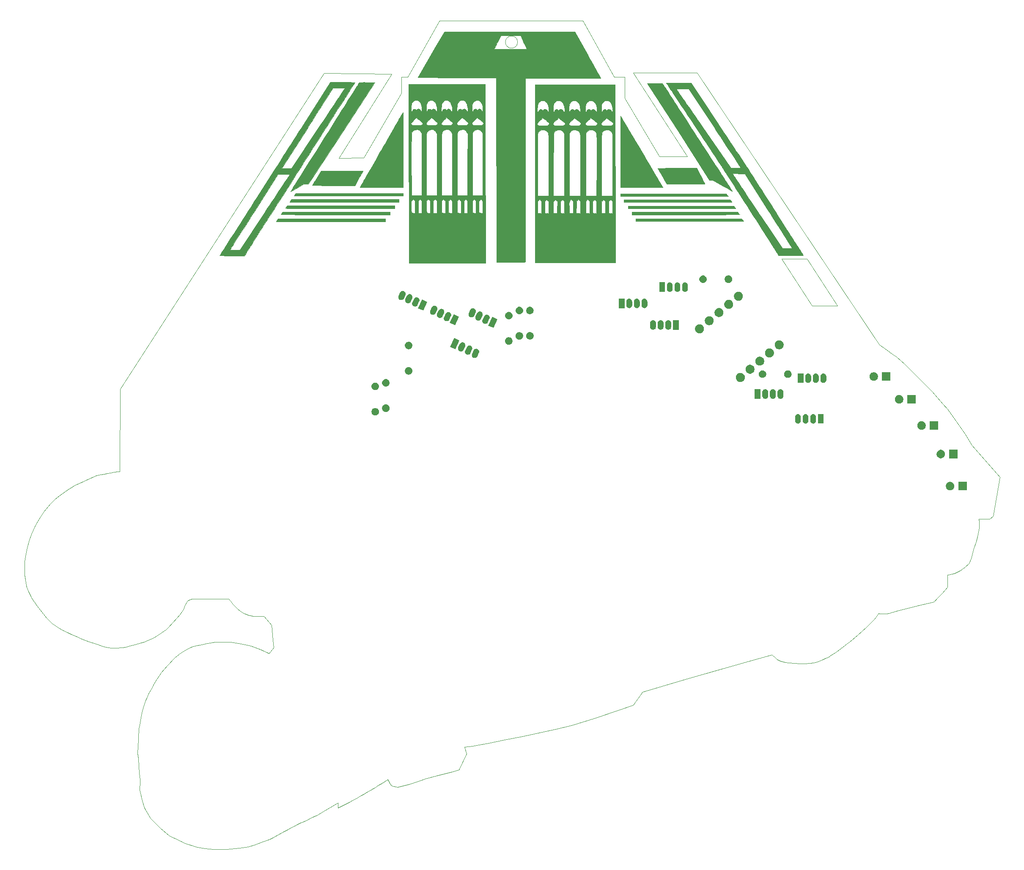
<source format=gbr>
G04 #@! TF.GenerationSoftware,KiCad,Pcbnew,(5.1.0)-1*
G04 #@! TF.CreationDate,2019-03-31T16:26:16-05:00*
G04 #@! TF.ProjectId,3000_Society_Badge_K5,33303030-5f53-46f6-9369-6574795f4261,2*
G04 #@! TF.SameCoordinates,Original*
G04 #@! TF.FileFunction,Soldermask,Top*
G04 #@! TF.FilePolarity,Negative*
%FSLAX46Y46*%
G04 Gerber Fmt 4.6, Leading zero omitted, Abs format (unit mm)*
G04 Created by KiCad (PCBNEW (5.1.0)-1) date 2019-03-31 16:26:16*
%MOMM*%
%LPD*%
G04 APERTURE LIST*
%ADD10C,0.050000*%
%ADD11C,0.036000*%
%ADD12C,0.010000*%
%ADD13C,0.100000*%
G04 APERTURE END LIST*
D10*
X206756000Y-77724000D02*
X201676000Y-77724000D01*
X200660000Y-68326000D02*
X206756000Y-77724000D01*
X195580000Y-68326000D02*
X200660000Y-68326000D01*
X201676000Y-77724000D02*
X195580000Y-68326000D01*
X142750001Y-24940000D02*
G75*
G03X142750001Y-24940000I-1215047J0D01*
G01*
D11*
X72909999Y-183773750D02*
X73142500Y-183905001D01*
X78576248Y-186098751D02*
X80222499Y-186398750D01*
X66921248Y-169810625D02*
X67022500Y-171211251D01*
X69129999Y-180117500D02*
X69253749Y-180338751D01*
X93640000Y-184235000D02*
X94419999Y-183822500D01*
X66938125Y-162380000D02*
X66825625Y-164196875D01*
X71260000Y-182307501D02*
X72909999Y-183773750D01*
X92492500Y-184741250D02*
X93126249Y-184490001D01*
X68286249Y-178643750D02*
X68679999Y-179322500D01*
X90234999Y-185592501D02*
X91735000Y-185041251D01*
X67146248Y-172628751D02*
X67135000Y-172906250D01*
X68265625Y-156715625D02*
X67928125Y-157756251D01*
X69795625Y-153695000D02*
X69503125Y-154229375D01*
X67135000Y-172906250D02*
X67078748Y-174650000D01*
X91735000Y-185041251D02*
X92492500Y-184741250D01*
X88802500Y-186005000D02*
X90234999Y-185592501D01*
X70183748Y-181295001D02*
X71260000Y-182307501D01*
X67078748Y-174650000D02*
X67127499Y-174905001D01*
X80222499Y-186398750D02*
X81778750Y-186511250D01*
X73967499Y-184280000D02*
X75535000Y-185037500D01*
X67022500Y-171211251D02*
X67146248Y-172628751D01*
X69503125Y-154229375D02*
X69193748Y-154780625D01*
X66696248Y-167290625D02*
X66797500Y-168297500D01*
X69193748Y-154780625D02*
X68839375Y-155410625D01*
X67558750Y-176817501D02*
X68027499Y-178137500D01*
X68027499Y-178137500D02*
X68286249Y-178643750D01*
X68839375Y-155410625D02*
X68490625Y-156181252D01*
X67050625Y-161609375D02*
X66938125Y-162380000D01*
X67630000Y-158853125D02*
X67410625Y-159680000D01*
X84474999Y-186511250D02*
X87058748Y-186316250D01*
X99332500Y-181227501D02*
X99868750Y-180983750D01*
X68679999Y-179322500D02*
X69129999Y-180117500D01*
X81778750Y-186511250D02*
X84474999Y-186511250D01*
X75958749Y-185236250D02*
X78576248Y-186098751D01*
X66696248Y-166868751D02*
X66696248Y-167290625D01*
X66825625Y-164196875D02*
X66713125Y-166334375D01*
X68490625Y-156181252D02*
X68265625Y-156715625D01*
X73142500Y-183905001D02*
X73967499Y-184280000D01*
X100600000Y-180657500D02*
X101290000Y-180301250D01*
X67410625Y-159680000D02*
X67050625Y-161609375D01*
X95946248Y-182963750D02*
X96767500Y-182525000D01*
X100206250Y-180826250D02*
X100600000Y-180657500D01*
X99868750Y-180983750D02*
X100206250Y-180826250D01*
X98706249Y-181516250D02*
X99332500Y-181227501D01*
X66797500Y-168297500D02*
X66921248Y-169810625D01*
X98064999Y-181850000D02*
X98706249Y-181516250D01*
X97442500Y-182161251D02*
X98064999Y-181850000D01*
X96767500Y-182525000D02*
X97442500Y-182161251D01*
X87058748Y-186316250D02*
X88802500Y-186005000D01*
X95158748Y-183410001D02*
X95946248Y-182963750D01*
X67127499Y-174905001D02*
X67558750Y-176817501D01*
X67928125Y-157756251D02*
X67630000Y-158853125D01*
X94419999Y-183822500D02*
X95158748Y-183410001D01*
X93126249Y-184490001D02*
X93640000Y-184235000D01*
X75535000Y-185037500D02*
X75958749Y-185236250D01*
X66713125Y-166334375D02*
X66696248Y-166868751D01*
X69253749Y-180338751D02*
X70183748Y-181295001D01*
X75938125Y-146826875D02*
X75561248Y-147080000D01*
X80663125Y-145291252D02*
X79498748Y-145516252D01*
X82063748Y-145060625D02*
X81715000Y-145105625D01*
X87188125Y-138755000D02*
X87694375Y-139109375D01*
X84932500Y-145049375D02*
X84043748Y-145010000D01*
X76742500Y-136730000D02*
X76883125Y-136634375D01*
X87750625Y-145426252D02*
X86878748Y-145285625D01*
X86743748Y-138400625D02*
X87188125Y-138755000D01*
X89134375Y-139711252D02*
X89612500Y-139823752D01*
X92515000Y-147085625D02*
X91896248Y-146793125D01*
X85331875Y-136926875D02*
X85686248Y-137388125D01*
X88594375Y-145606252D02*
X87750625Y-145426252D01*
X93752500Y-144610625D02*
X93893125Y-146146252D01*
X90068125Y-146090000D02*
X89325625Y-145831252D01*
X77788748Y-136398125D02*
X80207500Y-136409375D01*
X91896248Y-146793125D02*
X91406875Y-146579375D01*
X87694375Y-139109375D02*
X88105000Y-139362500D01*
X76883125Y-136634375D02*
X77096875Y-136550000D01*
X93893125Y-146146252D02*
X92981875Y-147321875D01*
X91980625Y-139868752D02*
X93482500Y-141685625D01*
X89753125Y-139863125D02*
X91553125Y-139880000D01*
X85686248Y-137388125D02*
X86006875Y-137714375D01*
X77501875Y-136426252D02*
X77788748Y-136398125D01*
X84960625Y-136392500D02*
X85123748Y-136662500D01*
X76849375Y-146337500D02*
X75938125Y-146826875D01*
X90715000Y-146315000D02*
X90068125Y-146090000D01*
X77096875Y-136550000D02*
X77293748Y-136482500D01*
X71415625Y-151169375D02*
X70965625Y-151816252D01*
X76601875Y-136904375D02*
X76742500Y-136730000D01*
X91553125Y-139880000D02*
X91980625Y-139868752D01*
X74503748Y-147867500D02*
X74222500Y-148120625D01*
X75561248Y-147080000D02*
X75083125Y-147417500D01*
X77614375Y-145971875D02*
X77203748Y-146168752D01*
X79498748Y-145516252D02*
X78193748Y-145797500D01*
X88751875Y-139598752D02*
X89134375Y-139711252D01*
X86006875Y-137714375D02*
X86400625Y-138119375D01*
X81715000Y-145105625D02*
X80663125Y-145291252D01*
X85123748Y-136662500D02*
X85331875Y-136926875D01*
X93482500Y-141685625D02*
X93752500Y-144610625D01*
X70150000Y-153048125D02*
X69795625Y-153695000D01*
X80207500Y-136409375D02*
X84960625Y-136392500D01*
X89612500Y-139823752D02*
X89753125Y-139863125D01*
X70543748Y-152418125D02*
X70150000Y-153048125D01*
X70965625Y-151816252D02*
X70543748Y-152418125D01*
X71978125Y-150466252D02*
X71415625Y-151169375D01*
X72591248Y-149780000D02*
X71978125Y-150466252D01*
X86400625Y-138119375D02*
X86743748Y-138400625D01*
X73001875Y-149335625D02*
X72591248Y-149780000D01*
X86878748Y-145285625D02*
X85309375Y-145077500D01*
X73705000Y-148626875D02*
X73001875Y-149335625D01*
X74222500Y-148120625D02*
X73705000Y-148626875D01*
X85309375Y-145077500D02*
X84932500Y-145049375D01*
X88386248Y-139475000D02*
X88751875Y-139598752D01*
X89325625Y-145831252D02*
X88594375Y-145606252D01*
X76444375Y-137185625D02*
X76601875Y-136904375D01*
X88105000Y-139362500D02*
X88386248Y-139475000D01*
X75083125Y-147417500D02*
X74503748Y-147867500D01*
X92981875Y-147321875D02*
X92515000Y-147085625D01*
X84043748Y-145010000D02*
X82862500Y-145021252D01*
X78193748Y-145797500D02*
X77614375Y-145971875D01*
X77203748Y-146168752D02*
X76849375Y-146337500D01*
X82862500Y-145021252D02*
X82063748Y-145060625D01*
X91406875Y-146579375D02*
X90715000Y-146315000D01*
X77293748Y-136482500D02*
X77501875Y-136426252D01*
X44393125Y-133681252D02*
X44488750Y-133996252D01*
X44590000Y-126188752D02*
X44252500Y-127881875D01*
X71100625Y-143440625D02*
X71590000Y-143131252D01*
X75544375Y-138980000D02*
X75853748Y-138434375D01*
X73710625Y-141185000D02*
X74554375Y-140228752D01*
X44843125Y-134918752D02*
X45304375Y-135897500D01*
X76264375Y-137534375D02*
X76444375Y-137185625D01*
X49191249Y-140988125D02*
X49596249Y-141320000D01*
X49247500Y-117395000D02*
X48325000Y-118430000D01*
X76095625Y-137928125D02*
X76264375Y-137534375D01*
X63585625Y-146180000D02*
X64260625Y-146028125D01*
X55609375Y-144470000D02*
X56953749Y-144976252D01*
X44044375Y-131560625D02*
X44196250Y-132556252D01*
X72844375Y-142056875D02*
X73710625Y-141185000D01*
X71944375Y-142861252D02*
X72304375Y-142568752D01*
X54287500Y-143879375D02*
X55609375Y-144470000D01*
X44044375Y-129867500D02*
X44044375Y-131560625D01*
X71590000Y-143131252D02*
X71944375Y-142861252D01*
X70549375Y-143766875D02*
X71100625Y-143440625D01*
X69874375Y-144160625D02*
X70549375Y-143766875D01*
X69261248Y-144464375D02*
X69874375Y-144160625D01*
X68681875Y-144745625D02*
X69261248Y-144464375D01*
X44095000Y-128922500D02*
X44044375Y-129867500D01*
X44252500Y-127881875D02*
X44095000Y-128922500D01*
X52735000Y-114516875D02*
X50987500Y-115715000D01*
X44955625Y-124670000D02*
X44590000Y-126188752D01*
X56953749Y-144976252D02*
X58264375Y-145415000D01*
X47987500Y-118842500D02*
X47297500Y-119877500D01*
X61290625Y-146219375D02*
X62320000Y-146219375D01*
X59980000Y-145983125D02*
X60379375Y-146095625D01*
X45445000Y-136178752D02*
X45979375Y-136994375D01*
X67922500Y-145015625D02*
X68681875Y-144745625D01*
X48454375Y-140200625D02*
X49191249Y-140988125D01*
X64260625Y-146028125D02*
X65076249Y-145831252D01*
X62320000Y-146219375D02*
X63585625Y-146180000D01*
X45304375Y-135897500D02*
X45445000Y-136178752D01*
X47297500Y-119877500D02*
X46607499Y-121002500D01*
X51103749Y-142310000D02*
X51806875Y-142715000D01*
X58264375Y-145415000D02*
X59980000Y-145983125D01*
X67258748Y-145251875D02*
X67922500Y-145015625D01*
X65076249Y-145831252D02*
X66122500Y-145578125D01*
X60379375Y-146095625D02*
X61290625Y-146219375D01*
X47515000Y-139058752D02*
X48454375Y-140200625D01*
X46626249Y-137877500D02*
X47515000Y-139058752D01*
X45979375Y-136994375D02*
X46626249Y-137877500D01*
X45407500Y-123470000D02*
X44955625Y-124670000D01*
X44488750Y-133996252D02*
X44843125Y-134918752D01*
X50147500Y-116457500D02*
X49247500Y-117395000D01*
X46120000Y-121925000D02*
X45745000Y-122705000D01*
X48325000Y-118430000D02*
X47987500Y-118842500D01*
X52583125Y-143120000D02*
X53426875Y-143502500D01*
X74554375Y-140228752D02*
X75122500Y-139542500D01*
X72304375Y-142568752D02*
X72844375Y-142056875D01*
X75853748Y-138434375D02*
X76095625Y-137928125D01*
X44196250Y-132556252D02*
X44393125Y-133681252D01*
X66122500Y-145578125D02*
X67258748Y-145251875D01*
X75122500Y-139542500D02*
X75544375Y-138980000D01*
X50321875Y-141860000D02*
X51103749Y-142310000D01*
X51806875Y-142715000D02*
X52583125Y-143120000D01*
X45745000Y-122705000D02*
X45407500Y-123470000D01*
X49596249Y-141320000D02*
X50321875Y-141860000D01*
X46607499Y-121002500D02*
X46120000Y-121925000D01*
X50987500Y-115715000D02*
X50147500Y-116457500D01*
X53426875Y-143502500D02*
X54287500Y-143879375D01*
X53376249Y-114111875D02*
X52735000Y-114516875D01*
X53983749Y-113746253D02*
X53376249Y-114111875D01*
X55519375Y-113003753D02*
X54585625Y-113453753D01*
X56560000Y-112520000D02*
X55519375Y-113003753D01*
X58468749Y-111721253D02*
X57488125Y-112098125D01*
X117568747Y-31317500D02*
X103978748Y-31193755D01*
X103978748Y-31193755D02*
X63163749Y-94424375D01*
X63131323Y-110892324D02*
X62642500Y-110960000D01*
X59931250Y-111391250D02*
X59331249Y-111507500D01*
X61254999Y-111158750D02*
X60636249Y-111260000D01*
X106920625Y-48147500D02*
X117568747Y-31317500D01*
X127085406Y-20650532D02*
X120735569Y-31916605D01*
X62012500Y-111046250D02*
X61254999Y-111158750D01*
X62642500Y-110960000D02*
X62012500Y-111046250D01*
X63163749Y-94424375D02*
X63131323Y-110892324D01*
X111943747Y-48102500D02*
X106920625Y-48147500D01*
X119486875Y-31910938D02*
X119484999Y-35161251D01*
X120735569Y-31916605D02*
X119486875Y-31910938D01*
X57488125Y-112098125D02*
X56560000Y-112520000D01*
X54585625Y-113453753D02*
X53983749Y-113746253D01*
X59331249Y-111507500D02*
X58468749Y-111721253D01*
X60636249Y-111260000D02*
X59931250Y-111391250D01*
X119484999Y-35161251D02*
X111943747Y-48102500D01*
X227821562Y-135242188D02*
X228839687Y-134024375D01*
X234062500Y-126312500D02*
X234531250Y-124876250D01*
X201288437Y-149282188D02*
X201991562Y-149183752D01*
X210850000Y-143592500D02*
X212552500Y-142115000D01*
X230155000Y-131333750D02*
X231332499Y-130763750D01*
X228955794Y-131598677D02*
X229054264Y-131585971D01*
X214990000Y-139317500D02*
X215125441Y-139347148D01*
X235931323Y-120413265D02*
X237244264Y-120423853D01*
X228921911Y-131593383D02*
X228955794Y-131598677D01*
X214074999Y-140585000D02*
X214465000Y-140082500D01*
X234531250Y-124876250D02*
X234786249Y-123833750D01*
X231332499Y-130763750D02*
X232262500Y-130043750D01*
X234786249Y-123833750D02*
X235138750Y-122183750D01*
X233500000Y-128292500D02*
X234062500Y-126312500D01*
X229686382Y-131434559D02*
X230155000Y-131333750D01*
X205636562Y-147620000D02*
X206210312Y-147262813D01*
X229054264Y-131585971D02*
X229686382Y-131434559D01*
X206210312Y-147262813D02*
X206702500Y-146888752D01*
X204885625Y-148053125D02*
X205636562Y-147620000D01*
X215125441Y-139347148D02*
X215432500Y-139367265D01*
X217344735Y-139181971D02*
X218477676Y-138889736D01*
X237972735Y-119807618D02*
X239260000Y-112013753D01*
X235138750Y-122183750D02*
X235138750Y-121475000D01*
X232262500Y-130043750D02*
X233106250Y-129282500D01*
X235281205Y-120419618D02*
X235931323Y-120413265D01*
X235088500Y-120409030D02*
X235281205Y-120419618D01*
X235138750Y-121475000D02*
X235116029Y-120942677D01*
X223093750Y-137680625D02*
X226046875Y-137000000D01*
X201991562Y-149183752D02*
X202343125Y-149107813D01*
X200115625Y-149324375D02*
X201288437Y-149282188D01*
X233106250Y-129282500D02*
X233500000Y-128292500D01*
X228820000Y-131566252D02*
X228921911Y-131593383D01*
X228839687Y-134024375D02*
X228820000Y-131566252D01*
X216260499Y-139372559D02*
X216592970Y-139340795D01*
X202855000Y-148939063D02*
X203718437Y-148593125D01*
X215432500Y-139367265D02*
X215707794Y-139377853D01*
X197078125Y-149178125D02*
X198132812Y-149285000D01*
X226789375Y-136274375D02*
X227821562Y-135242188D01*
X226046875Y-137000000D02*
X226789375Y-136274375D01*
X208685312Y-145381252D02*
X209171875Y-145007188D01*
X209171875Y-145007188D02*
X210850000Y-143592500D01*
X199342187Y-149341252D02*
X200115625Y-149324375D01*
X215707794Y-139377853D02*
X216260499Y-139372559D01*
X198132812Y-149285000D02*
X199342187Y-149341252D01*
X204407500Y-148292188D02*
X204885625Y-148053125D01*
X217080029Y-139249736D02*
X217344735Y-139181971D01*
X216592970Y-139340795D02*
X217080029Y-139249736D01*
X203718437Y-148593125D02*
X204407500Y-148292188D01*
X214465000Y-140082500D02*
X214990000Y-139317500D01*
X202343125Y-149107813D02*
X202855000Y-148939063D01*
X207138437Y-146559688D02*
X208111562Y-145822813D01*
X206702500Y-146888752D02*
X207138437Y-146559688D01*
X218477676Y-138889736D02*
X223093750Y-137680625D01*
X237244264Y-120423853D02*
X237972735Y-119807618D01*
X235116029Y-120942677D02*
X235088500Y-120409030D01*
X208111562Y-145822813D02*
X208685312Y-145381252D01*
X212552500Y-142115000D02*
X214074999Y-140585000D01*
X102246248Y-179855001D02*
X102519999Y-179720001D01*
X103930000Y-178928750D02*
X104353749Y-178666250D01*
X196335625Y-149071252D02*
X197078125Y-149178125D01*
X110031247Y-176558751D02*
X110417499Y-176333751D01*
X195716875Y-148953125D02*
X196335625Y-149071252D01*
X124360937Y-172372813D02*
X126481562Y-171818751D01*
X110417499Y-176333751D02*
X110950000Y-176026251D01*
X134561875Y-165738125D02*
X136915937Y-165271251D01*
X112401250Y-175212500D02*
X112712499Y-175032500D01*
X194395000Y-148269688D02*
X194695937Y-148503125D01*
X165872499Y-157640000D02*
X167739999Y-155060001D01*
X117585625Y-173824063D02*
X118721875Y-174049063D01*
X108962500Y-177121251D02*
X109581247Y-176791251D01*
X195365312Y-148818125D02*
X195716875Y-148953125D01*
X194695937Y-148503125D02*
X195365312Y-148818125D01*
X162895000Y-158667500D02*
X165872499Y-157640000D01*
X117234062Y-173388125D02*
X117585625Y-173824063D01*
X194133437Y-148044688D02*
X194395000Y-148269688D01*
X110950000Y-176026251D02*
X111362499Y-175790000D01*
X109581247Y-176791251D02*
X110031247Y-176558751D01*
X106768747Y-177203750D02*
X106761249Y-178208750D01*
X167739999Y-155060001D02*
X176293746Y-152525000D01*
X117163747Y-173270000D02*
X117234062Y-173388125D01*
X116743750Y-172595000D02*
X117163747Y-173270000D01*
X111362499Y-175790000D02*
X111744999Y-175576251D01*
X115558749Y-173341251D02*
X116226250Y-172925001D01*
X112975000Y-174882501D02*
X113226247Y-174721251D01*
X101747500Y-180087500D02*
X102246248Y-179855001D01*
X193894375Y-147794375D02*
X194133437Y-148044688D01*
X188511245Y-148981252D02*
X193697500Y-147541252D01*
X129533125Y-170994688D02*
X130987187Y-170586875D01*
X193697500Y-147541252D02*
X193894375Y-147794375D01*
X133746247Y-165850625D02*
X134561875Y-165738125D01*
X176293746Y-152525000D02*
X188511245Y-148981252D01*
X143719375Y-163943751D02*
X150328746Y-162470000D01*
X126481562Y-171818751D02*
X129533125Y-170994688D01*
X113226247Y-174721251D02*
X113552500Y-174533751D01*
X132078437Y-166075625D02*
X133746247Y-165850625D01*
X132500312Y-167434063D02*
X132078437Y-166075625D01*
X102808748Y-179555000D02*
X103480000Y-179165000D01*
X130987187Y-170586875D02*
X132500312Y-167434063D01*
X101290000Y-180301250D02*
X101747500Y-180087500D01*
X123154375Y-172775000D02*
X124360937Y-172372813D01*
X108137500Y-177533751D02*
X108962500Y-177121251D01*
X102519999Y-179720001D02*
X102808748Y-179555000D01*
X114958747Y-173697500D02*
X115558749Y-173341251D01*
X112063750Y-175407500D02*
X112401250Y-175212500D01*
X104353749Y-178666250D02*
X104935000Y-178310000D01*
X114047500Y-174241251D02*
X114546249Y-173941250D01*
X112712499Y-175032500D02*
X112975000Y-174882501D01*
X153492812Y-161702188D02*
X158170000Y-160242500D01*
X103480000Y-179165000D02*
X103930000Y-178928750D01*
X158170000Y-160242500D02*
X162895000Y-158667500D01*
X150328746Y-162470000D02*
X153492812Y-161702188D01*
X118721875Y-174049063D02*
X121081562Y-173452813D01*
X106761249Y-178208750D02*
X108137500Y-177533751D01*
X140161562Y-164641251D02*
X143719375Y-163943751D01*
X136915937Y-165271251D02*
X140161562Y-164641251D01*
X121081562Y-173452813D02*
X123154375Y-172775000D01*
X114546249Y-173941250D02*
X114958747Y-173697500D01*
X116226250Y-172925001D02*
X116743750Y-172595000D01*
X113552500Y-174533751D02*
X114047500Y-174241251D01*
X111744999Y-175576251D02*
X112063750Y-175407500D01*
X104935000Y-178310000D02*
X106768747Y-177203750D01*
X230027499Y-100152501D02*
X228827500Y-98427500D01*
X155807500Y-20650532D02*
X127085406Y-20650532D01*
X162104687Y-31919375D02*
X155807500Y-20650532D01*
X217637500Y-87267500D02*
X216287500Y-86262500D01*
X225707499Y-94947500D02*
X224657500Y-93777500D01*
X164209291Y-36187644D02*
X164174687Y-31919375D01*
X224657500Y-93777500D02*
X223457499Y-92622500D01*
X220142500Y-89367500D02*
X218612500Y-88017500D01*
X171175000Y-47877500D02*
X164209291Y-36187644D01*
X215162500Y-85512500D02*
X178690000Y-31070000D01*
X227882500Y-97347500D02*
X225707499Y-94947500D01*
X239260000Y-112013753D02*
X233747500Y-105668753D01*
X228827500Y-98427500D02*
X227882500Y-97347500D01*
X216287500Y-86262500D02*
X215162500Y-85512500D01*
X165910000Y-31115000D02*
X176687500Y-47877500D01*
X223457499Y-92622500D02*
X220142500Y-89367500D01*
X218612500Y-88017500D02*
X217637500Y-87267500D01*
X232232499Y-103302501D02*
X230027499Y-100152501D01*
X164174687Y-31919375D02*
X162104687Y-31919375D01*
X233747500Y-105668753D02*
X232232499Y-103302501D01*
X176687500Y-47877500D02*
X171175000Y-47877500D01*
X178690000Y-31070000D02*
X165910000Y-31115000D01*
D12*
G04 #@! TO.C,TP1*
G36*
X128496703Y-33405847D02*
G01*
X129216719Y-33405874D01*
X129932922Y-33405915D01*
X130637833Y-33405969D01*
X131323971Y-33406036D01*
X131983854Y-33406117D01*
X132610003Y-33406210D01*
X133194936Y-33406316D01*
X133731174Y-33406434D01*
X134211235Y-33406565D01*
X134627638Y-33406708D01*
X134802403Y-33406781D01*
X136292116Y-33407445D01*
X136295122Y-48288579D01*
X136295441Y-49448973D01*
X136295924Y-50603518D01*
X136296564Y-51748234D01*
X136297353Y-52879143D01*
X136298286Y-53992265D01*
X136299353Y-55083621D01*
X136300549Y-56149231D01*
X136301866Y-57185116D01*
X136303298Y-58187297D01*
X136304836Y-59151795D01*
X136306474Y-60074629D01*
X136308205Y-60951821D01*
X136310022Y-61779392D01*
X136311917Y-62553362D01*
X136313884Y-63269752D01*
X136315915Y-63924582D01*
X136318004Y-64513874D01*
X136320142Y-65033648D01*
X136322323Y-65479924D01*
X136324541Y-65848723D01*
X136326787Y-66136067D01*
X136327083Y-66167428D01*
X136356037Y-69165144D01*
X134726919Y-69165260D01*
X134483952Y-69165485D01*
X134161784Y-69166113D01*
X133767167Y-69167120D01*
X133306854Y-69168480D01*
X132787599Y-69170168D01*
X132216154Y-69172160D01*
X131599273Y-69174430D01*
X130943709Y-69176953D01*
X130256215Y-69179704D01*
X129543544Y-69182658D01*
X128812450Y-69185791D01*
X128069684Y-69189076D01*
X127322001Y-69192489D01*
X127048646Y-69193764D01*
X120999492Y-69222151D01*
X120999445Y-68688656D01*
X120999371Y-68608365D01*
X120999160Y-68445097D01*
X120998817Y-68201835D01*
X120998346Y-67881556D01*
X120997752Y-67487242D01*
X120997039Y-67021873D01*
X120996213Y-66488429D01*
X120995279Y-65889890D01*
X120994240Y-65229236D01*
X120993103Y-64509447D01*
X120991870Y-63733504D01*
X120990548Y-62904386D01*
X120989141Y-62025074D01*
X120987654Y-61098547D01*
X120986092Y-60127786D01*
X120984458Y-59115772D01*
X120982759Y-58065483D01*
X120980999Y-56979901D01*
X120980718Y-56806615D01*
X121472251Y-56806615D01*
X121472251Y-57950290D01*
X121473286Y-58255566D01*
X121476206Y-58532270D01*
X121480727Y-58768872D01*
X121486568Y-58953844D01*
X121493448Y-59075655D01*
X121500903Y-59122617D01*
X121554723Y-59136165D01*
X121671534Y-59146256D01*
X121828386Y-59151090D01*
X121866216Y-59151269D01*
X122202877Y-59151269D01*
X122201044Y-57958630D01*
X122199212Y-56765990D01*
X122196007Y-56762398D01*
X122847547Y-56762398D01*
X122847547Y-59151269D01*
X123578173Y-59151269D01*
X123576890Y-57958630D01*
X123575655Y-56808968D01*
X124477226Y-56808968D01*
X124504921Y-57947885D01*
X124513015Y-58252711D01*
X124521659Y-58529168D01*
X124530386Y-58765655D01*
X124538726Y-58950573D01*
X124546213Y-59072324D01*
X124552178Y-59119036D01*
X124601591Y-59134592D01*
X124714098Y-59146028D01*
X124866861Y-59151174D01*
X124891538Y-59151269D01*
X125211337Y-59151269D01*
X125211337Y-56806615D01*
X125856007Y-56806615D01*
X125856007Y-59151269D01*
X126586633Y-59151269D01*
X126586633Y-57929978D01*
X127533224Y-57929978D01*
X127533958Y-58238029D01*
X127536574Y-58517579D01*
X127540806Y-58757207D01*
X127546392Y-58945492D01*
X127553066Y-59071010D01*
X127560565Y-59122342D01*
X127560801Y-59122617D01*
X127614622Y-59136165D01*
X127731433Y-59146256D01*
X127888284Y-59151090D01*
X127926114Y-59151269D01*
X128262775Y-59151269D01*
X128262775Y-56822677D01*
X128864467Y-56822677D01*
X128864467Y-57958321D01*
X128865510Y-58262493D01*
X128868449Y-58538064D01*
X128872999Y-58773462D01*
X128878876Y-58957112D01*
X128885794Y-59077444D01*
X128893119Y-59122617D01*
X128946626Y-59135787D01*
X129063967Y-59145764D01*
X129223032Y-59150910D01*
X129279921Y-59151269D01*
X129638071Y-59151269D01*
X129638071Y-56808968D01*
X130637144Y-56808968D01*
X130656620Y-57926396D01*
X130662499Y-58229696D01*
X130668979Y-58505850D01*
X130675687Y-58742841D01*
X130682252Y-58928651D01*
X130688300Y-59051264D01*
X130692960Y-59097547D01*
X130739400Y-59128089D01*
X130859265Y-59145702D01*
X131054996Y-59151269D01*
X131400169Y-59151269D01*
X131400169Y-56806615D01*
X132001861Y-56806615D01*
X132001861Y-59151269D01*
X132732487Y-59151269D01*
X132732487Y-57929978D01*
X133679078Y-57929978D01*
X133679813Y-58238029D01*
X133682428Y-58517579D01*
X133686661Y-58757207D01*
X133692246Y-58945492D01*
X133698920Y-59071010D01*
X133706419Y-59122342D01*
X133706655Y-59122617D01*
X133760476Y-59136165D01*
X133877287Y-59146256D01*
X134034139Y-59151090D01*
X134071969Y-59151269D01*
X134408630Y-59151269D01*
X134408630Y-57951467D01*
X135012182Y-57951467D01*
X135012724Y-58256580D01*
X135015200Y-58533117D01*
X135019348Y-58769542D01*
X135024903Y-58954321D01*
X135031602Y-59075917D01*
X135038974Y-59122617D01*
X135092481Y-59135787D01*
X135209821Y-59145764D01*
X135368887Y-59150910D01*
X135425776Y-59151269D01*
X135783926Y-59151269D01*
X135783926Y-56796300D01*
X135601269Y-56578252D01*
X135418613Y-56360204D01*
X135014043Y-56808968D01*
X135012182Y-57951467D01*
X134408630Y-57951467D01*
X134408630Y-56762398D01*
X134220397Y-56577661D01*
X134032164Y-56392925D01*
X133856158Y-56579457D01*
X133680153Y-56765990D01*
X133679078Y-57929978D01*
X132732487Y-57929978D01*
X132732487Y-56741173D01*
X132559335Y-56560180D01*
X132386183Y-56379188D01*
X132194022Y-56592901D01*
X132001861Y-56806615D01*
X131400169Y-56806615D01*
X131400169Y-56795795D01*
X131209668Y-56587492D01*
X131019167Y-56379188D01*
X130828156Y-56594078D01*
X130637144Y-56808968D01*
X129638071Y-56808968D01*
X129638071Y-56790348D01*
X129447956Y-56576289D01*
X129257841Y-56362229D01*
X128864467Y-56822677D01*
X128262775Y-56822677D01*
X128262775Y-56762398D01*
X128074542Y-56577661D01*
X127886309Y-56392925D01*
X127710304Y-56579457D01*
X127534298Y-56765990D01*
X127533224Y-57929978D01*
X126586633Y-57929978D01*
X126586633Y-56755556D01*
X126242341Y-56379188D01*
X126049174Y-56592901D01*
X125856007Y-56806615D01*
X125211337Y-56806615D01*
X125211337Y-56741173D01*
X125039661Y-56560180D01*
X124867985Y-56379188D01*
X124672605Y-56594078D01*
X124477226Y-56808968D01*
X123575655Y-56808968D01*
X123575608Y-56765990D01*
X123239814Y-56379188D01*
X123043680Y-56570793D01*
X122847547Y-56762398D01*
X122196007Y-56762398D01*
X122026646Y-56572589D01*
X121854081Y-56379188D01*
X121663166Y-56592901D01*
X121472251Y-56806615D01*
X120980718Y-56806615D01*
X120979182Y-55862005D01*
X120977313Y-54714775D01*
X120975398Y-53541192D01*
X120973440Y-52344236D01*
X120971445Y-51126887D01*
X120970878Y-50781303D01*
X120966366Y-48032433D01*
X121471549Y-48032433D01*
X121472081Y-48672033D01*
X121473351Y-49320120D01*
X121475370Y-49970737D01*
X121478147Y-50617924D01*
X121481694Y-51255722D01*
X121486021Y-51878172D01*
X121491139Y-52479315D01*
X121497059Y-53053193D01*
X121500768Y-53363657D01*
X121529286Y-55627073D01*
X123578173Y-55627073D01*
X123577229Y-49448985D01*
X123577064Y-48597267D01*
X123576807Y-47827254D01*
X123576404Y-47134695D01*
X123575801Y-46515339D01*
X123574945Y-45964934D01*
X123573781Y-45479230D01*
X123572257Y-45053974D01*
X123570318Y-44684918D01*
X123568403Y-44432722D01*
X124485678Y-44432722D01*
X124487504Y-44833860D01*
X124491379Y-45306924D01*
X124496637Y-45858905D01*
X124496675Y-45862802D01*
X124500534Y-46309524D01*
X124504243Y-46829013D01*
X124507748Y-47408081D01*
X124510993Y-48033537D01*
X124513924Y-48692195D01*
X124516487Y-49370863D01*
X124518626Y-50056355D01*
X124520288Y-50735480D01*
X124521417Y-51395051D01*
X124521934Y-51963198D01*
X124523689Y-55627073D01*
X126580875Y-55627073D01*
X126594498Y-49491963D01*
X126596318Y-48627829D01*
X126597731Y-47845582D01*
X126598194Y-47511103D01*
X127531954Y-47511103D01*
X127532033Y-48259653D01*
X127532136Y-49088232D01*
X127532149Y-49436860D01*
X127532149Y-55627073D01*
X129638071Y-55627073D01*
X129638071Y-43965960D01*
X130634418Y-43965960D01*
X130635831Y-44304328D01*
X130641338Y-44716891D01*
X130642880Y-44813597D01*
X130645979Y-45048698D01*
X130648992Y-45361903D01*
X130651888Y-45745359D01*
X130654634Y-46191216D01*
X130657199Y-46691619D01*
X130659552Y-47238718D01*
X130661661Y-47824659D01*
X130663494Y-48441592D01*
X130665020Y-49081663D01*
X130666208Y-49737021D01*
X130667025Y-50399813D01*
X130667382Y-50910237D01*
X130669543Y-55627073D01*
X132726520Y-55627073D01*
X132741041Y-49441038D01*
X133678003Y-49441038D01*
X133678003Y-55627073D01*
X135783926Y-55627073D01*
X135780656Y-49470474D01*
X135779990Y-48562115D01*
X135778984Y-47736672D01*
X135777613Y-46991107D01*
X135775850Y-46322381D01*
X135773670Y-45727455D01*
X135771045Y-45203290D01*
X135767951Y-44746848D01*
X135764362Y-44355089D01*
X135760250Y-44024974D01*
X135755590Y-43753466D01*
X135750357Y-43537524D01*
X135744524Y-43374110D01*
X135738064Y-43260185D01*
X135730953Y-43192711D01*
X135726704Y-43174159D01*
X135642821Y-43011783D01*
X135511995Y-42832543D01*
X135359003Y-42666957D01*
X135225212Y-42556434D01*
X135132817Y-42502877D01*
X135033891Y-42471849D01*
X134901099Y-42457738D01*
X134730658Y-42454859D01*
X134541660Y-42459485D01*
X134407262Y-42477082D01*
X134296338Y-42514302D01*
X134190416Y-42570331D01*
X133984619Y-42733731D01*
X133813813Y-42951582D01*
X133723383Y-43134016D01*
X133716263Y-43190391D01*
X133709775Y-43320546D01*
X133703914Y-43525537D01*
X133698671Y-43806418D01*
X133694039Y-44164247D01*
X133690011Y-44600078D01*
X133686577Y-45114967D01*
X133683733Y-45709969D01*
X133681468Y-46386140D01*
X133679776Y-47144536D01*
X133678650Y-47986212D01*
X133678081Y-48912224D01*
X133678003Y-49441038D01*
X132741041Y-49441038D01*
X132755424Y-43313875D01*
X132655847Y-43090288D01*
X132554898Y-42918055D01*
X132414642Y-42748621D01*
X132255841Y-42601885D01*
X132099256Y-42497741D01*
X131998196Y-42460029D01*
X131675593Y-42432327D01*
X131381488Y-42481782D01*
X131122566Y-42606463D01*
X130938556Y-42766366D01*
X130856799Y-42860273D01*
X130790340Y-42950798D01*
X130737778Y-43047638D01*
X130697714Y-43160491D01*
X130668746Y-43299052D01*
X130649475Y-43473019D01*
X130638499Y-43692089D01*
X130634418Y-43965960D01*
X129638071Y-43965960D01*
X129638071Y-43309263D01*
X129527257Y-43086888D01*
X129393236Y-42875258D01*
X129222241Y-42689255D01*
X129033827Y-42545908D01*
X128847549Y-42462245D01*
X128797937Y-42451759D01*
X128501450Y-42441036D01*
X128223258Y-42494924D01*
X127980700Y-42607606D01*
X127791114Y-42773267D01*
X127773588Y-42795326D01*
X127740710Y-42836600D01*
X127710949Y-42872826D01*
X127684150Y-42908257D01*
X127660159Y-42947149D01*
X127638821Y-42993754D01*
X127619982Y-43052327D01*
X127603486Y-43127121D01*
X127589179Y-43222391D01*
X127576907Y-43342390D01*
X127566514Y-43491371D01*
X127557846Y-43673590D01*
X127550749Y-43893299D01*
X127545068Y-44154753D01*
X127540648Y-44462205D01*
X127537335Y-44819910D01*
X127534973Y-45232120D01*
X127533409Y-45703091D01*
X127532488Y-46237076D01*
X127532054Y-46838329D01*
X127531954Y-47511103D01*
X126598194Y-47511103D01*
X126598707Y-47141154D01*
X126599215Y-46510477D01*
X126599225Y-45949482D01*
X126598705Y-45454101D01*
X126597625Y-45020266D01*
X126595955Y-44643909D01*
X126593664Y-44320961D01*
X126590722Y-44047355D01*
X126587097Y-43819022D01*
X126582759Y-43631894D01*
X126577677Y-43481902D01*
X126571821Y-43364980D01*
X126565161Y-43277057D01*
X126557664Y-43214067D01*
X126549302Y-43171941D01*
X126546840Y-43163452D01*
X126472572Y-43010218D01*
X126351854Y-42844669D01*
X126204398Y-42686984D01*
X126049915Y-42557341D01*
X125908117Y-42475919D01*
X125861379Y-42461763D01*
X125533765Y-42432601D01*
X125237983Y-42480813D01*
X124978254Y-42605192D01*
X124790715Y-42767998D01*
X124726177Y-42839331D01*
X124670993Y-42905694D01*
X124624498Y-42974076D01*
X124586030Y-43051469D01*
X124554923Y-43144863D01*
X124530513Y-43261248D01*
X124512136Y-43407616D01*
X124499129Y-43590957D01*
X124490826Y-43818261D01*
X124486564Y-44096519D01*
X124485678Y-44432722D01*
X123568403Y-44432722D01*
X123567910Y-44367808D01*
X123564981Y-44098394D01*
X123561475Y-43872426D01*
X123557340Y-43685651D01*
X123552522Y-43533819D01*
X123546966Y-43412678D01*
X123540620Y-43317978D01*
X123533429Y-43245468D01*
X123525340Y-43190896D01*
X123516298Y-43150011D01*
X123506251Y-43118562D01*
X123496927Y-43096175D01*
X123331875Y-42821115D01*
X123122357Y-42618498D01*
X122873778Y-42490763D01*
X122591548Y-42440346D01*
X122281075Y-42469686D01*
X122170234Y-42498205D01*
X121970171Y-42595616D01*
X121781189Y-42754229D01*
X121625915Y-42950070D01*
X121526976Y-43159166D01*
X121518855Y-43188344D01*
X121511360Y-43261293D01*
X121504475Y-43414236D01*
X121498212Y-43641216D01*
X121492581Y-43936273D01*
X121487592Y-44293447D01*
X121483256Y-44706782D01*
X121479584Y-45170316D01*
X121476586Y-45678092D01*
X121474273Y-46224151D01*
X121472656Y-46802533D01*
X121471744Y-47407280D01*
X121471549Y-48032433D01*
X120966366Y-48032433D01*
X120955167Y-41209973D01*
X121386295Y-41209973D01*
X121414885Y-41285040D01*
X121487996Y-41388994D01*
X121545440Y-41453264D01*
X121704585Y-41616244D01*
X123347811Y-41616244D01*
X123527459Y-41462472D01*
X123629054Y-41369525D01*
X123691233Y-41290189D01*
X124448796Y-41290189D01*
X124484692Y-41368750D01*
X124554454Y-41452916D01*
X124575098Y-41474519D01*
X124712462Y-41616244D01*
X126389608Y-41616244D01*
X126552587Y-41457099D01*
X126661457Y-41332427D01*
X126680303Y-41288828D01*
X127449194Y-41288828D01*
X127483501Y-41364922D01*
X127554528Y-41443373D01*
X127598111Y-41482858D01*
X127750030Y-41616244D01*
X129401692Y-41613918D01*
X129562860Y-41464080D01*
X129677350Y-41322289D01*
X129708410Y-41234073D01*
X130583587Y-41234073D01*
X130612469Y-41324255D01*
X130685076Y-41434068D01*
X130720952Y-41474519D01*
X130858317Y-41616244D01*
X132535462Y-41616244D01*
X132698442Y-41457099D01*
X132808131Y-41331032D01*
X132825970Y-41289234D01*
X133594920Y-41289234D01*
X133630762Y-41364008D01*
X133704242Y-41440308D01*
X133753215Y-41481700D01*
X133914383Y-41613362D01*
X135547547Y-41615172D01*
X135730203Y-41445521D01*
X135849440Y-41315274D01*
X135908440Y-41205924D01*
X135912860Y-41175801D01*
X135872852Y-41072055D01*
X135755629Y-40946513D01*
X135730203Y-40924967D01*
X135625494Y-40838925D01*
X135474085Y-40715002D01*
X135295967Y-40569540D01*
X135111133Y-40418883D01*
X135104805Y-40413731D01*
X134662063Y-40053260D01*
X134127055Y-40586984D01*
X133911804Y-40804672D01*
X133755158Y-40973705D01*
X133652925Y-41104119D01*
X133600910Y-41205950D01*
X133594920Y-41289234D01*
X132825970Y-41289234D01*
X132855148Y-41220873D01*
X132859394Y-41166997D01*
X132851947Y-41114076D01*
X132825243Y-41058299D01*
X132770198Y-40990341D01*
X132677732Y-40900873D01*
X132538762Y-40780569D01*
X132344205Y-40620102D01*
X132261069Y-40552538D01*
X132066939Y-40396864D01*
X131894701Y-40262019D01*
X131755791Y-40156696D01*
X131661648Y-40089585D01*
X131624797Y-40069036D01*
X131583580Y-40098912D01*
X131494527Y-40181678D01*
X131368077Y-40307037D01*
X131214670Y-40464693D01*
X131084205Y-40602193D01*
X130865911Y-40840524D01*
X130710635Y-41023615D01*
X130617018Y-41153182D01*
X130583699Y-41230942D01*
X130583587Y-41234073D01*
X129708410Y-41234073D01*
X129727786Y-41179045D01*
X129711502Y-41051362D01*
X129640840Y-40966072D01*
X129579567Y-40919105D01*
X129465617Y-40828592D01*
X129312724Y-40705555D01*
X129134622Y-40561020D01*
X129036320Y-40480793D01*
X128514988Y-40054478D01*
X127980590Y-40587593D01*
X127766098Y-40804523D01*
X127610059Y-40972937D01*
X127508126Y-41103010D01*
X127455954Y-41204915D01*
X127449194Y-41288828D01*
X126680303Y-41288828D01*
X126708330Y-41223993D01*
X126712748Y-41166997D01*
X126704868Y-41113929D01*
X126677523Y-41057788D01*
X126621626Y-40989258D01*
X126528091Y-40899024D01*
X126387831Y-40777770D01*
X126191760Y-40616180D01*
X126113412Y-40552538D01*
X125919096Y-40396850D01*
X125746512Y-40261996D01*
X125607139Y-40156671D01*
X125512453Y-40089568D01*
X125475092Y-40069036D01*
X125433102Y-40098824D01*
X125343229Y-40181309D01*
X125216047Y-40306171D01*
X125062130Y-40463090D01*
X124935596Y-40595516D01*
X124734324Y-40811458D01*
X124589530Y-40977868D01*
X124496692Y-41105776D01*
X124451288Y-41206207D01*
X124448796Y-41290189D01*
X123691233Y-41290189D01*
X123692941Y-41288010D01*
X123714632Y-41208453D01*
X123689638Y-41121381D01*
X123613471Y-41017323D01*
X123481642Y-40886804D01*
X123289665Y-40720352D01*
X123102388Y-40565313D01*
X122907951Y-40407095D01*
X122735987Y-40269723D01*
X122597579Y-40161842D01*
X122503806Y-40092098D01*
X122466260Y-40069036D01*
X122418553Y-40099211D01*
X122325885Y-40181400D01*
X122200094Y-40303098D01*
X122053016Y-40451801D01*
X121896487Y-40615005D01*
X121742343Y-40780203D01*
X121602421Y-40934893D01*
X121488557Y-41066570D01*
X121412587Y-41162728D01*
X121386295Y-41209973D01*
X120955167Y-41209973D01*
X120951262Y-38829998D01*
X133624757Y-38829998D01*
X133726592Y-38815591D01*
X133817478Y-38768523D01*
X133874041Y-38660064D01*
X133968322Y-38479975D01*
X134115167Y-38367111D01*
X134246218Y-38326896D01*
X134359090Y-38316429D01*
X134442559Y-38345942D01*
X134534943Y-38426640D01*
X134620418Y-38504265D01*
X134673015Y-38523957D01*
X134714878Y-38493824D01*
X134715713Y-38492823D01*
X134790101Y-38429008D01*
X134894223Y-38364767D01*
X135068552Y-38317040D01*
X135240225Y-38354527D01*
X135407751Y-38476492D01*
X135569639Y-38682201D01*
X135583687Y-38704484D01*
X135652718Y-38786761D01*
X135718489Y-38822620D01*
X135720449Y-38822674D01*
X135753314Y-38782919D01*
X135774709Y-38675002D01*
X135784668Y-38515942D01*
X135783226Y-38322760D01*
X135770416Y-38112476D01*
X135746272Y-37902109D01*
X135718286Y-37742648D01*
X135639554Y-37446467D01*
X135533554Y-37205351D01*
X135384969Y-36989244D01*
X135266898Y-36856882D01*
X135043381Y-36672752D01*
X134810441Y-36573342D01*
X134573073Y-36558755D01*
X134336271Y-36629093D01*
X134105029Y-36784462D01*
X134053687Y-36831720D01*
X133921825Y-36967476D01*
X133822762Y-37094819D01*
X133751432Y-37229743D01*
X133702766Y-37388242D01*
X133671699Y-37586310D01*
X133653162Y-37839940D01*
X133643031Y-38127943D01*
X133624757Y-38829998D01*
X120951262Y-38829998D01*
X120951249Y-38822674D01*
X121416435Y-38822674D01*
X121526966Y-38822674D01*
X121606794Y-38806184D01*
X121658894Y-38741722D01*
X121689241Y-38661506D01*
X121762298Y-38490849D01*
X121858084Y-38387844D01*
X121994302Y-38334336D01*
X122011683Y-38330848D01*
X122196755Y-38335112D01*
X122357503Y-38421788D01*
X122427555Y-38494624D01*
X122480317Y-38543480D01*
X122502767Y-38531947D01*
X122502767Y-38531941D01*
X122539912Y-38471069D01*
X122630189Y-38402196D01*
X122744558Y-38342543D01*
X122853980Y-38309332D01*
X122881914Y-38307098D01*
X123055515Y-38348016D01*
X123217697Y-38464372D01*
X123344206Y-38629512D01*
X123430406Y-38762166D01*
X123493909Y-38822160D01*
X123537535Y-38806713D01*
X123564103Y-38713044D01*
X123576434Y-38538372D01*
X123578173Y-38398760D01*
X123569848Y-38195303D01*
X124460698Y-38195303D01*
X124468398Y-38425127D01*
X124482385Y-38613725D01*
X124497930Y-38732021D01*
X124519079Y-38795629D01*
X124549879Y-38820169D01*
X124571424Y-38822674D01*
X124639202Y-38785737D01*
X124694533Y-38670515D01*
X124700471Y-38651454D01*
X124774778Y-38479856D01*
X124882313Y-38379293D01*
X125040173Y-38336374D01*
X125107548Y-38332549D01*
X125244258Y-38339556D01*
X125335213Y-38377645D01*
X125406714Y-38447010D01*
X125475935Y-38521506D01*
X125514977Y-38534957D01*
X125547257Y-38493519D01*
X125551796Y-38485138D01*
X125643678Y-38393439D01*
X125786486Y-38333775D01*
X125947617Y-38317883D01*
X125998840Y-38324167D01*
X126142751Y-38380528D01*
X126272592Y-38499139D01*
X126397024Y-38684222D01*
X126466302Y-38774467D01*
X126532665Y-38813099D01*
X126542902Y-38812690D01*
X126585503Y-38763465D01*
X126612178Y-38645676D01*
X126622862Y-38475241D01*
X126617829Y-38281214D01*
X127489171Y-38281214D01*
X127489709Y-38506151D01*
X127492899Y-38658671D01*
X127501101Y-38752312D01*
X127516676Y-38800611D01*
X127541987Y-38817106D01*
X127579393Y-38815337D01*
X127582257Y-38814918D01*
X127671676Y-38759658D01*
X127721936Y-38662607D01*
X127820868Y-38480572D01*
X127973199Y-38365768D01*
X128100364Y-38326896D01*
X128213235Y-38316429D01*
X128296704Y-38345942D01*
X128389089Y-38426640D01*
X128474563Y-38504265D01*
X128527160Y-38523957D01*
X128569024Y-38493824D01*
X128569859Y-38492823D01*
X128644247Y-38429008D01*
X128748368Y-38364767D01*
X128922697Y-38317040D01*
X129094370Y-38354527D01*
X129261896Y-38476492D01*
X129423784Y-38682201D01*
X129437833Y-38704484D01*
X129506863Y-38786761D01*
X129572634Y-38822620D01*
X129574595Y-38822674D01*
X129605986Y-38806707D01*
X129625279Y-38749048D01*
X129634913Y-38635061D01*
X129637331Y-38450112D01*
X129637325Y-38446616D01*
X129615010Y-38080357D01*
X130615551Y-38080357D01*
X130618496Y-38468105D01*
X130624483Y-38643325D01*
X130635468Y-38749417D01*
X130655690Y-38803205D01*
X130689391Y-38821515D01*
X130707855Y-38822674D01*
X130786666Y-38780148D01*
X130853677Y-38661506D01*
X130949891Y-38485924D01*
X131078676Y-38378827D01*
X131237758Y-38327514D01*
X131349673Y-38316485D01*
X131432339Y-38344825D01*
X131526510Y-38426668D01*
X131528027Y-38428184D01*
X131611311Y-38506212D01*
X131658143Y-38527421D01*
X131689996Y-38498498D01*
X131699540Y-38481606D01*
X131790357Y-38391968D01*
X131932614Y-38333815D01*
X132094225Y-38318327D01*
X132148977Y-38324971D01*
X132293665Y-38389158D01*
X132435510Y-38515385D01*
X132551666Y-38682098D01*
X132572760Y-38724809D01*
X132635632Y-38800011D01*
X132696408Y-38822674D01*
X132736154Y-38813527D01*
X132759905Y-38774681D01*
X132771638Y-38689028D01*
X132775331Y-38539462D01*
X132775465Y-38482630D01*
X132760368Y-38174174D01*
X132718510Y-37860612D01*
X132655037Y-37569766D01*
X132575098Y-37329460D01*
X132552974Y-37280188D01*
X132420948Y-37060417D01*
X132253811Y-36862718D01*
X132070245Y-36705094D01*
X131888935Y-36605547D01*
X131835890Y-36589243D01*
X131603092Y-36560848D01*
X131390565Y-36597528D01*
X131186619Y-36704435D01*
X130979562Y-36886724D01*
X130862242Y-37018438D01*
X130771697Y-37151450D01*
X130703660Y-37312825D01*
X130656225Y-37513886D01*
X130627490Y-37765956D01*
X130615551Y-38080357D01*
X129615010Y-38080357D01*
X129611997Y-38030912D01*
X129540698Y-37654429D01*
X129427878Y-37323384D01*
X129277984Y-37043995D01*
X129095466Y-36822479D01*
X128884772Y-36665053D01*
X128650351Y-36577934D01*
X128396652Y-36567340D01*
X128303769Y-36582940D01*
X128190713Y-36618957D01*
X128083823Y-36682288D01*
X127961809Y-36787883D01*
X127849061Y-36902235D01*
X127719164Y-37043267D01*
X127636442Y-37150732D01*
X127586210Y-37250749D01*
X127553784Y-37369433D01*
X127537471Y-37456418D01*
X127518305Y-37611682D01*
X127502739Y-37823836D01*
X127492473Y-38063833D01*
X127489171Y-38281214D01*
X126617829Y-38281214D01*
X126617488Y-38268077D01*
X126595990Y-38040102D01*
X126558300Y-37807232D01*
X126547315Y-37754563D01*
X126460238Y-37434821D01*
X126347742Y-37177781D01*
X126198215Y-36961308D01*
X126051398Y-36809131D01*
X125824168Y-36649222D01*
X125582322Y-36569852D01*
X125335475Y-36572271D01*
X125093242Y-36657729D01*
X125054839Y-36679622D01*
X124924039Y-36782914D01*
X124782677Y-36931580D01*
X124656440Y-37095218D01*
X124571013Y-37243426D01*
X124564008Y-37260592D01*
X124520403Y-37425807D01*
X124487340Y-37652617D01*
X124466783Y-37917093D01*
X124460698Y-38195303D01*
X123569848Y-38195303D01*
X123561339Y-37987385D01*
X123507804Y-37641681D01*
X123413015Y-37347602D01*
X123272420Y-37091102D01*
X123081467Y-36858136D01*
X123077586Y-36854117D01*
X122875699Y-36682123D01*
X122669147Y-36587252D01*
X122437601Y-36562115D01*
X122305677Y-36573444D01*
X122192267Y-36595487D01*
X122097650Y-36635662D01*
X121998476Y-36708394D01*
X121871396Y-36828104D01*
X121836004Y-36863559D01*
X121670352Y-37049055D01*
X121558677Y-37214306D01*
X121522453Y-37296955D01*
X121501893Y-37399938D01*
X121481331Y-37569029D01*
X121462636Y-37784397D01*
X121447681Y-38026213D01*
X121442383Y-38145770D01*
X121416435Y-38822674D01*
X120951249Y-38822674D01*
X120942359Y-33407445D01*
X122464412Y-33406495D01*
X122732635Y-33406361D01*
X123079334Y-33406243D01*
X123497027Y-33406140D01*
X123978235Y-33406052D01*
X124515476Y-33405979D01*
X125101269Y-33405921D01*
X125728135Y-33405878D01*
X126388592Y-33405849D01*
X127075159Y-33405834D01*
X127780357Y-33405834D01*
X128496703Y-33405847D01*
X128496703Y-33405847D01*
G37*
X128496703Y-33405847D02*
X129216719Y-33405874D01*
X129932922Y-33405915D01*
X130637833Y-33405969D01*
X131323971Y-33406036D01*
X131983854Y-33406117D01*
X132610003Y-33406210D01*
X133194936Y-33406316D01*
X133731174Y-33406434D01*
X134211235Y-33406565D01*
X134627638Y-33406708D01*
X134802403Y-33406781D01*
X136292116Y-33407445D01*
X136295122Y-48288579D01*
X136295441Y-49448973D01*
X136295924Y-50603518D01*
X136296564Y-51748234D01*
X136297353Y-52879143D01*
X136298286Y-53992265D01*
X136299353Y-55083621D01*
X136300549Y-56149231D01*
X136301866Y-57185116D01*
X136303298Y-58187297D01*
X136304836Y-59151795D01*
X136306474Y-60074629D01*
X136308205Y-60951821D01*
X136310022Y-61779392D01*
X136311917Y-62553362D01*
X136313884Y-63269752D01*
X136315915Y-63924582D01*
X136318004Y-64513874D01*
X136320142Y-65033648D01*
X136322323Y-65479924D01*
X136324541Y-65848723D01*
X136326787Y-66136067D01*
X136327083Y-66167428D01*
X136356037Y-69165144D01*
X134726919Y-69165260D01*
X134483952Y-69165485D01*
X134161784Y-69166113D01*
X133767167Y-69167120D01*
X133306854Y-69168480D01*
X132787599Y-69170168D01*
X132216154Y-69172160D01*
X131599273Y-69174430D01*
X130943709Y-69176953D01*
X130256215Y-69179704D01*
X129543544Y-69182658D01*
X128812450Y-69185791D01*
X128069684Y-69189076D01*
X127322001Y-69192489D01*
X127048646Y-69193764D01*
X120999492Y-69222151D01*
X120999445Y-68688656D01*
X120999371Y-68608365D01*
X120999160Y-68445097D01*
X120998817Y-68201835D01*
X120998346Y-67881556D01*
X120997752Y-67487242D01*
X120997039Y-67021873D01*
X120996213Y-66488429D01*
X120995279Y-65889890D01*
X120994240Y-65229236D01*
X120993103Y-64509447D01*
X120991870Y-63733504D01*
X120990548Y-62904386D01*
X120989141Y-62025074D01*
X120987654Y-61098547D01*
X120986092Y-60127786D01*
X120984458Y-59115772D01*
X120982759Y-58065483D01*
X120980999Y-56979901D01*
X120980718Y-56806615D01*
X121472251Y-56806615D01*
X121472251Y-57950290D01*
X121473286Y-58255566D01*
X121476206Y-58532270D01*
X121480727Y-58768872D01*
X121486568Y-58953844D01*
X121493448Y-59075655D01*
X121500903Y-59122617D01*
X121554723Y-59136165D01*
X121671534Y-59146256D01*
X121828386Y-59151090D01*
X121866216Y-59151269D01*
X122202877Y-59151269D01*
X122201044Y-57958630D01*
X122199212Y-56765990D01*
X122196007Y-56762398D01*
X122847547Y-56762398D01*
X122847547Y-59151269D01*
X123578173Y-59151269D01*
X123576890Y-57958630D01*
X123575655Y-56808968D01*
X124477226Y-56808968D01*
X124504921Y-57947885D01*
X124513015Y-58252711D01*
X124521659Y-58529168D01*
X124530386Y-58765655D01*
X124538726Y-58950573D01*
X124546213Y-59072324D01*
X124552178Y-59119036D01*
X124601591Y-59134592D01*
X124714098Y-59146028D01*
X124866861Y-59151174D01*
X124891538Y-59151269D01*
X125211337Y-59151269D01*
X125211337Y-56806615D01*
X125856007Y-56806615D01*
X125856007Y-59151269D01*
X126586633Y-59151269D01*
X126586633Y-57929978D01*
X127533224Y-57929978D01*
X127533958Y-58238029D01*
X127536574Y-58517579D01*
X127540806Y-58757207D01*
X127546392Y-58945492D01*
X127553066Y-59071010D01*
X127560565Y-59122342D01*
X127560801Y-59122617D01*
X127614622Y-59136165D01*
X127731433Y-59146256D01*
X127888284Y-59151090D01*
X127926114Y-59151269D01*
X128262775Y-59151269D01*
X128262775Y-56822677D01*
X128864467Y-56822677D01*
X128864467Y-57958321D01*
X128865510Y-58262493D01*
X128868449Y-58538064D01*
X128872999Y-58773462D01*
X128878876Y-58957112D01*
X128885794Y-59077444D01*
X128893119Y-59122617D01*
X128946626Y-59135787D01*
X129063967Y-59145764D01*
X129223032Y-59150910D01*
X129279921Y-59151269D01*
X129638071Y-59151269D01*
X129638071Y-56808968D01*
X130637144Y-56808968D01*
X130656620Y-57926396D01*
X130662499Y-58229696D01*
X130668979Y-58505850D01*
X130675687Y-58742841D01*
X130682252Y-58928651D01*
X130688300Y-59051264D01*
X130692960Y-59097547D01*
X130739400Y-59128089D01*
X130859265Y-59145702D01*
X131054996Y-59151269D01*
X131400169Y-59151269D01*
X131400169Y-56806615D01*
X132001861Y-56806615D01*
X132001861Y-59151269D01*
X132732487Y-59151269D01*
X132732487Y-57929978D01*
X133679078Y-57929978D01*
X133679813Y-58238029D01*
X133682428Y-58517579D01*
X133686661Y-58757207D01*
X133692246Y-58945492D01*
X133698920Y-59071010D01*
X133706419Y-59122342D01*
X133706655Y-59122617D01*
X133760476Y-59136165D01*
X133877287Y-59146256D01*
X134034139Y-59151090D01*
X134071969Y-59151269D01*
X134408630Y-59151269D01*
X134408630Y-57951467D01*
X135012182Y-57951467D01*
X135012724Y-58256580D01*
X135015200Y-58533117D01*
X135019348Y-58769542D01*
X135024903Y-58954321D01*
X135031602Y-59075917D01*
X135038974Y-59122617D01*
X135092481Y-59135787D01*
X135209821Y-59145764D01*
X135368887Y-59150910D01*
X135425776Y-59151269D01*
X135783926Y-59151269D01*
X135783926Y-56796300D01*
X135601269Y-56578252D01*
X135418613Y-56360204D01*
X135014043Y-56808968D01*
X135012182Y-57951467D01*
X134408630Y-57951467D01*
X134408630Y-56762398D01*
X134220397Y-56577661D01*
X134032164Y-56392925D01*
X133856158Y-56579457D01*
X133680153Y-56765990D01*
X133679078Y-57929978D01*
X132732487Y-57929978D01*
X132732487Y-56741173D01*
X132559335Y-56560180D01*
X132386183Y-56379188D01*
X132194022Y-56592901D01*
X132001861Y-56806615D01*
X131400169Y-56806615D01*
X131400169Y-56795795D01*
X131209668Y-56587492D01*
X131019167Y-56379188D01*
X130828156Y-56594078D01*
X130637144Y-56808968D01*
X129638071Y-56808968D01*
X129638071Y-56790348D01*
X129447956Y-56576289D01*
X129257841Y-56362229D01*
X128864467Y-56822677D01*
X128262775Y-56822677D01*
X128262775Y-56762398D01*
X128074542Y-56577661D01*
X127886309Y-56392925D01*
X127710304Y-56579457D01*
X127534298Y-56765990D01*
X127533224Y-57929978D01*
X126586633Y-57929978D01*
X126586633Y-56755556D01*
X126242341Y-56379188D01*
X126049174Y-56592901D01*
X125856007Y-56806615D01*
X125211337Y-56806615D01*
X125211337Y-56741173D01*
X125039661Y-56560180D01*
X124867985Y-56379188D01*
X124672605Y-56594078D01*
X124477226Y-56808968D01*
X123575655Y-56808968D01*
X123575608Y-56765990D01*
X123239814Y-56379188D01*
X123043680Y-56570793D01*
X122847547Y-56762398D01*
X122196007Y-56762398D01*
X122026646Y-56572589D01*
X121854081Y-56379188D01*
X121663166Y-56592901D01*
X121472251Y-56806615D01*
X120980718Y-56806615D01*
X120979182Y-55862005D01*
X120977313Y-54714775D01*
X120975398Y-53541192D01*
X120973440Y-52344236D01*
X120971445Y-51126887D01*
X120970878Y-50781303D01*
X120966366Y-48032433D01*
X121471549Y-48032433D01*
X121472081Y-48672033D01*
X121473351Y-49320120D01*
X121475370Y-49970737D01*
X121478147Y-50617924D01*
X121481694Y-51255722D01*
X121486021Y-51878172D01*
X121491139Y-52479315D01*
X121497059Y-53053193D01*
X121500768Y-53363657D01*
X121529286Y-55627073D01*
X123578173Y-55627073D01*
X123577229Y-49448985D01*
X123577064Y-48597267D01*
X123576807Y-47827254D01*
X123576404Y-47134695D01*
X123575801Y-46515339D01*
X123574945Y-45964934D01*
X123573781Y-45479230D01*
X123572257Y-45053974D01*
X123570318Y-44684918D01*
X123568403Y-44432722D01*
X124485678Y-44432722D01*
X124487504Y-44833860D01*
X124491379Y-45306924D01*
X124496637Y-45858905D01*
X124496675Y-45862802D01*
X124500534Y-46309524D01*
X124504243Y-46829013D01*
X124507748Y-47408081D01*
X124510993Y-48033537D01*
X124513924Y-48692195D01*
X124516487Y-49370863D01*
X124518626Y-50056355D01*
X124520288Y-50735480D01*
X124521417Y-51395051D01*
X124521934Y-51963198D01*
X124523689Y-55627073D01*
X126580875Y-55627073D01*
X126594498Y-49491963D01*
X126596318Y-48627829D01*
X126597731Y-47845582D01*
X126598194Y-47511103D01*
X127531954Y-47511103D01*
X127532033Y-48259653D01*
X127532136Y-49088232D01*
X127532149Y-49436860D01*
X127532149Y-55627073D01*
X129638071Y-55627073D01*
X129638071Y-43965960D01*
X130634418Y-43965960D01*
X130635831Y-44304328D01*
X130641338Y-44716891D01*
X130642880Y-44813597D01*
X130645979Y-45048698D01*
X130648992Y-45361903D01*
X130651888Y-45745359D01*
X130654634Y-46191216D01*
X130657199Y-46691619D01*
X130659552Y-47238718D01*
X130661661Y-47824659D01*
X130663494Y-48441592D01*
X130665020Y-49081663D01*
X130666208Y-49737021D01*
X130667025Y-50399813D01*
X130667382Y-50910237D01*
X130669543Y-55627073D01*
X132726520Y-55627073D01*
X132741041Y-49441038D01*
X133678003Y-49441038D01*
X133678003Y-55627073D01*
X135783926Y-55627073D01*
X135780656Y-49470474D01*
X135779990Y-48562115D01*
X135778984Y-47736672D01*
X135777613Y-46991107D01*
X135775850Y-46322381D01*
X135773670Y-45727455D01*
X135771045Y-45203290D01*
X135767951Y-44746848D01*
X135764362Y-44355089D01*
X135760250Y-44024974D01*
X135755590Y-43753466D01*
X135750357Y-43537524D01*
X135744524Y-43374110D01*
X135738064Y-43260185D01*
X135730953Y-43192711D01*
X135726704Y-43174159D01*
X135642821Y-43011783D01*
X135511995Y-42832543D01*
X135359003Y-42666957D01*
X135225212Y-42556434D01*
X135132817Y-42502877D01*
X135033891Y-42471849D01*
X134901099Y-42457738D01*
X134730658Y-42454859D01*
X134541660Y-42459485D01*
X134407262Y-42477082D01*
X134296338Y-42514302D01*
X134190416Y-42570331D01*
X133984619Y-42733731D01*
X133813813Y-42951582D01*
X133723383Y-43134016D01*
X133716263Y-43190391D01*
X133709775Y-43320546D01*
X133703914Y-43525537D01*
X133698671Y-43806418D01*
X133694039Y-44164247D01*
X133690011Y-44600078D01*
X133686577Y-45114967D01*
X133683733Y-45709969D01*
X133681468Y-46386140D01*
X133679776Y-47144536D01*
X133678650Y-47986212D01*
X133678081Y-48912224D01*
X133678003Y-49441038D01*
X132741041Y-49441038D01*
X132755424Y-43313875D01*
X132655847Y-43090288D01*
X132554898Y-42918055D01*
X132414642Y-42748621D01*
X132255841Y-42601885D01*
X132099256Y-42497741D01*
X131998196Y-42460029D01*
X131675593Y-42432327D01*
X131381488Y-42481782D01*
X131122566Y-42606463D01*
X130938556Y-42766366D01*
X130856799Y-42860273D01*
X130790340Y-42950798D01*
X130737778Y-43047638D01*
X130697714Y-43160491D01*
X130668746Y-43299052D01*
X130649475Y-43473019D01*
X130638499Y-43692089D01*
X130634418Y-43965960D01*
X129638071Y-43965960D01*
X129638071Y-43309263D01*
X129527257Y-43086888D01*
X129393236Y-42875258D01*
X129222241Y-42689255D01*
X129033827Y-42545908D01*
X128847549Y-42462245D01*
X128797937Y-42451759D01*
X128501450Y-42441036D01*
X128223258Y-42494924D01*
X127980700Y-42607606D01*
X127791114Y-42773267D01*
X127773588Y-42795326D01*
X127740710Y-42836600D01*
X127710949Y-42872826D01*
X127684150Y-42908257D01*
X127660159Y-42947149D01*
X127638821Y-42993754D01*
X127619982Y-43052327D01*
X127603486Y-43127121D01*
X127589179Y-43222391D01*
X127576907Y-43342390D01*
X127566514Y-43491371D01*
X127557846Y-43673590D01*
X127550749Y-43893299D01*
X127545068Y-44154753D01*
X127540648Y-44462205D01*
X127537335Y-44819910D01*
X127534973Y-45232120D01*
X127533409Y-45703091D01*
X127532488Y-46237076D01*
X127532054Y-46838329D01*
X127531954Y-47511103D01*
X126598194Y-47511103D01*
X126598707Y-47141154D01*
X126599215Y-46510477D01*
X126599225Y-45949482D01*
X126598705Y-45454101D01*
X126597625Y-45020266D01*
X126595955Y-44643909D01*
X126593664Y-44320961D01*
X126590722Y-44047355D01*
X126587097Y-43819022D01*
X126582759Y-43631894D01*
X126577677Y-43481902D01*
X126571821Y-43364980D01*
X126565161Y-43277057D01*
X126557664Y-43214067D01*
X126549302Y-43171941D01*
X126546840Y-43163452D01*
X126472572Y-43010218D01*
X126351854Y-42844669D01*
X126204398Y-42686984D01*
X126049915Y-42557341D01*
X125908117Y-42475919D01*
X125861379Y-42461763D01*
X125533765Y-42432601D01*
X125237983Y-42480813D01*
X124978254Y-42605192D01*
X124790715Y-42767998D01*
X124726177Y-42839331D01*
X124670993Y-42905694D01*
X124624498Y-42974076D01*
X124586030Y-43051469D01*
X124554923Y-43144863D01*
X124530513Y-43261248D01*
X124512136Y-43407616D01*
X124499129Y-43590957D01*
X124490826Y-43818261D01*
X124486564Y-44096519D01*
X124485678Y-44432722D01*
X123568403Y-44432722D01*
X123567910Y-44367808D01*
X123564981Y-44098394D01*
X123561475Y-43872426D01*
X123557340Y-43685651D01*
X123552522Y-43533819D01*
X123546966Y-43412678D01*
X123540620Y-43317978D01*
X123533429Y-43245468D01*
X123525340Y-43190896D01*
X123516298Y-43150011D01*
X123506251Y-43118562D01*
X123496927Y-43096175D01*
X123331875Y-42821115D01*
X123122357Y-42618498D01*
X122873778Y-42490763D01*
X122591548Y-42440346D01*
X122281075Y-42469686D01*
X122170234Y-42498205D01*
X121970171Y-42595616D01*
X121781189Y-42754229D01*
X121625915Y-42950070D01*
X121526976Y-43159166D01*
X121518855Y-43188344D01*
X121511360Y-43261293D01*
X121504475Y-43414236D01*
X121498212Y-43641216D01*
X121492581Y-43936273D01*
X121487592Y-44293447D01*
X121483256Y-44706782D01*
X121479584Y-45170316D01*
X121476586Y-45678092D01*
X121474273Y-46224151D01*
X121472656Y-46802533D01*
X121471744Y-47407280D01*
X121471549Y-48032433D01*
X120966366Y-48032433D01*
X120955167Y-41209973D01*
X121386295Y-41209973D01*
X121414885Y-41285040D01*
X121487996Y-41388994D01*
X121545440Y-41453264D01*
X121704585Y-41616244D01*
X123347811Y-41616244D01*
X123527459Y-41462472D01*
X123629054Y-41369525D01*
X123691233Y-41290189D01*
X124448796Y-41290189D01*
X124484692Y-41368750D01*
X124554454Y-41452916D01*
X124575098Y-41474519D01*
X124712462Y-41616244D01*
X126389608Y-41616244D01*
X126552587Y-41457099D01*
X126661457Y-41332427D01*
X126680303Y-41288828D01*
X127449194Y-41288828D01*
X127483501Y-41364922D01*
X127554528Y-41443373D01*
X127598111Y-41482858D01*
X127750030Y-41616244D01*
X129401692Y-41613918D01*
X129562860Y-41464080D01*
X129677350Y-41322289D01*
X129708410Y-41234073D01*
X130583587Y-41234073D01*
X130612469Y-41324255D01*
X130685076Y-41434068D01*
X130720952Y-41474519D01*
X130858317Y-41616244D01*
X132535462Y-41616244D01*
X132698442Y-41457099D01*
X132808131Y-41331032D01*
X132825970Y-41289234D01*
X133594920Y-41289234D01*
X133630762Y-41364008D01*
X133704242Y-41440308D01*
X133753215Y-41481700D01*
X133914383Y-41613362D01*
X135547547Y-41615172D01*
X135730203Y-41445521D01*
X135849440Y-41315274D01*
X135908440Y-41205924D01*
X135912860Y-41175801D01*
X135872852Y-41072055D01*
X135755629Y-40946513D01*
X135730203Y-40924967D01*
X135625494Y-40838925D01*
X135474085Y-40715002D01*
X135295967Y-40569540D01*
X135111133Y-40418883D01*
X135104805Y-40413731D01*
X134662063Y-40053260D01*
X134127055Y-40586984D01*
X133911804Y-40804672D01*
X133755158Y-40973705D01*
X133652925Y-41104119D01*
X133600910Y-41205950D01*
X133594920Y-41289234D01*
X132825970Y-41289234D01*
X132855148Y-41220873D01*
X132859394Y-41166997D01*
X132851947Y-41114076D01*
X132825243Y-41058299D01*
X132770198Y-40990341D01*
X132677732Y-40900873D01*
X132538762Y-40780569D01*
X132344205Y-40620102D01*
X132261069Y-40552538D01*
X132066939Y-40396864D01*
X131894701Y-40262019D01*
X131755791Y-40156696D01*
X131661648Y-40089585D01*
X131624797Y-40069036D01*
X131583580Y-40098912D01*
X131494527Y-40181678D01*
X131368077Y-40307037D01*
X131214670Y-40464693D01*
X131084205Y-40602193D01*
X130865911Y-40840524D01*
X130710635Y-41023615D01*
X130617018Y-41153182D01*
X130583699Y-41230942D01*
X130583587Y-41234073D01*
X129708410Y-41234073D01*
X129727786Y-41179045D01*
X129711502Y-41051362D01*
X129640840Y-40966072D01*
X129579567Y-40919105D01*
X129465617Y-40828592D01*
X129312724Y-40705555D01*
X129134622Y-40561020D01*
X129036320Y-40480793D01*
X128514988Y-40054478D01*
X127980590Y-40587593D01*
X127766098Y-40804523D01*
X127610059Y-40972937D01*
X127508126Y-41103010D01*
X127455954Y-41204915D01*
X127449194Y-41288828D01*
X126680303Y-41288828D01*
X126708330Y-41223993D01*
X126712748Y-41166997D01*
X126704868Y-41113929D01*
X126677523Y-41057788D01*
X126621626Y-40989258D01*
X126528091Y-40899024D01*
X126387831Y-40777770D01*
X126191760Y-40616180D01*
X126113412Y-40552538D01*
X125919096Y-40396850D01*
X125746512Y-40261996D01*
X125607139Y-40156671D01*
X125512453Y-40089568D01*
X125475092Y-40069036D01*
X125433102Y-40098824D01*
X125343229Y-40181309D01*
X125216047Y-40306171D01*
X125062130Y-40463090D01*
X124935596Y-40595516D01*
X124734324Y-40811458D01*
X124589530Y-40977868D01*
X124496692Y-41105776D01*
X124451288Y-41206207D01*
X124448796Y-41290189D01*
X123691233Y-41290189D01*
X123692941Y-41288010D01*
X123714632Y-41208453D01*
X123689638Y-41121381D01*
X123613471Y-41017323D01*
X123481642Y-40886804D01*
X123289665Y-40720352D01*
X123102388Y-40565313D01*
X122907951Y-40407095D01*
X122735987Y-40269723D01*
X122597579Y-40161842D01*
X122503806Y-40092098D01*
X122466260Y-40069036D01*
X122418553Y-40099211D01*
X122325885Y-40181400D01*
X122200094Y-40303098D01*
X122053016Y-40451801D01*
X121896487Y-40615005D01*
X121742343Y-40780203D01*
X121602421Y-40934893D01*
X121488557Y-41066570D01*
X121412587Y-41162728D01*
X121386295Y-41209973D01*
X120955167Y-41209973D01*
X120951262Y-38829998D01*
X133624757Y-38829998D01*
X133726592Y-38815591D01*
X133817478Y-38768523D01*
X133874041Y-38660064D01*
X133968322Y-38479975D01*
X134115167Y-38367111D01*
X134246218Y-38326896D01*
X134359090Y-38316429D01*
X134442559Y-38345942D01*
X134534943Y-38426640D01*
X134620418Y-38504265D01*
X134673015Y-38523957D01*
X134714878Y-38493824D01*
X134715713Y-38492823D01*
X134790101Y-38429008D01*
X134894223Y-38364767D01*
X135068552Y-38317040D01*
X135240225Y-38354527D01*
X135407751Y-38476492D01*
X135569639Y-38682201D01*
X135583687Y-38704484D01*
X135652718Y-38786761D01*
X135718489Y-38822620D01*
X135720449Y-38822674D01*
X135753314Y-38782919D01*
X135774709Y-38675002D01*
X135784668Y-38515942D01*
X135783226Y-38322760D01*
X135770416Y-38112476D01*
X135746272Y-37902109D01*
X135718286Y-37742648D01*
X135639554Y-37446467D01*
X135533554Y-37205351D01*
X135384969Y-36989244D01*
X135266898Y-36856882D01*
X135043381Y-36672752D01*
X134810441Y-36573342D01*
X134573073Y-36558755D01*
X134336271Y-36629093D01*
X134105029Y-36784462D01*
X134053687Y-36831720D01*
X133921825Y-36967476D01*
X133822762Y-37094819D01*
X133751432Y-37229743D01*
X133702766Y-37388242D01*
X133671699Y-37586310D01*
X133653162Y-37839940D01*
X133643031Y-38127943D01*
X133624757Y-38829998D01*
X120951262Y-38829998D01*
X120951249Y-38822674D01*
X121416435Y-38822674D01*
X121526966Y-38822674D01*
X121606794Y-38806184D01*
X121658894Y-38741722D01*
X121689241Y-38661506D01*
X121762298Y-38490849D01*
X121858084Y-38387844D01*
X121994302Y-38334336D01*
X122011683Y-38330848D01*
X122196755Y-38335112D01*
X122357503Y-38421788D01*
X122427555Y-38494624D01*
X122480317Y-38543480D01*
X122502767Y-38531947D01*
X122502767Y-38531941D01*
X122539912Y-38471069D01*
X122630189Y-38402196D01*
X122744558Y-38342543D01*
X122853980Y-38309332D01*
X122881914Y-38307098D01*
X123055515Y-38348016D01*
X123217697Y-38464372D01*
X123344206Y-38629512D01*
X123430406Y-38762166D01*
X123493909Y-38822160D01*
X123537535Y-38806713D01*
X123564103Y-38713044D01*
X123576434Y-38538372D01*
X123578173Y-38398760D01*
X123569848Y-38195303D01*
X124460698Y-38195303D01*
X124468398Y-38425127D01*
X124482385Y-38613725D01*
X124497930Y-38732021D01*
X124519079Y-38795629D01*
X124549879Y-38820169D01*
X124571424Y-38822674D01*
X124639202Y-38785737D01*
X124694533Y-38670515D01*
X124700471Y-38651454D01*
X124774778Y-38479856D01*
X124882313Y-38379293D01*
X125040173Y-38336374D01*
X125107548Y-38332549D01*
X125244258Y-38339556D01*
X125335213Y-38377645D01*
X125406714Y-38447010D01*
X125475935Y-38521506D01*
X125514977Y-38534957D01*
X125547257Y-38493519D01*
X125551796Y-38485138D01*
X125643678Y-38393439D01*
X125786486Y-38333775D01*
X125947617Y-38317883D01*
X125998840Y-38324167D01*
X126142751Y-38380528D01*
X126272592Y-38499139D01*
X126397024Y-38684222D01*
X126466302Y-38774467D01*
X126532665Y-38813099D01*
X126542902Y-38812690D01*
X126585503Y-38763465D01*
X126612178Y-38645676D01*
X126622862Y-38475241D01*
X126617829Y-38281214D01*
X127489171Y-38281214D01*
X127489709Y-38506151D01*
X127492899Y-38658671D01*
X127501101Y-38752312D01*
X127516676Y-38800611D01*
X127541987Y-38817106D01*
X127579393Y-38815337D01*
X127582257Y-38814918D01*
X127671676Y-38759658D01*
X127721936Y-38662607D01*
X127820868Y-38480572D01*
X127973199Y-38365768D01*
X128100364Y-38326896D01*
X128213235Y-38316429D01*
X128296704Y-38345942D01*
X128389089Y-38426640D01*
X128474563Y-38504265D01*
X128527160Y-38523957D01*
X128569024Y-38493824D01*
X128569859Y-38492823D01*
X128644247Y-38429008D01*
X128748368Y-38364767D01*
X128922697Y-38317040D01*
X129094370Y-38354527D01*
X129261896Y-38476492D01*
X129423784Y-38682201D01*
X129437833Y-38704484D01*
X129506863Y-38786761D01*
X129572634Y-38822620D01*
X129574595Y-38822674D01*
X129605986Y-38806707D01*
X129625279Y-38749048D01*
X129634913Y-38635061D01*
X129637331Y-38450112D01*
X129637325Y-38446616D01*
X129615010Y-38080357D01*
X130615551Y-38080357D01*
X130618496Y-38468105D01*
X130624483Y-38643325D01*
X130635468Y-38749417D01*
X130655690Y-38803205D01*
X130689391Y-38821515D01*
X130707855Y-38822674D01*
X130786666Y-38780148D01*
X130853677Y-38661506D01*
X130949891Y-38485924D01*
X131078676Y-38378827D01*
X131237758Y-38327514D01*
X131349673Y-38316485D01*
X131432339Y-38344825D01*
X131526510Y-38426668D01*
X131528027Y-38428184D01*
X131611311Y-38506212D01*
X131658143Y-38527421D01*
X131689996Y-38498498D01*
X131699540Y-38481606D01*
X131790357Y-38391968D01*
X131932614Y-38333815D01*
X132094225Y-38318327D01*
X132148977Y-38324971D01*
X132293665Y-38389158D01*
X132435510Y-38515385D01*
X132551666Y-38682098D01*
X132572760Y-38724809D01*
X132635632Y-38800011D01*
X132696408Y-38822674D01*
X132736154Y-38813527D01*
X132759905Y-38774681D01*
X132771638Y-38689028D01*
X132775331Y-38539462D01*
X132775465Y-38482630D01*
X132760368Y-38174174D01*
X132718510Y-37860612D01*
X132655037Y-37569766D01*
X132575098Y-37329460D01*
X132552974Y-37280188D01*
X132420948Y-37060417D01*
X132253811Y-36862718D01*
X132070245Y-36705094D01*
X131888935Y-36605547D01*
X131835890Y-36589243D01*
X131603092Y-36560848D01*
X131390565Y-36597528D01*
X131186619Y-36704435D01*
X130979562Y-36886724D01*
X130862242Y-37018438D01*
X130771697Y-37151450D01*
X130703660Y-37312825D01*
X130656225Y-37513886D01*
X130627490Y-37765956D01*
X130615551Y-38080357D01*
X129615010Y-38080357D01*
X129611997Y-38030912D01*
X129540698Y-37654429D01*
X129427878Y-37323384D01*
X129277984Y-37043995D01*
X129095466Y-36822479D01*
X128884772Y-36665053D01*
X128650351Y-36577934D01*
X128396652Y-36567340D01*
X128303769Y-36582940D01*
X128190713Y-36618957D01*
X128083823Y-36682288D01*
X127961809Y-36787883D01*
X127849061Y-36902235D01*
X127719164Y-37043267D01*
X127636442Y-37150732D01*
X127586210Y-37250749D01*
X127553784Y-37369433D01*
X127537471Y-37456418D01*
X127518305Y-37611682D01*
X127502739Y-37823836D01*
X127492473Y-38063833D01*
X127489171Y-38281214D01*
X126617829Y-38281214D01*
X126617488Y-38268077D01*
X126595990Y-38040102D01*
X126558300Y-37807232D01*
X126547315Y-37754563D01*
X126460238Y-37434821D01*
X126347742Y-37177781D01*
X126198215Y-36961308D01*
X126051398Y-36809131D01*
X125824168Y-36649222D01*
X125582322Y-36569852D01*
X125335475Y-36572271D01*
X125093242Y-36657729D01*
X125054839Y-36679622D01*
X124924039Y-36782914D01*
X124782677Y-36931580D01*
X124656440Y-37095218D01*
X124571013Y-37243426D01*
X124564008Y-37260592D01*
X124520403Y-37425807D01*
X124487340Y-37652617D01*
X124466783Y-37917093D01*
X124460698Y-38195303D01*
X123569848Y-38195303D01*
X123561339Y-37987385D01*
X123507804Y-37641681D01*
X123413015Y-37347602D01*
X123272420Y-37091102D01*
X123081467Y-36858136D01*
X123077586Y-36854117D01*
X122875699Y-36682123D01*
X122669147Y-36587252D01*
X122437601Y-36562115D01*
X122305677Y-36573444D01*
X122192267Y-36595487D01*
X122097650Y-36635662D01*
X121998476Y-36708394D01*
X121871396Y-36828104D01*
X121836004Y-36863559D01*
X121670352Y-37049055D01*
X121558677Y-37214306D01*
X121522453Y-37296955D01*
X121501893Y-37399938D01*
X121481331Y-37569029D01*
X121462636Y-37784397D01*
X121447681Y-38026213D01*
X121442383Y-38145770D01*
X121416435Y-38822674D01*
X120951249Y-38822674D01*
X120942359Y-33407445D01*
X122464412Y-33406495D01*
X122732635Y-33406361D01*
X123079334Y-33406243D01*
X123497027Y-33406140D01*
X123978235Y-33406052D01*
X124515476Y-33405979D01*
X125101269Y-33405921D01*
X125728135Y-33405878D01*
X126388592Y-33405849D01*
X127075159Y-33405834D01*
X127780357Y-33405834D01*
X128496703Y-33405847D01*
G36*
X154253723Y-33450425D02*
G01*
X162279865Y-33450426D01*
X162290467Y-48009223D01*
X162291383Y-49160912D01*
X162292448Y-50308598D01*
X162293652Y-51448151D01*
X162294986Y-52575442D01*
X162296442Y-53686343D01*
X162298011Y-54776723D01*
X162299684Y-55842453D01*
X162301451Y-56879405D01*
X162303305Y-57883449D01*
X162305237Y-58850455D01*
X162307236Y-59776294D01*
X162309296Y-60656838D01*
X162311406Y-61487956D01*
X162313558Y-62265519D01*
X162315743Y-62985399D01*
X162317952Y-63643466D01*
X162320176Y-64235590D01*
X162322407Y-64757643D01*
X162324635Y-65205495D01*
X162326852Y-65575016D01*
X162328714Y-65823604D01*
X162356359Y-69079188D01*
X146227580Y-69079188D01*
X146226479Y-59188269D01*
X146743317Y-59188269D01*
X146840017Y-59206894D01*
X146932400Y-59217399D01*
X147077595Y-59226354D01*
X147226819Y-59231373D01*
X147516921Y-59237225D01*
X147515978Y-58653229D01*
X148160404Y-58653229D01*
X148164243Y-58863521D01*
X148175767Y-59015803D01*
X148198525Y-59119373D01*
X148236064Y-59183531D01*
X148291932Y-59217574D01*
X148369678Y-59230800D01*
X148472849Y-59232509D01*
X148604994Y-59231999D01*
X148623604Y-59232240D01*
X148935195Y-59237225D01*
X148935195Y-56867367D01*
X149923689Y-56867367D01*
X149923689Y-59188269D01*
X150020389Y-59207759D01*
X150113672Y-59217166D01*
X150258628Y-59221963D01*
X150396447Y-59221493D01*
X150675804Y-59215736D01*
X150681228Y-58653229D01*
X151340776Y-58653229D01*
X151344615Y-58863521D01*
X151356139Y-59015803D01*
X151378897Y-59119373D01*
X151416436Y-59183531D01*
X151472304Y-59217574D01*
X151550050Y-59230800D01*
X151653221Y-59232509D01*
X151785366Y-59231999D01*
X151803976Y-59232240D01*
X152115567Y-59237225D01*
X152115567Y-57290525D01*
X153059898Y-57290525D01*
X153062628Y-57502171D01*
X153070174Y-57774206D01*
X153081522Y-58116562D01*
X153089320Y-58347413D01*
X153098608Y-58644826D01*
X153107598Y-58867193D01*
X153121990Y-59025216D01*
X153147484Y-59129596D01*
X153189779Y-59191035D01*
X153254575Y-59220234D01*
X153347573Y-59227894D01*
X153474471Y-59224716D01*
X153555330Y-59222342D01*
X153856176Y-59215736D01*
X153856457Y-59186534D01*
X154466119Y-59186534D01*
X154569438Y-59206027D01*
X154663714Y-59216610D01*
X154812027Y-59225697D01*
X154982461Y-59231337D01*
X154984349Y-59231373D01*
X155295939Y-59237225D01*
X155295939Y-59188269D01*
X156370389Y-59188269D01*
X156467090Y-59206894D01*
X156559472Y-59217399D01*
X156704667Y-59226354D01*
X156853892Y-59231373D01*
X157143993Y-59237225D01*
X157143050Y-58653229D01*
X157787477Y-58653229D01*
X157791316Y-58863521D01*
X157802840Y-59015803D01*
X157825597Y-59119373D01*
X157863136Y-59183531D01*
X157919005Y-59217574D01*
X157996751Y-59230800D01*
X158099922Y-59232509D01*
X158232066Y-59231999D01*
X158250677Y-59232240D01*
X158562267Y-59237225D01*
X158562267Y-56867367D01*
X159550762Y-56867367D01*
X159550762Y-59188269D01*
X159647462Y-59207759D01*
X159740745Y-59217166D01*
X159885701Y-59221963D01*
X160023520Y-59221493D01*
X160302877Y-59215736D01*
X160308301Y-58653229D01*
X160967849Y-58653229D01*
X160971688Y-58863521D01*
X160983212Y-59015803D01*
X161005970Y-59119373D01*
X161043509Y-59183531D01*
X161099377Y-59217574D01*
X161177123Y-59230800D01*
X161280294Y-59232509D01*
X161412439Y-59231999D01*
X161431049Y-59232240D01*
X161742640Y-59237225D01*
X161742640Y-56805376D01*
X161374084Y-56443666D01*
X161171560Y-56649282D01*
X160969036Y-56854899D01*
X160969036Y-58021422D01*
X160968148Y-58375629D01*
X160967849Y-58653229D01*
X160308301Y-58653229D01*
X160325691Y-56850020D01*
X160118019Y-56645471D01*
X159910346Y-56440921D01*
X159550762Y-56867367D01*
X158562267Y-56867367D01*
X158562267Y-56805376D01*
X158377990Y-56624521D01*
X158193712Y-56443666D01*
X157991188Y-56649282D01*
X157788663Y-56854899D01*
X157788663Y-58021422D01*
X157787775Y-58375629D01*
X157787477Y-58653229D01*
X157143050Y-58653229D01*
X157142067Y-58044586D01*
X157140141Y-56851946D01*
X156768189Y-56437018D01*
X156570286Y-56644482D01*
X156372382Y-56851946D01*
X156371385Y-58020108D01*
X156370389Y-59188269D01*
X155295939Y-59188269D01*
X155295939Y-56838773D01*
X155105438Y-56630470D01*
X154914937Y-56422166D01*
X154526187Y-56851946D01*
X154524130Y-57281726D01*
X154521649Y-57478000D01*
X154516184Y-57733119D01*
X154508428Y-58020054D01*
X154499077Y-58311774D01*
X154494096Y-58449020D01*
X154466119Y-59186534D01*
X153856457Y-59186534D01*
X153878990Y-56850020D01*
X153669518Y-56643697D01*
X153460045Y-56437374D01*
X153260564Y-56665411D01*
X153201270Y-56732491D01*
X153153872Y-56790422D01*
X153117356Y-56849137D01*
X153090712Y-56918572D01*
X153072929Y-57008658D01*
X153062995Y-57129332D01*
X153059898Y-57290525D01*
X152115567Y-57290525D01*
X152115567Y-56805376D01*
X151931289Y-56624521D01*
X151747012Y-56443666D01*
X151544487Y-56649282D01*
X151341963Y-56854899D01*
X151341963Y-58021422D01*
X151341075Y-58375629D01*
X151340776Y-58653229D01*
X150681228Y-58653229D01*
X150698618Y-56850020D01*
X150490946Y-56645471D01*
X150283273Y-56440921D01*
X149923689Y-56867367D01*
X148935195Y-56867367D01*
X148935195Y-56805376D01*
X148566639Y-56443666D01*
X148364115Y-56649282D01*
X148161591Y-56854899D01*
X148161591Y-58021422D01*
X148160703Y-58375629D01*
X148160404Y-58653229D01*
X147515978Y-58653229D01*
X147514995Y-58044586D01*
X147513069Y-56851946D01*
X147141117Y-56437018D01*
X146745309Y-56851946D01*
X146744313Y-58020108D01*
X146743317Y-59188269D01*
X146226479Y-59188269D01*
X146226217Y-56841202D01*
X146226099Y-55790781D01*
X146225979Y-54747465D01*
X146225859Y-53715587D01*
X146225737Y-52699486D01*
X146225616Y-51703497D01*
X146225496Y-50731956D01*
X146225377Y-49789199D01*
X146225340Y-49494164D01*
X146743317Y-49494164D01*
X146743513Y-50215154D01*
X146744087Y-50912587D01*
X146745016Y-51581628D01*
X146746279Y-52217442D01*
X146747852Y-52815194D01*
X146749713Y-53370048D01*
X146751840Y-53877169D01*
X146754210Y-54331721D01*
X146756802Y-54728869D01*
X146759592Y-55063777D01*
X146762559Y-55331611D01*
X146765679Y-55527535D01*
X146768931Y-55646713D01*
X146771969Y-55684377D01*
X146821149Y-55692267D01*
X146944305Y-55699325D01*
X147129454Y-55705238D01*
X147364617Y-55709691D01*
X147637814Y-55712371D01*
X147865037Y-55713029D01*
X148929454Y-55713029D01*
X149923689Y-55713029D01*
X152109826Y-55713029D01*
X152123441Y-49556430D01*
X152125463Y-48693818D01*
X152127406Y-47912911D01*
X152129087Y-47209459D01*
X152130324Y-46579212D01*
X152130934Y-46017920D01*
X152130734Y-45521331D01*
X152129542Y-45085197D01*
X152127175Y-44705266D01*
X152124624Y-44480627D01*
X153065809Y-44480627D01*
X153067563Y-44874491D01*
X153071328Y-45339558D01*
X153076456Y-45882819D01*
X153077073Y-45947427D01*
X153080976Y-46403579D01*
X153084723Y-46932247D01*
X153088259Y-47519991D01*
X153091529Y-48153371D01*
X153094476Y-48818947D01*
X153097045Y-49503279D01*
X153099181Y-50192926D01*
X153100828Y-50874450D01*
X153101930Y-51534409D01*
X153102398Y-52070643D01*
X153104061Y-55713029D01*
X155295939Y-55713029D01*
X155295939Y-49522484D01*
X155295939Y-49494164D01*
X156370389Y-49494164D01*
X156370586Y-50215154D01*
X156371160Y-50912587D01*
X156372089Y-51581628D01*
X156373351Y-52217442D01*
X156374924Y-52815194D01*
X156376786Y-53370048D01*
X156378913Y-53877169D01*
X156381283Y-54331721D01*
X156383875Y-54728869D01*
X156386665Y-55063777D01*
X156389632Y-55331611D01*
X156392752Y-55527535D01*
X156396004Y-55646713D01*
X156399041Y-55684377D01*
X156448222Y-55692267D01*
X156571377Y-55699325D01*
X156756527Y-55705238D01*
X156991690Y-55709691D01*
X157264886Y-55712371D01*
X157492110Y-55713029D01*
X158556526Y-55713029D01*
X159550762Y-55713029D01*
X161736899Y-55713029D01*
X161750514Y-49556430D01*
X161752536Y-48693818D01*
X161754479Y-47912911D01*
X161756160Y-47209459D01*
X161757397Y-46579212D01*
X161758007Y-46017920D01*
X161757807Y-45521331D01*
X161756614Y-45085197D01*
X161754247Y-44705266D01*
X161750523Y-44377288D01*
X161745259Y-44097013D01*
X161738272Y-43860190D01*
X161729379Y-43662569D01*
X161718399Y-43499899D01*
X161705149Y-43367931D01*
X161689446Y-43262414D01*
X161671107Y-43179097D01*
X161649950Y-43113730D01*
X161625792Y-43062064D01*
X161598451Y-43019846D01*
X161567744Y-42982828D01*
X161533489Y-42946758D01*
X161495503Y-42907387D01*
X161463354Y-42871868D01*
X161235584Y-42669536D01*
X160973289Y-42544591D01*
X160681855Y-42498291D01*
X160366667Y-42531893D01*
X160205140Y-42577924D01*
X159994078Y-42689276D01*
X159802569Y-42861658D01*
X159655358Y-43070299D01*
X159607754Y-43175900D01*
X159600314Y-43218958D01*
X159593534Y-43307581D01*
X159587387Y-43444754D01*
X159581848Y-43633461D01*
X159576892Y-43876683D01*
X159572494Y-44177404D01*
X159568628Y-44538609D01*
X159565269Y-44963279D01*
X159562392Y-45454398D01*
X159559972Y-46014950D01*
X159557983Y-46647917D01*
X159556399Y-47356284D01*
X159555197Y-48143032D01*
X159554349Y-49011146D01*
X159554031Y-49513452D01*
X159550762Y-55713029D01*
X158556526Y-55713029D01*
X158571280Y-49556430D01*
X158573463Y-48692762D01*
X158575547Y-47910809D01*
X158577351Y-47206334D01*
X158578692Y-46575095D01*
X158579388Y-46012854D01*
X158579256Y-45515371D01*
X158578113Y-45078405D01*
X158575779Y-44697718D01*
X158572069Y-44369069D01*
X158566802Y-44088219D01*
X158559795Y-43850929D01*
X158550866Y-43652958D01*
X158539833Y-43490067D01*
X158526513Y-43358017D01*
X158510724Y-43252567D01*
X158492284Y-43169478D01*
X158471009Y-43104510D01*
X158446718Y-43053425D01*
X158419228Y-43011981D01*
X158388357Y-42975939D01*
X158353923Y-42941060D01*
X158315743Y-42903104D01*
X158283600Y-42869028D01*
X158103502Y-42690784D01*
X157934661Y-42577968D01*
X157751452Y-42518366D01*
X157528251Y-42499764D01*
X157508737Y-42499681D01*
X157184444Y-42536741D01*
X156902818Y-42645487D01*
X156669605Y-42822265D01*
X156490554Y-43063423D01*
X156432656Y-43183578D01*
X156423929Y-43213738D01*
X156416035Y-43263087D01*
X156408934Y-43335675D01*
X156402586Y-43435549D01*
X156396951Y-43566758D01*
X156391990Y-43733351D01*
X156387661Y-43939376D01*
X156383926Y-44188881D01*
X156380744Y-44485915D01*
X156378075Y-44834527D01*
X156375879Y-45238765D01*
X156374117Y-45702678D01*
X156372749Y-46230314D01*
X156371734Y-46825721D01*
X156371033Y-47492948D01*
X156370605Y-48236044D01*
X156370411Y-49059058D01*
X156370389Y-49494164D01*
X155295939Y-49494164D01*
X155295917Y-48670856D01*
X155295811Y-47900937D01*
X155295567Y-47208484D01*
X155295128Y-46589251D01*
X155294438Y-46038992D01*
X155293442Y-45553461D01*
X155292082Y-45128414D01*
X155290303Y-44759606D01*
X155288050Y-44442789D01*
X155285265Y-44173720D01*
X155281893Y-43948153D01*
X155277878Y-43761842D01*
X155273164Y-43610541D01*
X155267694Y-43490006D01*
X155261413Y-43395992D01*
X155254264Y-43324251D01*
X155246193Y-43270540D01*
X155237141Y-43230613D01*
X155227054Y-43200224D01*
X155215876Y-43175127D01*
X155212037Y-43167479D01*
X155031098Y-42888354D01*
X154812292Y-42682578D01*
X154559779Y-42553021D01*
X154277720Y-42502553D01*
X154247561Y-42501963D01*
X153916224Y-42533635D01*
X153637384Y-42632876D01*
X153409787Y-42800176D01*
X153365114Y-42847700D01*
X153301856Y-42919826D01*
X153247757Y-42986240D01*
X153202167Y-43053934D01*
X153164436Y-43129899D01*
X153133916Y-43221129D01*
X153109955Y-43334616D01*
X153091904Y-43477351D01*
X153079114Y-43656328D01*
X153070935Y-43878538D01*
X153066716Y-44150973D01*
X153065809Y-44480627D01*
X152124624Y-44480627D01*
X152123450Y-44377288D01*
X152118186Y-44097013D01*
X152111199Y-43860190D01*
X152102307Y-43662569D01*
X152091327Y-43499899D01*
X152078076Y-43367931D01*
X152062373Y-43262414D01*
X152044034Y-43179097D01*
X152022877Y-43113730D01*
X151998720Y-43062064D01*
X151971379Y-43019846D01*
X151940672Y-42982828D01*
X151906416Y-42946758D01*
X151868430Y-42907387D01*
X151836281Y-42871868D01*
X151608512Y-42669536D01*
X151346217Y-42544591D01*
X151054782Y-42498291D01*
X150739594Y-42531893D01*
X150578068Y-42577924D01*
X150367005Y-42689276D01*
X150175496Y-42861658D01*
X150028286Y-43070299D01*
X149980681Y-43175900D01*
X149973242Y-43218958D01*
X149966461Y-43307581D01*
X149960314Y-43444754D01*
X149954775Y-43633461D01*
X149949819Y-43876683D01*
X149945421Y-44177404D01*
X149941555Y-44538609D01*
X149938197Y-44963279D01*
X149935320Y-45454398D01*
X149932899Y-46014950D01*
X149930910Y-46647917D01*
X149929326Y-47356284D01*
X149928124Y-48143032D01*
X149927276Y-49011146D01*
X149926958Y-49513452D01*
X149923689Y-55713029D01*
X148929454Y-55713029D01*
X148944208Y-49556430D01*
X148946390Y-48692762D01*
X148948475Y-47910809D01*
X148950279Y-47206334D01*
X148951620Y-46575095D01*
X148952315Y-46012854D01*
X148952183Y-45515371D01*
X148951041Y-45078405D01*
X148948706Y-44697718D01*
X148944996Y-44369069D01*
X148939729Y-44088219D01*
X148932722Y-43850929D01*
X148923794Y-43652958D01*
X148912761Y-43490067D01*
X148899441Y-43358017D01*
X148883652Y-43252567D01*
X148865211Y-43169478D01*
X148843936Y-43104510D01*
X148819645Y-43053425D01*
X148792155Y-43011981D01*
X148761285Y-42975939D01*
X148726850Y-42941060D01*
X148688670Y-42903104D01*
X148656527Y-42869028D01*
X148476430Y-42690784D01*
X148307589Y-42577968D01*
X148124379Y-42518366D01*
X147901178Y-42499764D01*
X147881664Y-42499681D01*
X147557372Y-42536741D01*
X147275745Y-42645487D01*
X147042533Y-42822265D01*
X146863481Y-43063423D01*
X146805583Y-43183578D01*
X146796857Y-43213738D01*
X146788963Y-43263087D01*
X146781862Y-43335675D01*
X146775514Y-43435549D01*
X146769879Y-43566758D01*
X146764917Y-43733351D01*
X146760588Y-43939376D01*
X146756853Y-44188881D01*
X146753671Y-44485915D01*
X146751002Y-44834527D01*
X146748807Y-45238765D01*
X146747045Y-45702678D01*
X146745676Y-46230314D01*
X146744661Y-46825721D01*
X146743960Y-47492948D01*
X146743532Y-48236044D01*
X146743338Y-49059058D01*
X146743317Y-49494164D01*
X146225340Y-49494164D01*
X146225260Y-48879562D01*
X146225145Y-48007382D01*
X146225033Y-47176994D01*
X146224925Y-46392736D01*
X146224822Y-45658942D01*
X146224723Y-44979949D01*
X146224629Y-44360094D01*
X146224542Y-43803712D01*
X146224461Y-43315139D01*
X146224387Y-42898712D01*
X146224321Y-42558766D01*
X146224263Y-42299639D01*
X146224254Y-42260914D01*
X146224179Y-41801805D01*
X146224169Y-41331166D01*
X146667193Y-41331166D01*
X146698868Y-41408529D01*
X146767734Y-41488936D01*
X146829396Y-41546776D01*
X147001432Y-41702200D01*
X148663220Y-41702200D01*
X148863675Y-41546028D01*
X148981707Y-41445421D01*
X149042681Y-41364099D01*
X149051402Y-41327367D01*
X149842071Y-41327367D01*
X149875139Y-41405266D01*
X149945956Y-41487048D01*
X150009769Y-41546776D01*
X150181804Y-41702200D01*
X151845844Y-41702200D01*
X152045007Y-41541032D01*
X152164664Y-41433978D01*
X152225803Y-41346855D01*
X152229353Y-41329432D01*
X153016332Y-41329432D01*
X153050650Y-41410563D01*
X153123236Y-41496112D01*
X153179273Y-41550036D01*
X153340440Y-41699874D01*
X155032200Y-41702200D01*
X155225797Y-41541032D01*
X155346466Y-41428045D01*
X155406841Y-41333612D01*
X155407289Y-41331166D01*
X156294265Y-41331166D01*
X156325941Y-41408529D01*
X156394807Y-41488936D01*
X156456469Y-41546776D01*
X156628505Y-41702200D01*
X158290293Y-41702200D01*
X158490747Y-41546028D01*
X158608780Y-41445421D01*
X158669754Y-41364099D01*
X158678475Y-41327367D01*
X159469144Y-41327367D01*
X159502211Y-41405266D01*
X159573029Y-41487048D01*
X159636841Y-41546776D01*
X159808877Y-41702200D01*
X161472917Y-41702200D01*
X161672080Y-41541032D01*
X161791736Y-41433978D01*
X161852876Y-41346855D01*
X161871305Y-41256419D01*
X161871408Y-41247896D01*
X161865876Y-41197296D01*
X161843183Y-41145544D01*
X161794381Y-41083858D01*
X161710523Y-41003454D01*
X161582662Y-40895551D01*
X161401850Y-40751365D01*
X161224489Y-40612872D01*
X160577405Y-40109817D01*
X160021961Y-40637396D01*
X159801175Y-40849617D01*
X159639841Y-41014475D01*
X159533618Y-41142221D01*
X159478166Y-41243102D01*
X159469144Y-41327367D01*
X158678475Y-41327367D01*
X158690380Y-41277229D01*
X158691201Y-41248183D01*
X158686910Y-41195439D01*
X158668033Y-41144384D01*
X158625565Y-41086060D01*
X158550501Y-41011510D01*
X158433835Y-40911779D01*
X158266562Y-40777908D01*
X158043192Y-40603669D01*
X157395182Y-40100829D01*
X156845923Y-40632902D01*
X156626426Y-40848091D01*
X156465860Y-41015309D01*
X156359877Y-41144759D01*
X156304128Y-41246644D01*
X156294265Y-41331166D01*
X155407289Y-41331166D01*
X155422133Y-41250252D01*
X155417556Y-41200619D01*
X155395699Y-41149686D01*
X155347667Y-41088736D01*
X155264560Y-41009056D01*
X155137484Y-40901930D01*
X154957540Y-40758644D01*
X154774988Y-40616349D01*
X154125102Y-40112058D01*
X153571604Y-40632655D01*
X153349077Y-40844866D01*
X153186653Y-41010437D01*
X153079966Y-41139581D01*
X153024648Y-41242508D01*
X153016332Y-41329432D01*
X152229353Y-41329432D01*
X152244232Y-41256419D01*
X152244335Y-41247896D01*
X152238804Y-41197296D01*
X152216110Y-41145544D01*
X152167308Y-41083858D01*
X152083450Y-41003454D01*
X151955589Y-40895551D01*
X151774777Y-40751365D01*
X151597417Y-40612872D01*
X150950332Y-40109817D01*
X150394888Y-40637396D01*
X150174103Y-40849617D01*
X150012768Y-41014475D01*
X149906545Y-41142221D01*
X149851093Y-41243102D01*
X149842071Y-41327367D01*
X149051402Y-41327367D01*
X149063307Y-41277229D01*
X149064129Y-41248183D01*
X149059838Y-41195439D01*
X149040961Y-41144384D01*
X148998493Y-41086060D01*
X148923428Y-41011510D01*
X148806762Y-40911779D01*
X148639489Y-40777908D01*
X148416119Y-40603669D01*
X147768109Y-40100829D01*
X147218850Y-40632902D01*
X146999354Y-40848091D01*
X146838788Y-41015309D01*
X146732804Y-41144759D01*
X146677055Y-41246644D01*
X146667193Y-41331166D01*
X146224169Y-41331166D01*
X146224167Y-41271620D01*
X146224214Y-40685241D01*
X146224317Y-40057548D01*
X146224471Y-39403423D01*
X146224674Y-38737746D01*
X146224735Y-38572681D01*
X146702507Y-38572681D01*
X146704872Y-38729392D01*
X146711148Y-38824333D01*
X146714735Y-38841177D01*
X146766701Y-38904848D01*
X146836059Y-38892775D01*
X146911984Y-38810406D01*
X146961975Y-38716719D01*
X147065827Y-38537974D01*
X147192665Y-38434027D01*
X147357002Y-38394139D01*
X147399503Y-38392894D01*
X147555346Y-38419709D01*
X147676662Y-38505750D01*
X147755521Y-38575602D01*
X147803555Y-38585970D01*
X147835876Y-38555748D01*
X147955392Y-38458452D01*
X148120296Y-38403341D01*
X148298686Y-38394982D01*
X148458664Y-38437937D01*
X148497643Y-38461052D01*
X148581400Y-38540229D01*
X148673530Y-38656087D01*
X148701146Y-38697431D01*
X148793591Y-38812996D01*
X148879455Y-38864371D01*
X148892756Y-38865652D01*
X148935466Y-38858291D01*
X148960997Y-38824650D01*
X148973692Y-38747387D01*
X148976887Y-38642284D01*
X149879991Y-38642284D01*
X149881814Y-38770460D01*
X149889690Y-38849065D01*
X149904860Y-38890216D01*
X149928563Y-38906032D01*
X149962041Y-38908629D01*
X149963235Y-38908630D01*
X150035983Y-38882817D01*
X150101018Y-38795240D01*
X150136431Y-38720240D01*
X150243032Y-38538040D01*
X150379056Y-38431744D01*
X150555376Y-38393324D01*
X150579875Y-38392894D01*
X150735718Y-38419709D01*
X150857034Y-38505750D01*
X150935893Y-38575602D01*
X150983928Y-38585970D01*
X151016248Y-38555748D01*
X151143060Y-38451865D01*
X151322638Y-38398172D01*
X151406430Y-38392894D01*
X151555796Y-38407405D01*
X151672734Y-38461149D01*
X151781951Y-38569439D01*
X151858142Y-38672895D01*
X151958253Y-38795129D01*
X152046284Y-38859428D01*
X152074654Y-38865652D01*
X152116988Y-38857850D01*
X152141967Y-38822786D01*
X152153915Y-38742970D01*
X152157159Y-38600913D01*
X152157035Y-38532572D01*
X152137830Y-38233440D01*
X153029870Y-38233440D01*
X153042559Y-38530108D01*
X153059235Y-38713842D01*
X153077172Y-38827466D01*
X153100808Y-38886770D01*
X153134586Y-38907540D01*
X153149028Y-38908630D01*
X153220514Y-38866364D01*
X153290380Y-38739040D01*
X153299177Y-38716719D01*
X153397907Y-38536490D01*
X153532424Y-38431020D01*
X153712242Y-38393225D01*
X153734123Y-38392894D01*
X153891385Y-38422026D01*
X154020648Y-38511083D01*
X154112553Y-38583088D01*
X154160878Y-38584909D01*
X154166561Y-38574646D01*
X154229852Y-38503848D01*
X154348407Y-38441540D01*
X154491677Y-38401108D01*
X154581370Y-38392894D01*
X154744439Y-38432379D01*
X154906203Y-38541151D01*
X155046289Y-38704679D01*
X155068483Y-38740249D01*
X155141724Y-38826263D01*
X155219351Y-38865423D01*
X155224438Y-38865652D01*
X155258504Y-38860501D01*
X155280662Y-38835670D01*
X155292569Y-38777092D01*
X155295881Y-38670699D01*
X155293769Y-38572681D01*
X156329580Y-38572681D01*
X156331944Y-38729392D01*
X156338221Y-38824333D01*
X156341808Y-38841177D01*
X156393774Y-38904848D01*
X156463132Y-38892775D01*
X156539057Y-38810406D01*
X156589048Y-38716719D01*
X156692899Y-38537974D01*
X156819738Y-38434027D01*
X156984074Y-38394139D01*
X157026576Y-38392894D01*
X157184582Y-38420517D01*
X157299505Y-38501521D01*
X157408133Y-38610148D01*
X157537228Y-38501521D01*
X157683055Y-38416090D01*
X157846865Y-38392894D01*
X158023193Y-38417261D01*
X158166611Y-38498728D01*
X158296955Y-38649845D01*
X158328219Y-38697431D01*
X158420664Y-38812996D01*
X158506528Y-38864371D01*
X158519829Y-38865652D01*
X158562539Y-38858291D01*
X158588070Y-38824650D01*
X158600765Y-38747387D01*
X158603960Y-38642284D01*
X159507064Y-38642284D01*
X159508887Y-38770460D01*
X159516763Y-38849065D01*
X159531932Y-38890216D01*
X159555636Y-38906032D01*
X159589113Y-38908629D01*
X159590308Y-38908630D01*
X159663056Y-38882817D01*
X159728091Y-38795240D01*
X159763503Y-38720240D01*
X159870105Y-38538040D01*
X160006129Y-38431744D01*
X160182449Y-38393324D01*
X160206948Y-38392894D01*
X160362791Y-38419709D01*
X160484107Y-38505750D01*
X160562966Y-38575602D01*
X160611000Y-38585970D01*
X160643321Y-38555748D01*
X160770132Y-38451865D01*
X160949710Y-38398172D01*
X161033503Y-38392894D01*
X161182869Y-38407405D01*
X161299807Y-38461149D01*
X161409024Y-38569439D01*
X161485215Y-38672895D01*
X161585325Y-38795129D01*
X161673357Y-38859428D01*
X161701726Y-38865652D01*
X161744061Y-38857850D01*
X161769040Y-38822786D01*
X161780988Y-38742970D01*
X161784232Y-38600913D01*
X161784108Y-38532572D01*
X161758710Y-38136999D01*
X161689314Y-37766137D01*
X161580649Y-37437532D01*
X161437444Y-37168731D01*
X161403988Y-37122262D01*
X161227488Y-36912554D01*
X161063191Y-36771162D01*
X160892809Y-36686035D01*
X160698058Y-36645121D01*
X160676811Y-36643022D01*
X160476204Y-36632913D01*
X160321978Y-36651643D01*
X160186740Y-36709434D01*
X160043097Y-36816506D01*
X159926203Y-36923095D01*
X159795923Y-37051068D01*
X159698238Y-37164230D01*
X159628047Y-37278341D01*
X159580248Y-37409166D01*
X159549741Y-37572466D01*
X159531425Y-37784005D01*
X159520198Y-38059544D01*
X159516614Y-38188748D01*
X159510053Y-38452420D01*
X159507064Y-38642284D01*
X158603960Y-38642284D01*
X158604968Y-38609162D01*
X158605245Y-38524637D01*
X158574385Y-38059257D01*
X158482634Y-37646703D01*
X158331236Y-37290443D01*
X158121435Y-36993943D01*
X158019119Y-36890728D01*
X157852399Y-36755585D01*
X157695345Y-36675640D01*
X157514695Y-36638348D01*
X157329888Y-36630796D01*
X157166427Y-36645754D01*
X157022120Y-36698363D01*
X156874997Y-36800221D01*
X156705451Y-36960503D01*
X156583445Y-37094395D01*
X156493164Y-37220788D01*
X156429280Y-37356777D01*
X156386465Y-37519460D01*
X156359392Y-37725934D01*
X156342734Y-37993295D01*
X156337057Y-38142785D01*
X156331245Y-38371409D01*
X156329580Y-38572681D01*
X155293769Y-38572681D01*
X155292255Y-38502423D01*
X155286434Y-38339171D01*
X155262888Y-37994517D01*
X155217085Y-37713798D01*
X155142841Y-37476509D01*
X155033968Y-37262147D01*
X154905918Y-37077891D01*
X154734958Y-36881585D01*
X154567802Y-36752657D01*
X154380054Y-36677286D01*
X154147314Y-36641652D01*
X154134071Y-36640667D01*
X153974546Y-36631980D01*
X153866833Y-36640138D01*
X153777137Y-36674243D01*
X153671665Y-36743399D01*
X153624123Y-36778043D01*
X153481842Y-36894101D01*
X153348362Y-37021905D01*
X153283765Y-37095220D01*
X153174271Y-37290993D01*
X153093947Y-37554934D01*
X153045059Y-37873572D01*
X153029870Y-38233440D01*
X152137830Y-38233440D01*
X152131637Y-38136999D01*
X152062241Y-37766137D01*
X151953576Y-37437532D01*
X151810372Y-37168731D01*
X151776916Y-37122262D01*
X151600416Y-36912554D01*
X151436118Y-36771162D01*
X151265736Y-36686035D01*
X151070985Y-36645121D01*
X151049738Y-36643022D01*
X150849131Y-36632913D01*
X150694905Y-36651643D01*
X150559668Y-36709434D01*
X150416024Y-36816506D01*
X150299130Y-36923095D01*
X150168850Y-37051068D01*
X150071165Y-37164230D01*
X150000974Y-37278341D01*
X149953175Y-37409166D01*
X149922669Y-37572466D01*
X149904352Y-37784005D01*
X149893126Y-38059544D01*
X149889542Y-38188748D01*
X149882980Y-38452420D01*
X149879991Y-38642284D01*
X148976887Y-38642284D01*
X148977895Y-38609162D01*
X148978173Y-38524637D01*
X148947313Y-38059257D01*
X148855562Y-37646703D01*
X148704163Y-37290443D01*
X148494362Y-36993943D01*
X148392047Y-36890728D01*
X148225326Y-36755585D01*
X148068272Y-36675640D01*
X147887622Y-36638348D01*
X147702815Y-36630796D01*
X147539355Y-36645754D01*
X147395047Y-36698363D01*
X147247924Y-36800221D01*
X147078378Y-36960503D01*
X146956373Y-37094395D01*
X146866092Y-37220788D01*
X146802207Y-37356777D01*
X146759392Y-37519460D01*
X146732319Y-37725934D01*
X146715661Y-37993295D01*
X146709984Y-38142785D01*
X146704172Y-38371409D01*
X146702507Y-38572681D01*
X146224735Y-38572681D01*
X146224922Y-38075398D01*
X146225210Y-37431259D01*
X146225536Y-36820211D01*
X146225617Y-36684518D01*
X146227580Y-33450423D01*
X154253723Y-33450425D01*
X154253723Y-33450425D01*
G37*
X154253723Y-33450425D02*
X162279865Y-33450426D01*
X162290467Y-48009223D01*
X162291383Y-49160912D01*
X162292448Y-50308598D01*
X162293652Y-51448151D01*
X162294986Y-52575442D01*
X162296442Y-53686343D01*
X162298011Y-54776723D01*
X162299684Y-55842453D01*
X162301451Y-56879405D01*
X162303305Y-57883449D01*
X162305237Y-58850455D01*
X162307236Y-59776294D01*
X162309296Y-60656838D01*
X162311406Y-61487956D01*
X162313558Y-62265519D01*
X162315743Y-62985399D01*
X162317952Y-63643466D01*
X162320176Y-64235590D01*
X162322407Y-64757643D01*
X162324635Y-65205495D01*
X162326852Y-65575016D01*
X162328714Y-65823604D01*
X162356359Y-69079188D01*
X146227580Y-69079188D01*
X146226479Y-59188269D01*
X146743317Y-59188269D01*
X146840017Y-59206894D01*
X146932400Y-59217399D01*
X147077595Y-59226354D01*
X147226819Y-59231373D01*
X147516921Y-59237225D01*
X147515978Y-58653229D01*
X148160404Y-58653229D01*
X148164243Y-58863521D01*
X148175767Y-59015803D01*
X148198525Y-59119373D01*
X148236064Y-59183531D01*
X148291932Y-59217574D01*
X148369678Y-59230800D01*
X148472849Y-59232509D01*
X148604994Y-59231999D01*
X148623604Y-59232240D01*
X148935195Y-59237225D01*
X148935195Y-56867367D01*
X149923689Y-56867367D01*
X149923689Y-59188269D01*
X150020389Y-59207759D01*
X150113672Y-59217166D01*
X150258628Y-59221963D01*
X150396447Y-59221493D01*
X150675804Y-59215736D01*
X150681228Y-58653229D01*
X151340776Y-58653229D01*
X151344615Y-58863521D01*
X151356139Y-59015803D01*
X151378897Y-59119373D01*
X151416436Y-59183531D01*
X151472304Y-59217574D01*
X151550050Y-59230800D01*
X151653221Y-59232509D01*
X151785366Y-59231999D01*
X151803976Y-59232240D01*
X152115567Y-59237225D01*
X152115567Y-57290525D01*
X153059898Y-57290525D01*
X153062628Y-57502171D01*
X153070174Y-57774206D01*
X153081522Y-58116562D01*
X153089320Y-58347413D01*
X153098608Y-58644826D01*
X153107598Y-58867193D01*
X153121990Y-59025216D01*
X153147484Y-59129596D01*
X153189779Y-59191035D01*
X153254575Y-59220234D01*
X153347573Y-59227894D01*
X153474471Y-59224716D01*
X153555330Y-59222342D01*
X153856176Y-59215736D01*
X153856457Y-59186534D01*
X154466119Y-59186534D01*
X154569438Y-59206027D01*
X154663714Y-59216610D01*
X154812027Y-59225697D01*
X154982461Y-59231337D01*
X154984349Y-59231373D01*
X155295939Y-59237225D01*
X155295939Y-59188269D01*
X156370389Y-59188269D01*
X156467090Y-59206894D01*
X156559472Y-59217399D01*
X156704667Y-59226354D01*
X156853892Y-59231373D01*
X157143993Y-59237225D01*
X157143050Y-58653229D01*
X157787477Y-58653229D01*
X157791316Y-58863521D01*
X157802840Y-59015803D01*
X157825597Y-59119373D01*
X157863136Y-59183531D01*
X157919005Y-59217574D01*
X157996751Y-59230800D01*
X158099922Y-59232509D01*
X158232066Y-59231999D01*
X158250677Y-59232240D01*
X158562267Y-59237225D01*
X158562267Y-56867367D01*
X159550762Y-56867367D01*
X159550762Y-59188269D01*
X159647462Y-59207759D01*
X159740745Y-59217166D01*
X159885701Y-59221963D01*
X160023520Y-59221493D01*
X160302877Y-59215736D01*
X160308301Y-58653229D01*
X160967849Y-58653229D01*
X160971688Y-58863521D01*
X160983212Y-59015803D01*
X161005970Y-59119373D01*
X161043509Y-59183531D01*
X161099377Y-59217574D01*
X161177123Y-59230800D01*
X161280294Y-59232509D01*
X161412439Y-59231999D01*
X161431049Y-59232240D01*
X161742640Y-59237225D01*
X161742640Y-56805376D01*
X161374084Y-56443666D01*
X161171560Y-56649282D01*
X160969036Y-56854899D01*
X160969036Y-58021422D01*
X160968148Y-58375629D01*
X160967849Y-58653229D01*
X160308301Y-58653229D01*
X160325691Y-56850020D01*
X160118019Y-56645471D01*
X159910346Y-56440921D01*
X159550762Y-56867367D01*
X158562267Y-56867367D01*
X158562267Y-56805376D01*
X158377990Y-56624521D01*
X158193712Y-56443666D01*
X157991188Y-56649282D01*
X157788663Y-56854899D01*
X157788663Y-58021422D01*
X157787775Y-58375629D01*
X157787477Y-58653229D01*
X157143050Y-58653229D01*
X157142067Y-58044586D01*
X157140141Y-56851946D01*
X156768189Y-56437018D01*
X156570286Y-56644482D01*
X156372382Y-56851946D01*
X156371385Y-58020108D01*
X156370389Y-59188269D01*
X155295939Y-59188269D01*
X155295939Y-56838773D01*
X155105438Y-56630470D01*
X154914937Y-56422166D01*
X154526187Y-56851946D01*
X154524130Y-57281726D01*
X154521649Y-57478000D01*
X154516184Y-57733119D01*
X154508428Y-58020054D01*
X154499077Y-58311774D01*
X154494096Y-58449020D01*
X154466119Y-59186534D01*
X153856457Y-59186534D01*
X153878990Y-56850020D01*
X153669518Y-56643697D01*
X153460045Y-56437374D01*
X153260564Y-56665411D01*
X153201270Y-56732491D01*
X153153872Y-56790422D01*
X153117356Y-56849137D01*
X153090712Y-56918572D01*
X153072929Y-57008658D01*
X153062995Y-57129332D01*
X153059898Y-57290525D01*
X152115567Y-57290525D01*
X152115567Y-56805376D01*
X151931289Y-56624521D01*
X151747012Y-56443666D01*
X151544487Y-56649282D01*
X151341963Y-56854899D01*
X151341963Y-58021422D01*
X151341075Y-58375629D01*
X151340776Y-58653229D01*
X150681228Y-58653229D01*
X150698618Y-56850020D01*
X150490946Y-56645471D01*
X150283273Y-56440921D01*
X149923689Y-56867367D01*
X148935195Y-56867367D01*
X148935195Y-56805376D01*
X148566639Y-56443666D01*
X148364115Y-56649282D01*
X148161591Y-56854899D01*
X148161591Y-58021422D01*
X148160703Y-58375629D01*
X148160404Y-58653229D01*
X147515978Y-58653229D01*
X147514995Y-58044586D01*
X147513069Y-56851946D01*
X147141117Y-56437018D01*
X146745309Y-56851946D01*
X146744313Y-58020108D01*
X146743317Y-59188269D01*
X146226479Y-59188269D01*
X146226217Y-56841202D01*
X146226099Y-55790781D01*
X146225979Y-54747465D01*
X146225859Y-53715587D01*
X146225737Y-52699486D01*
X146225616Y-51703497D01*
X146225496Y-50731956D01*
X146225377Y-49789199D01*
X146225340Y-49494164D01*
X146743317Y-49494164D01*
X146743513Y-50215154D01*
X146744087Y-50912587D01*
X146745016Y-51581628D01*
X146746279Y-52217442D01*
X146747852Y-52815194D01*
X146749713Y-53370048D01*
X146751840Y-53877169D01*
X146754210Y-54331721D01*
X146756802Y-54728869D01*
X146759592Y-55063777D01*
X146762559Y-55331611D01*
X146765679Y-55527535D01*
X146768931Y-55646713D01*
X146771969Y-55684377D01*
X146821149Y-55692267D01*
X146944305Y-55699325D01*
X147129454Y-55705238D01*
X147364617Y-55709691D01*
X147637814Y-55712371D01*
X147865037Y-55713029D01*
X148929454Y-55713029D01*
X149923689Y-55713029D01*
X152109826Y-55713029D01*
X152123441Y-49556430D01*
X152125463Y-48693818D01*
X152127406Y-47912911D01*
X152129087Y-47209459D01*
X152130324Y-46579212D01*
X152130934Y-46017920D01*
X152130734Y-45521331D01*
X152129542Y-45085197D01*
X152127175Y-44705266D01*
X152124624Y-44480627D01*
X153065809Y-44480627D01*
X153067563Y-44874491D01*
X153071328Y-45339558D01*
X153076456Y-45882819D01*
X153077073Y-45947427D01*
X153080976Y-46403579D01*
X153084723Y-46932247D01*
X153088259Y-47519991D01*
X153091529Y-48153371D01*
X153094476Y-48818947D01*
X153097045Y-49503279D01*
X153099181Y-50192926D01*
X153100828Y-50874450D01*
X153101930Y-51534409D01*
X153102398Y-52070643D01*
X153104061Y-55713029D01*
X155295939Y-55713029D01*
X155295939Y-49522484D01*
X155295939Y-49494164D01*
X156370389Y-49494164D01*
X156370586Y-50215154D01*
X156371160Y-50912587D01*
X156372089Y-51581628D01*
X156373351Y-52217442D01*
X156374924Y-52815194D01*
X156376786Y-53370048D01*
X156378913Y-53877169D01*
X156381283Y-54331721D01*
X156383875Y-54728869D01*
X156386665Y-55063777D01*
X156389632Y-55331611D01*
X156392752Y-55527535D01*
X156396004Y-55646713D01*
X156399041Y-55684377D01*
X156448222Y-55692267D01*
X156571377Y-55699325D01*
X156756527Y-55705238D01*
X156991690Y-55709691D01*
X157264886Y-55712371D01*
X157492110Y-55713029D01*
X158556526Y-55713029D01*
X159550762Y-55713029D01*
X161736899Y-55713029D01*
X161750514Y-49556430D01*
X161752536Y-48693818D01*
X161754479Y-47912911D01*
X161756160Y-47209459D01*
X161757397Y-46579212D01*
X161758007Y-46017920D01*
X161757807Y-45521331D01*
X161756614Y-45085197D01*
X161754247Y-44705266D01*
X161750523Y-44377288D01*
X161745259Y-44097013D01*
X161738272Y-43860190D01*
X161729379Y-43662569D01*
X161718399Y-43499899D01*
X161705149Y-43367931D01*
X161689446Y-43262414D01*
X161671107Y-43179097D01*
X161649950Y-43113730D01*
X161625792Y-43062064D01*
X161598451Y-43019846D01*
X161567744Y-42982828D01*
X161533489Y-42946758D01*
X161495503Y-42907387D01*
X161463354Y-42871868D01*
X161235584Y-42669536D01*
X160973289Y-42544591D01*
X160681855Y-42498291D01*
X160366667Y-42531893D01*
X160205140Y-42577924D01*
X159994078Y-42689276D01*
X159802569Y-42861658D01*
X159655358Y-43070299D01*
X159607754Y-43175900D01*
X159600314Y-43218958D01*
X159593534Y-43307581D01*
X159587387Y-43444754D01*
X159581848Y-43633461D01*
X159576892Y-43876683D01*
X159572494Y-44177404D01*
X159568628Y-44538609D01*
X159565269Y-44963279D01*
X159562392Y-45454398D01*
X159559972Y-46014950D01*
X159557983Y-46647917D01*
X159556399Y-47356284D01*
X159555197Y-48143032D01*
X159554349Y-49011146D01*
X159554031Y-49513452D01*
X159550762Y-55713029D01*
X158556526Y-55713029D01*
X158571280Y-49556430D01*
X158573463Y-48692762D01*
X158575547Y-47910809D01*
X158577351Y-47206334D01*
X158578692Y-46575095D01*
X158579388Y-46012854D01*
X158579256Y-45515371D01*
X158578113Y-45078405D01*
X158575779Y-44697718D01*
X158572069Y-44369069D01*
X158566802Y-44088219D01*
X158559795Y-43850929D01*
X158550866Y-43652958D01*
X158539833Y-43490067D01*
X158526513Y-43358017D01*
X158510724Y-43252567D01*
X158492284Y-43169478D01*
X158471009Y-43104510D01*
X158446718Y-43053425D01*
X158419228Y-43011981D01*
X158388357Y-42975939D01*
X158353923Y-42941060D01*
X158315743Y-42903104D01*
X158283600Y-42869028D01*
X158103502Y-42690784D01*
X157934661Y-42577968D01*
X157751452Y-42518366D01*
X157528251Y-42499764D01*
X157508737Y-42499681D01*
X157184444Y-42536741D01*
X156902818Y-42645487D01*
X156669605Y-42822265D01*
X156490554Y-43063423D01*
X156432656Y-43183578D01*
X156423929Y-43213738D01*
X156416035Y-43263087D01*
X156408934Y-43335675D01*
X156402586Y-43435549D01*
X156396951Y-43566758D01*
X156391990Y-43733351D01*
X156387661Y-43939376D01*
X156383926Y-44188881D01*
X156380744Y-44485915D01*
X156378075Y-44834527D01*
X156375879Y-45238765D01*
X156374117Y-45702678D01*
X156372749Y-46230314D01*
X156371734Y-46825721D01*
X156371033Y-47492948D01*
X156370605Y-48236044D01*
X156370411Y-49059058D01*
X156370389Y-49494164D01*
X155295939Y-49494164D01*
X155295917Y-48670856D01*
X155295811Y-47900937D01*
X155295567Y-47208484D01*
X155295128Y-46589251D01*
X155294438Y-46038992D01*
X155293442Y-45553461D01*
X155292082Y-45128414D01*
X155290303Y-44759606D01*
X155288050Y-44442789D01*
X155285265Y-44173720D01*
X155281893Y-43948153D01*
X155277878Y-43761842D01*
X155273164Y-43610541D01*
X155267694Y-43490006D01*
X155261413Y-43395992D01*
X155254264Y-43324251D01*
X155246193Y-43270540D01*
X155237141Y-43230613D01*
X155227054Y-43200224D01*
X155215876Y-43175127D01*
X155212037Y-43167479D01*
X155031098Y-42888354D01*
X154812292Y-42682578D01*
X154559779Y-42553021D01*
X154277720Y-42502553D01*
X154247561Y-42501963D01*
X153916224Y-42533635D01*
X153637384Y-42632876D01*
X153409787Y-42800176D01*
X153365114Y-42847700D01*
X153301856Y-42919826D01*
X153247757Y-42986240D01*
X153202167Y-43053934D01*
X153164436Y-43129899D01*
X153133916Y-43221129D01*
X153109955Y-43334616D01*
X153091904Y-43477351D01*
X153079114Y-43656328D01*
X153070935Y-43878538D01*
X153066716Y-44150973D01*
X153065809Y-44480627D01*
X152124624Y-44480627D01*
X152123450Y-44377288D01*
X152118186Y-44097013D01*
X152111199Y-43860190D01*
X152102307Y-43662569D01*
X152091327Y-43499899D01*
X152078076Y-43367931D01*
X152062373Y-43262414D01*
X152044034Y-43179097D01*
X152022877Y-43113730D01*
X151998720Y-43062064D01*
X151971379Y-43019846D01*
X151940672Y-42982828D01*
X151906416Y-42946758D01*
X151868430Y-42907387D01*
X151836281Y-42871868D01*
X151608512Y-42669536D01*
X151346217Y-42544591D01*
X151054782Y-42498291D01*
X150739594Y-42531893D01*
X150578068Y-42577924D01*
X150367005Y-42689276D01*
X150175496Y-42861658D01*
X150028286Y-43070299D01*
X149980681Y-43175900D01*
X149973242Y-43218958D01*
X149966461Y-43307581D01*
X149960314Y-43444754D01*
X149954775Y-43633461D01*
X149949819Y-43876683D01*
X149945421Y-44177404D01*
X149941555Y-44538609D01*
X149938197Y-44963279D01*
X149935320Y-45454398D01*
X149932899Y-46014950D01*
X149930910Y-46647917D01*
X149929326Y-47356284D01*
X149928124Y-48143032D01*
X149927276Y-49011146D01*
X149926958Y-49513452D01*
X149923689Y-55713029D01*
X148929454Y-55713029D01*
X148944208Y-49556430D01*
X148946390Y-48692762D01*
X148948475Y-47910809D01*
X148950279Y-47206334D01*
X148951620Y-46575095D01*
X148952315Y-46012854D01*
X148952183Y-45515371D01*
X148951041Y-45078405D01*
X148948706Y-44697718D01*
X148944996Y-44369069D01*
X148939729Y-44088219D01*
X148932722Y-43850929D01*
X148923794Y-43652958D01*
X148912761Y-43490067D01*
X148899441Y-43358017D01*
X148883652Y-43252567D01*
X148865211Y-43169478D01*
X148843936Y-43104510D01*
X148819645Y-43053425D01*
X148792155Y-43011981D01*
X148761285Y-42975939D01*
X148726850Y-42941060D01*
X148688670Y-42903104D01*
X148656527Y-42869028D01*
X148476430Y-42690784D01*
X148307589Y-42577968D01*
X148124379Y-42518366D01*
X147901178Y-42499764D01*
X147881664Y-42499681D01*
X147557372Y-42536741D01*
X147275745Y-42645487D01*
X147042533Y-42822265D01*
X146863481Y-43063423D01*
X146805583Y-43183578D01*
X146796857Y-43213738D01*
X146788963Y-43263087D01*
X146781862Y-43335675D01*
X146775514Y-43435549D01*
X146769879Y-43566758D01*
X146764917Y-43733351D01*
X146760588Y-43939376D01*
X146756853Y-44188881D01*
X146753671Y-44485915D01*
X146751002Y-44834527D01*
X146748807Y-45238765D01*
X146747045Y-45702678D01*
X146745676Y-46230314D01*
X146744661Y-46825721D01*
X146743960Y-47492948D01*
X146743532Y-48236044D01*
X146743338Y-49059058D01*
X146743317Y-49494164D01*
X146225340Y-49494164D01*
X146225260Y-48879562D01*
X146225145Y-48007382D01*
X146225033Y-47176994D01*
X146224925Y-46392736D01*
X146224822Y-45658942D01*
X146224723Y-44979949D01*
X146224629Y-44360094D01*
X146224542Y-43803712D01*
X146224461Y-43315139D01*
X146224387Y-42898712D01*
X146224321Y-42558766D01*
X146224263Y-42299639D01*
X146224254Y-42260914D01*
X146224179Y-41801805D01*
X146224169Y-41331166D01*
X146667193Y-41331166D01*
X146698868Y-41408529D01*
X146767734Y-41488936D01*
X146829396Y-41546776D01*
X147001432Y-41702200D01*
X148663220Y-41702200D01*
X148863675Y-41546028D01*
X148981707Y-41445421D01*
X149042681Y-41364099D01*
X149051402Y-41327367D01*
X149842071Y-41327367D01*
X149875139Y-41405266D01*
X149945956Y-41487048D01*
X150009769Y-41546776D01*
X150181804Y-41702200D01*
X151845844Y-41702200D01*
X152045007Y-41541032D01*
X152164664Y-41433978D01*
X152225803Y-41346855D01*
X152229353Y-41329432D01*
X153016332Y-41329432D01*
X153050650Y-41410563D01*
X153123236Y-41496112D01*
X153179273Y-41550036D01*
X153340440Y-41699874D01*
X155032200Y-41702200D01*
X155225797Y-41541032D01*
X155346466Y-41428045D01*
X155406841Y-41333612D01*
X155407289Y-41331166D01*
X156294265Y-41331166D01*
X156325941Y-41408529D01*
X156394807Y-41488936D01*
X156456469Y-41546776D01*
X156628505Y-41702200D01*
X158290293Y-41702200D01*
X158490747Y-41546028D01*
X158608780Y-41445421D01*
X158669754Y-41364099D01*
X158678475Y-41327367D01*
X159469144Y-41327367D01*
X159502211Y-41405266D01*
X159573029Y-41487048D01*
X159636841Y-41546776D01*
X159808877Y-41702200D01*
X161472917Y-41702200D01*
X161672080Y-41541032D01*
X161791736Y-41433978D01*
X161852876Y-41346855D01*
X161871305Y-41256419D01*
X161871408Y-41247896D01*
X161865876Y-41197296D01*
X161843183Y-41145544D01*
X161794381Y-41083858D01*
X161710523Y-41003454D01*
X161582662Y-40895551D01*
X161401850Y-40751365D01*
X161224489Y-40612872D01*
X160577405Y-40109817D01*
X160021961Y-40637396D01*
X159801175Y-40849617D01*
X159639841Y-41014475D01*
X159533618Y-41142221D01*
X159478166Y-41243102D01*
X159469144Y-41327367D01*
X158678475Y-41327367D01*
X158690380Y-41277229D01*
X158691201Y-41248183D01*
X158686910Y-41195439D01*
X158668033Y-41144384D01*
X158625565Y-41086060D01*
X158550501Y-41011510D01*
X158433835Y-40911779D01*
X158266562Y-40777908D01*
X158043192Y-40603669D01*
X157395182Y-40100829D01*
X156845923Y-40632902D01*
X156626426Y-40848091D01*
X156465860Y-41015309D01*
X156359877Y-41144759D01*
X156304128Y-41246644D01*
X156294265Y-41331166D01*
X155407289Y-41331166D01*
X155422133Y-41250252D01*
X155417556Y-41200619D01*
X155395699Y-41149686D01*
X155347667Y-41088736D01*
X155264560Y-41009056D01*
X155137484Y-40901930D01*
X154957540Y-40758644D01*
X154774988Y-40616349D01*
X154125102Y-40112058D01*
X153571604Y-40632655D01*
X153349077Y-40844866D01*
X153186653Y-41010437D01*
X153079966Y-41139581D01*
X153024648Y-41242508D01*
X153016332Y-41329432D01*
X152229353Y-41329432D01*
X152244232Y-41256419D01*
X152244335Y-41247896D01*
X152238804Y-41197296D01*
X152216110Y-41145544D01*
X152167308Y-41083858D01*
X152083450Y-41003454D01*
X151955589Y-40895551D01*
X151774777Y-40751365D01*
X151597417Y-40612872D01*
X150950332Y-40109817D01*
X150394888Y-40637396D01*
X150174103Y-40849617D01*
X150012768Y-41014475D01*
X149906545Y-41142221D01*
X149851093Y-41243102D01*
X149842071Y-41327367D01*
X149051402Y-41327367D01*
X149063307Y-41277229D01*
X149064129Y-41248183D01*
X149059838Y-41195439D01*
X149040961Y-41144384D01*
X148998493Y-41086060D01*
X148923428Y-41011510D01*
X148806762Y-40911779D01*
X148639489Y-40777908D01*
X148416119Y-40603669D01*
X147768109Y-40100829D01*
X147218850Y-40632902D01*
X146999354Y-40848091D01*
X146838788Y-41015309D01*
X146732804Y-41144759D01*
X146677055Y-41246644D01*
X146667193Y-41331166D01*
X146224169Y-41331166D01*
X146224167Y-41271620D01*
X146224214Y-40685241D01*
X146224317Y-40057548D01*
X146224471Y-39403423D01*
X146224674Y-38737746D01*
X146224735Y-38572681D01*
X146702507Y-38572681D01*
X146704872Y-38729392D01*
X146711148Y-38824333D01*
X146714735Y-38841177D01*
X146766701Y-38904848D01*
X146836059Y-38892775D01*
X146911984Y-38810406D01*
X146961975Y-38716719D01*
X147065827Y-38537974D01*
X147192665Y-38434027D01*
X147357002Y-38394139D01*
X147399503Y-38392894D01*
X147555346Y-38419709D01*
X147676662Y-38505750D01*
X147755521Y-38575602D01*
X147803555Y-38585970D01*
X147835876Y-38555748D01*
X147955392Y-38458452D01*
X148120296Y-38403341D01*
X148298686Y-38394982D01*
X148458664Y-38437937D01*
X148497643Y-38461052D01*
X148581400Y-38540229D01*
X148673530Y-38656087D01*
X148701146Y-38697431D01*
X148793591Y-38812996D01*
X148879455Y-38864371D01*
X148892756Y-38865652D01*
X148935466Y-38858291D01*
X148960997Y-38824650D01*
X148973692Y-38747387D01*
X148976887Y-38642284D01*
X149879991Y-38642284D01*
X149881814Y-38770460D01*
X149889690Y-38849065D01*
X149904860Y-38890216D01*
X149928563Y-38906032D01*
X149962041Y-38908629D01*
X149963235Y-38908630D01*
X150035983Y-38882817D01*
X150101018Y-38795240D01*
X150136431Y-38720240D01*
X150243032Y-38538040D01*
X150379056Y-38431744D01*
X150555376Y-38393324D01*
X150579875Y-38392894D01*
X150735718Y-38419709D01*
X150857034Y-38505750D01*
X150935893Y-38575602D01*
X150983928Y-38585970D01*
X151016248Y-38555748D01*
X151143060Y-38451865D01*
X151322638Y-38398172D01*
X151406430Y-38392894D01*
X151555796Y-38407405D01*
X151672734Y-38461149D01*
X151781951Y-38569439D01*
X151858142Y-38672895D01*
X151958253Y-38795129D01*
X152046284Y-38859428D01*
X152074654Y-38865652D01*
X152116988Y-38857850D01*
X152141967Y-38822786D01*
X152153915Y-38742970D01*
X152157159Y-38600913D01*
X152157035Y-38532572D01*
X152137830Y-38233440D01*
X153029870Y-38233440D01*
X153042559Y-38530108D01*
X153059235Y-38713842D01*
X153077172Y-38827466D01*
X153100808Y-38886770D01*
X153134586Y-38907540D01*
X153149028Y-38908630D01*
X153220514Y-38866364D01*
X153290380Y-38739040D01*
X153299177Y-38716719D01*
X153397907Y-38536490D01*
X153532424Y-38431020D01*
X153712242Y-38393225D01*
X153734123Y-38392894D01*
X153891385Y-38422026D01*
X154020648Y-38511083D01*
X154112553Y-38583088D01*
X154160878Y-38584909D01*
X154166561Y-38574646D01*
X154229852Y-38503848D01*
X154348407Y-38441540D01*
X154491677Y-38401108D01*
X154581370Y-38392894D01*
X154744439Y-38432379D01*
X154906203Y-38541151D01*
X155046289Y-38704679D01*
X155068483Y-38740249D01*
X155141724Y-38826263D01*
X155219351Y-38865423D01*
X155224438Y-38865652D01*
X155258504Y-38860501D01*
X155280662Y-38835670D01*
X155292569Y-38777092D01*
X155295881Y-38670699D01*
X155293769Y-38572681D01*
X156329580Y-38572681D01*
X156331944Y-38729392D01*
X156338221Y-38824333D01*
X156341808Y-38841177D01*
X156393774Y-38904848D01*
X156463132Y-38892775D01*
X156539057Y-38810406D01*
X156589048Y-38716719D01*
X156692899Y-38537974D01*
X156819738Y-38434027D01*
X156984074Y-38394139D01*
X157026576Y-38392894D01*
X157184582Y-38420517D01*
X157299505Y-38501521D01*
X157408133Y-38610148D01*
X157537228Y-38501521D01*
X157683055Y-38416090D01*
X157846865Y-38392894D01*
X158023193Y-38417261D01*
X158166611Y-38498728D01*
X158296955Y-38649845D01*
X158328219Y-38697431D01*
X158420664Y-38812996D01*
X158506528Y-38864371D01*
X158519829Y-38865652D01*
X158562539Y-38858291D01*
X158588070Y-38824650D01*
X158600765Y-38747387D01*
X158603960Y-38642284D01*
X159507064Y-38642284D01*
X159508887Y-38770460D01*
X159516763Y-38849065D01*
X159531932Y-38890216D01*
X159555636Y-38906032D01*
X159589113Y-38908629D01*
X159590308Y-38908630D01*
X159663056Y-38882817D01*
X159728091Y-38795240D01*
X159763503Y-38720240D01*
X159870105Y-38538040D01*
X160006129Y-38431744D01*
X160182449Y-38393324D01*
X160206948Y-38392894D01*
X160362791Y-38419709D01*
X160484107Y-38505750D01*
X160562966Y-38575602D01*
X160611000Y-38585970D01*
X160643321Y-38555748D01*
X160770132Y-38451865D01*
X160949710Y-38398172D01*
X161033503Y-38392894D01*
X161182869Y-38407405D01*
X161299807Y-38461149D01*
X161409024Y-38569439D01*
X161485215Y-38672895D01*
X161585325Y-38795129D01*
X161673357Y-38859428D01*
X161701726Y-38865652D01*
X161744061Y-38857850D01*
X161769040Y-38822786D01*
X161780988Y-38742970D01*
X161784232Y-38600913D01*
X161784108Y-38532572D01*
X161758710Y-38136999D01*
X161689314Y-37766137D01*
X161580649Y-37437532D01*
X161437444Y-37168731D01*
X161403988Y-37122262D01*
X161227488Y-36912554D01*
X161063191Y-36771162D01*
X160892809Y-36686035D01*
X160698058Y-36645121D01*
X160676811Y-36643022D01*
X160476204Y-36632913D01*
X160321978Y-36651643D01*
X160186740Y-36709434D01*
X160043097Y-36816506D01*
X159926203Y-36923095D01*
X159795923Y-37051068D01*
X159698238Y-37164230D01*
X159628047Y-37278341D01*
X159580248Y-37409166D01*
X159549741Y-37572466D01*
X159531425Y-37784005D01*
X159520198Y-38059544D01*
X159516614Y-38188748D01*
X159510053Y-38452420D01*
X159507064Y-38642284D01*
X158603960Y-38642284D01*
X158604968Y-38609162D01*
X158605245Y-38524637D01*
X158574385Y-38059257D01*
X158482634Y-37646703D01*
X158331236Y-37290443D01*
X158121435Y-36993943D01*
X158019119Y-36890728D01*
X157852399Y-36755585D01*
X157695345Y-36675640D01*
X157514695Y-36638348D01*
X157329888Y-36630796D01*
X157166427Y-36645754D01*
X157022120Y-36698363D01*
X156874997Y-36800221D01*
X156705451Y-36960503D01*
X156583445Y-37094395D01*
X156493164Y-37220788D01*
X156429280Y-37356777D01*
X156386465Y-37519460D01*
X156359392Y-37725934D01*
X156342734Y-37993295D01*
X156337057Y-38142785D01*
X156331245Y-38371409D01*
X156329580Y-38572681D01*
X155293769Y-38572681D01*
X155292255Y-38502423D01*
X155286434Y-38339171D01*
X155262888Y-37994517D01*
X155217085Y-37713798D01*
X155142841Y-37476509D01*
X155033968Y-37262147D01*
X154905918Y-37077891D01*
X154734958Y-36881585D01*
X154567802Y-36752657D01*
X154380054Y-36677286D01*
X154147314Y-36641652D01*
X154134071Y-36640667D01*
X153974546Y-36631980D01*
X153866833Y-36640138D01*
X153777137Y-36674243D01*
X153671665Y-36743399D01*
X153624123Y-36778043D01*
X153481842Y-36894101D01*
X153348362Y-37021905D01*
X153283765Y-37095220D01*
X153174271Y-37290993D01*
X153093947Y-37554934D01*
X153045059Y-37873572D01*
X153029870Y-38233440D01*
X152137830Y-38233440D01*
X152131637Y-38136999D01*
X152062241Y-37766137D01*
X151953576Y-37437532D01*
X151810372Y-37168731D01*
X151776916Y-37122262D01*
X151600416Y-36912554D01*
X151436118Y-36771162D01*
X151265736Y-36686035D01*
X151070985Y-36645121D01*
X151049738Y-36643022D01*
X150849131Y-36632913D01*
X150694905Y-36651643D01*
X150559668Y-36709434D01*
X150416024Y-36816506D01*
X150299130Y-36923095D01*
X150168850Y-37051068D01*
X150071165Y-37164230D01*
X150000974Y-37278341D01*
X149953175Y-37409166D01*
X149922669Y-37572466D01*
X149904352Y-37784005D01*
X149893126Y-38059544D01*
X149889542Y-38188748D01*
X149882980Y-38452420D01*
X149879991Y-38642284D01*
X148976887Y-38642284D01*
X148977895Y-38609162D01*
X148978173Y-38524637D01*
X148947313Y-38059257D01*
X148855562Y-37646703D01*
X148704163Y-37290443D01*
X148494362Y-36993943D01*
X148392047Y-36890728D01*
X148225326Y-36755585D01*
X148068272Y-36675640D01*
X147887622Y-36638348D01*
X147702815Y-36630796D01*
X147539355Y-36645754D01*
X147395047Y-36698363D01*
X147247924Y-36800221D01*
X147078378Y-36960503D01*
X146956373Y-37094395D01*
X146866092Y-37220788D01*
X146802207Y-37356777D01*
X146759392Y-37519460D01*
X146732319Y-37725934D01*
X146715661Y-37993295D01*
X146709984Y-38142785D01*
X146704172Y-38371409D01*
X146702507Y-38572681D01*
X146224735Y-38572681D01*
X146224922Y-38075398D01*
X146225210Y-37431259D01*
X146225536Y-36820211D01*
X146225617Y-36684518D01*
X146227580Y-33450423D01*
X154253723Y-33450425D01*
G36*
X141502628Y-22856952D02*
G01*
X142516811Y-22857696D01*
X143521802Y-22858891D01*
X144508088Y-22860541D01*
X145466153Y-22862649D01*
X146386482Y-22865217D01*
X146594300Y-22865881D01*
X154245791Y-22890958D01*
X156801576Y-27506776D01*
X157124521Y-28090149D01*
X157435903Y-28652881D01*
X157733186Y-29190374D01*
X158013831Y-29698028D01*
X158275302Y-30171247D01*
X158515059Y-30605431D01*
X158730567Y-30995981D01*
X158919287Y-31338301D01*
X159078682Y-31627790D01*
X159206214Y-31859852D01*
X159299346Y-32029887D01*
X159355540Y-32133297D01*
X159372393Y-32165446D01*
X159331691Y-32171444D01*
X159205190Y-32176619D01*
X158993043Y-32180972D01*
X158695405Y-32184501D01*
X158312427Y-32187206D01*
X157844264Y-32189088D01*
X157291069Y-32190145D01*
X156652994Y-32190378D01*
X155930194Y-32189787D01*
X155122821Y-32188370D01*
X154231029Y-32186129D01*
X153254972Y-32183062D01*
X152194801Y-32179170D01*
X151840497Y-32177761D01*
X144293570Y-32147224D01*
X144293570Y-68940229D01*
X144196870Y-68966144D01*
X144137987Y-68970649D01*
X144000645Y-68974923D01*
X143792338Y-68978898D01*
X143520565Y-68982503D01*
X143192820Y-68985671D01*
X142816600Y-68988331D01*
X142399400Y-68990415D01*
X141948718Y-68991854D01*
X141472049Y-68992578D01*
X141324477Y-68992645D01*
X138548785Y-68993232D01*
X138520162Y-58542434D01*
X138517335Y-57470854D01*
X138514583Y-56351535D01*
X138511922Y-55193102D01*
X138509363Y-54004177D01*
X138506921Y-52793384D01*
X138504609Y-51569346D01*
X138502440Y-50340686D01*
X138500428Y-49116027D01*
X138498586Y-47903994D01*
X138496928Y-46713208D01*
X138495466Y-45552294D01*
X138494214Y-44429874D01*
X138493186Y-43354572D01*
X138492394Y-42335011D01*
X138491853Y-41379815D01*
X138491576Y-40497606D01*
X138491540Y-40083496D01*
X138491540Y-32075357D01*
X130630156Y-32064498D01*
X122768773Y-32053638D01*
X126135275Y-26294323D01*
X138061760Y-26294323D01*
X138103296Y-26298909D01*
X138222138Y-26303665D01*
X138409635Y-26308442D01*
X138657139Y-26313093D01*
X138955999Y-26317470D01*
X139297566Y-26321424D01*
X139673190Y-26324808D01*
X139963536Y-26326831D01*
X140428410Y-26329729D01*
X140924599Y-26332911D01*
X141432837Y-26336248D01*
X141933857Y-26339611D01*
X142408393Y-26342869D01*
X142837177Y-26345895D01*
X143200944Y-26348557D01*
X143228780Y-26348767D01*
X144592246Y-26359053D01*
X144449807Y-26047462D01*
X144263942Y-25641769D01*
X144085299Y-25253543D01*
X143917425Y-24890369D01*
X143763865Y-24559835D01*
X143628167Y-24269528D01*
X143513876Y-24027036D01*
X143424540Y-23839944D01*
X143363704Y-23715841D01*
X143334916Y-23662313D01*
X143334820Y-23662183D01*
X143277141Y-23643311D01*
X143138793Y-23628379D01*
X142924974Y-23617431D01*
X142640883Y-23610514D01*
X142291717Y-23607672D01*
X141882675Y-23608951D01*
X141418956Y-23614395D01*
X140905758Y-23624050D01*
X140396610Y-23636630D01*
X139365257Y-23664800D01*
X138713508Y-24969133D01*
X138559401Y-25278137D01*
X138418291Y-25562222D01*
X138294612Y-25812372D01*
X138192799Y-26019570D01*
X138117286Y-26174798D01*
X138072508Y-26269042D01*
X138061760Y-26294323D01*
X126135275Y-26294323D01*
X128119761Y-22899324D01*
X133531285Y-22870064D01*
X134200032Y-22866883D01*
X134945219Y-22864125D01*
X135757331Y-22861795D01*
X136626855Y-22859895D01*
X137544275Y-22858428D01*
X138500077Y-22857397D01*
X139484747Y-22856805D01*
X140488768Y-22856656D01*
X141502628Y-22856952D01*
X141502628Y-22856952D01*
G37*
X141502628Y-22856952D02*
X142516811Y-22857696D01*
X143521802Y-22858891D01*
X144508088Y-22860541D01*
X145466153Y-22862649D01*
X146386482Y-22865217D01*
X146594300Y-22865881D01*
X154245791Y-22890958D01*
X156801576Y-27506776D01*
X157124521Y-28090149D01*
X157435903Y-28652881D01*
X157733186Y-29190374D01*
X158013831Y-29698028D01*
X158275302Y-30171247D01*
X158515059Y-30605431D01*
X158730567Y-30995981D01*
X158919287Y-31338301D01*
X159078682Y-31627790D01*
X159206214Y-31859852D01*
X159299346Y-32029887D01*
X159355540Y-32133297D01*
X159372393Y-32165446D01*
X159331691Y-32171444D01*
X159205190Y-32176619D01*
X158993043Y-32180972D01*
X158695405Y-32184501D01*
X158312427Y-32187206D01*
X157844264Y-32189088D01*
X157291069Y-32190145D01*
X156652994Y-32190378D01*
X155930194Y-32189787D01*
X155122821Y-32188370D01*
X154231029Y-32186129D01*
X153254972Y-32183062D01*
X152194801Y-32179170D01*
X151840497Y-32177761D01*
X144293570Y-32147224D01*
X144293570Y-68940229D01*
X144196870Y-68966144D01*
X144137987Y-68970649D01*
X144000645Y-68974923D01*
X143792338Y-68978898D01*
X143520565Y-68982503D01*
X143192820Y-68985671D01*
X142816600Y-68988331D01*
X142399400Y-68990415D01*
X141948718Y-68991854D01*
X141472049Y-68992578D01*
X141324477Y-68992645D01*
X138548785Y-68993232D01*
X138520162Y-58542434D01*
X138517335Y-57470854D01*
X138514583Y-56351535D01*
X138511922Y-55193102D01*
X138509363Y-54004177D01*
X138506921Y-52793384D01*
X138504609Y-51569346D01*
X138502440Y-50340686D01*
X138500428Y-49116027D01*
X138498586Y-47903994D01*
X138496928Y-46713208D01*
X138495466Y-45552294D01*
X138494214Y-44429874D01*
X138493186Y-43354572D01*
X138492394Y-42335011D01*
X138491853Y-41379815D01*
X138491576Y-40497606D01*
X138491540Y-40083496D01*
X138491540Y-32075357D01*
X130630156Y-32064498D01*
X122768773Y-32053638D01*
X126135275Y-26294323D01*
X138061760Y-26294323D01*
X138103296Y-26298909D01*
X138222138Y-26303665D01*
X138409635Y-26308442D01*
X138657139Y-26313093D01*
X138955999Y-26317470D01*
X139297566Y-26321424D01*
X139673190Y-26324808D01*
X139963536Y-26326831D01*
X140428410Y-26329729D01*
X140924599Y-26332911D01*
X141432837Y-26336248D01*
X141933857Y-26339611D01*
X142408393Y-26342869D01*
X142837177Y-26345895D01*
X143200944Y-26348557D01*
X143228780Y-26348767D01*
X144592246Y-26359053D01*
X144449807Y-26047462D01*
X144263942Y-25641769D01*
X144085299Y-25253543D01*
X143917425Y-24890369D01*
X143763865Y-24559835D01*
X143628167Y-24269528D01*
X143513876Y-24027036D01*
X143424540Y-23839944D01*
X143363704Y-23715841D01*
X143334916Y-23662313D01*
X143334820Y-23662183D01*
X143277141Y-23643311D01*
X143138793Y-23628379D01*
X142924974Y-23617431D01*
X142640883Y-23610514D01*
X142291717Y-23607672D01*
X141882675Y-23608951D01*
X141418956Y-23614395D01*
X140905758Y-23624050D01*
X140396610Y-23636630D01*
X139365257Y-23664800D01*
X138713508Y-24969133D01*
X138559401Y-25278137D01*
X138418291Y-25562222D01*
X138294612Y-25812372D01*
X138192799Y-26019570D01*
X138117286Y-26174798D01*
X138072508Y-26269042D01*
X138061760Y-26294323D01*
X126135275Y-26294323D01*
X128119761Y-22899324D01*
X133531285Y-22870064D01*
X134200032Y-22866883D01*
X134945219Y-22864125D01*
X135757331Y-22861795D01*
X136626855Y-22859895D01*
X137544275Y-22858428D01*
X138500077Y-22857397D01*
X139484747Y-22856805D01*
X140488768Y-22856656D01*
X141502628Y-22856952D01*
G36*
X108175597Y-32978104D02*
G01*
X108598169Y-32979368D01*
X108986375Y-32981375D01*
X109332583Y-32984047D01*
X109629162Y-32987301D01*
X109868478Y-32991059D01*
X110042901Y-32995240D01*
X110144796Y-32999763D01*
X110169036Y-33003378D01*
X110162263Y-33015898D01*
X110141344Y-33050489D01*
X110105373Y-33108569D01*
X110053447Y-33191554D01*
X109984662Y-33300861D01*
X109898115Y-33437907D01*
X109792900Y-33604110D01*
X109668115Y-33800886D01*
X109522855Y-34029652D01*
X109356216Y-34291827D01*
X109167294Y-34588825D01*
X108955187Y-34922066D01*
X108718988Y-35292965D01*
X108457796Y-35702939D01*
X108170705Y-36153407D01*
X107856811Y-36645784D01*
X107515212Y-37181489D01*
X107145003Y-37761937D01*
X106745279Y-38388547D01*
X106315138Y-39062734D01*
X105853675Y-39785917D01*
X105359986Y-40559512D01*
X104833167Y-41384937D01*
X104272315Y-42263607D01*
X103676525Y-43196941D01*
X103044893Y-44186356D01*
X102376517Y-45233268D01*
X101670490Y-46339095D01*
X100925911Y-47505253D01*
X100141874Y-48733160D01*
X99317477Y-50024233D01*
X98451814Y-51379889D01*
X97543982Y-52801544D01*
X96593077Y-54290617D01*
X95598196Y-55848523D01*
X94558433Y-57476681D01*
X93975449Y-58389562D01*
X93487543Y-59153675D01*
X93008580Y-59904009D01*
X92540884Y-60636913D01*
X92086782Y-61348736D01*
X91648597Y-62035826D01*
X91228655Y-62694532D01*
X90829280Y-63321203D01*
X90452798Y-63912187D01*
X90101532Y-64463835D01*
X89777810Y-64972493D01*
X89483954Y-65434512D01*
X89222290Y-65846240D01*
X88995143Y-66204025D01*
X88804837Y-66504217D01*
X88653699Y-66743165D01*
X88544052Y-66917216D01*
X88478221Y-67022720D01*
X88475594Y-67026988D01*
X88059511Y-67703892D01*
X85573666Y-67703892D01*
X85031180Y-67703552D01*
X84569208Y-67702452D01*
X84182308Y-67700473D01*
X83865041Y-67697495D01*
X83611964Y-67693401D01*
X83417640Y-67688070D01*
X83276625Y-67681384D01*
X83183481Y-67673223D01*
X83132767Y-67663469D01*
X83119042Y-67652002D01*
X83119811Y-67650170D01*
X83153023Y-67597010D01*
X83223948Y-67485123D01*
X83323910Y-67328143D01*
X83444231Y-67139705D01*
X83523209Y-67016244D01*
X83633619Y-66843715D01*
X83788208Y-66602073D01*
X83862945Y-66485229D01*
X85185936Y-66485229D01*
X85187272Y-66504279D01*
X85222654Y-66518825D01*
X85301114Y-66529422D01*
X85431682Y-66536626D01*
X85623388Y-66540994D01*
X85885265Y-66543082D01*
X86132050Y-66543486D01*
X87112533Y-66543486D01*
X92118873Y-58996552D01*
X92603288Y-58266227D01*
X93075069Y-57554794D01*
X93532016Y-56865576D01*
X93971927Y-56201898D01*
X94392602Y-55567086D01*
X94791841Y-54964464D01*
X95167442Y-54397358D01*
X95517206Y-53869092D01*
X95838930Y-53382991D01*
X96130416Y-52942380D01*
X96389461Y-52550584D01*
X96613866Y-52210928D01*
X96801429Y-51926736D01*
X96949951Y-51701335D01*
X97057230Y-51538049D01*
X97121065Y-51440202D01*
X97139538Y-51410934D01*
X97102229Y-51400233D01*
X96987956Y-51390842D01*
X96805703Y-51383054D01*
X96564455Y-51377164D01*
X96273198Y-51373466D01*
X95957076Y-51372251D01*
X94760288Y-51372251D01*
X89990296Y-58899611D01*
X89524796Y-59634220D01*
X89071366Y-60349819D01*
X88632164Y-61043000D01*
X88209351Y-61710352D01*
X87805086Y-62348464D01*
X87421529Y-62953928D01*
X87060841Y-63523333D01*
X86725180Y-64053268D01*
X86416706Y-64540325D01*
X86137579Y-64981092D01*
X85889960Y-65372161D01*
X85676006Y-65710120D01*
X85497879Y-65991561D01*
X85357738Y-66213072D01*
X85257743Y-66371244D01*
X85200053Y-66462668D01*
X85185936Y-66485229D01*
X83862945Y-66485229D01*
X83984861Y-66294628D01*
X84221461Y-65924690D01*
X84495892Y-65495569D01*
X84806037Y-65010575D01*
X85149781Y-64473018D01*
X85525008Y-63886209D01*
X85929600Y-63253457D01*
X86361443Y-62578072D01*
X86818419Y-61863365D01*
X87298412Y-61112646D01*
X87799306Y-60329225D01*
X88318986Y-59516411D01*
X88855334Y-58677515D01*
X89406235Y-57815847D01*
X89969571Y-56934718D01*
X90543228Y-56037436D01*
X91125089Y-55127312D01*
X91713037Y-54207657D01*
X92304957Y-53281781D01*
X92898732Y-52352992D01*
X93492245Y-51424602D01*
X94083382Y-50499921D01*
X94239045Y-50256422D01*
X95562288Y-50256422D01*
X96536034Y-50244878D01*
X97509781Y-50233334D01*
X102850914Y-42182255D01*
X103351247Y-41427988D01*
X103838893Y-40692690D01*
X104311732Y-39979568D01*
X104767639Y-39291828D01*
X105204492Y-38632677D01*
X105620170Y-38005322D01*
X106012548Y-37412970D01*
X106379505Y-36858826D01*
X106718918Y-36346099D01*
X107028665Y-35877994D01*
X107306622Y-35457719D01*
X107550667Y-35088480D01*
X107758678Y-34773484D01*
X107928531Y-34515937D01*
X108058105Y-34319047D01*
X108145277Y-34186019D01*
X108187924Y-34120062D01*
X108192047Y-34113135D01*
X108150885Y-34108455D01*
X108034660Y-34104227D01*
X107854266Y-34100614D01*
X107620596Y-34097781D01*
X107344542Y-34095890D01*
X107036998Y-34095106D01*
X106992909Y-34095093D01*
X105793770Y-34095093D01*
X105710010Y-34234772D01*
X105679299Y-34283950D01*
X105604702Y-34402366D01*
X105488349Y-34586657D01*
X105332368Y-34833460D01*
X105138889Y-35139410D01*
X104910041Y-35501146D01*
X104647953Y-35915302D01*
X104354756Y-36378517D01*
X104032578Y-36887425D01*
X103683548Y-37438665D01*
X103309796Y-38028873D01*
X102913452Y-38654684D01*
X102496644Y-39312736D01*
X102061502Y-39999666D01*
X101610155Y-40712109D01*
X101144732Y-41446703D01*
X100667364Y-42200084D01*
X100594269Y-42315436D01*
X95562288Y-50256422D01*
X94239045Y-50256422D01*
X94670024Y-49582259D01*
X95250057Y-48674925D01*
X95821364Y-47781231D01*
X96381829Y-46904485D01*
X96929335Y-46047998D01*
X97461767Y-45215080D01*
X97977007Y-44409042D01*
X98472941Y-43633193D01*
X98947451Y-42890843D01*
X99398422Y-42185302D01*
X99823736Y-41519881D01*
X99823952Y-41519543D01*
X105283548Y-32977665D01*
X107726292Y-32977665D01*
X108175597Y-32978104D01*
X108175597Y-32978104D01*
G37*
X108175597Y-32978104D02*
X108598169Y-32979368D01*
X108986375Y-32981375D01*
X109332583Y-32984047D01*
X109629162Y-32987301D01*
X109868478Y-32991059D01*
X110042901Y-32995240D01*
X110144796Y-32999763D01*
X110169036Y-33003378D01*
X110162263Y-33015898D01*
X110141344Y-33050489D01*
X110105373Y-33108569D01*
X110053447Y-33191554D01*
X109984662Y-33300861D01*
X109898115Y-33437907D01*
X109792900Y-33604110D01*
X109668115Y-33800886D01*
X109522855Y-34029652D01*
X109356216Y-34291827D01*
X109167294Y-34588825D01*
X108955187Y-34922066D01*
X108718988Y-35292965D01*
X108457796Y-35702939D01*
X108170705Y-36153407D01*
X107856811Y-36645784D01*
X107515212Y-37181489D01*
X107145003Y-37761937D01*
X106745279Y-38388547D01*
X106315138Y-39062734D01*
X105853675Y-39785917D01*
X105359986Y-40559512D01*
X104833167Y-41384937D01*
X104272315Y-42263607D01*
X103676525Y-43196941D01*
X103044893Y-44186356D01*
X102376517Y-45233268D01*
X101670490Y-46339095D01*
X100925911Y-47505253D01*
X100141874Y-48733160D01*
X99317477Y-50024233D01*
X98451814Y-51379889D01*
X97543982Y-52801544D01*
X96593077Y-54290617D01*
X95598196Y-55848523D01*
X94558433Y-57476681D01*
X93975449Y-58389562D01*
X93487543Y-59153675D01*
X93008580Y-59904009D01*
X92540884Y-60636913D01*
X92086782Y-61348736D01*
X91648597Y-62035826D01*
X91228655Y-62694532D01*
X90829280Y-63321203D01*
X90452798Y-63912187D01*
X90101532Y-64463835D01*
X89777810Y-64972493D01*
X89483954Y-65434512D01*
X89222290Y-65846240D01*
X88995143Y-66204025D01*
X88804837Y-66504217D01*
X88653699Y-66743165D01*
X88544052Y-66917216D01*
X88478221Y-67022720D01*
X88475594Y-67026988D01*
X88059511Y-67703892D01*
X85573666Y-67703892D01*
X85031180Y-67703552D01*
X84569208Y-67702452D01*
X84182308Y-67700473D01*
X83865041Y-67697495D01*
X83611964Y-67693401D01*
X83417640Y-67688070D01*
X83276625Y-67681384D01*
X83183481Y-67673223D01*
X83132767Y-67663469D01*
X83119042Y-67652002D01*
X83119811Y-67650170D01*
X83153023Y-67597010D01*
X83223948Y-67485123D01*
X83323910Y-67328143D01*
X83444231Y-67139705D01*
X83523209Y-67016244D01*
X83633619Y-66843715D01*
X83788208Y-66602073D01*
X83862945Y-66485229D01*
X85185936Y-66485229D01*
X85187272Y-66504279D01*
X85222654Y-66518825D01*
X85301114Y-66529422D01*
X85431682Y-66536626D01*
X85623388Y-66540994D01*
X85885265Y-66543082D01*
X86132050Y-66543486D01*
X87112533Y-66543486D01*
X92118873Y-58996552D01*
X92603288Y-58266227D01*
X93075069Y-57554794D01*
X93532016Y-56865576D01*
X93971927Y-56201898D01*
X94392602Y-55567086D01*
X94791841Y-54964464D01*
X95167442Y-54397358D01*
X95517206Y-53869092D01*
X95838930Y-53382991D01*
X96130416Y-52942380D01*
X96389461Y-52550584D01*
X96613866Y-52210928D01*
X96801429Y-51926736D01*
X96949951Y-51701335D01*
X97057230Y-51538049D01*
X97121065Y-51440202D01*
X97139538Y-51410934D01*
X97102229Y-51400233D01*
X96987956Y-51390842D01*
X96805703Y-51383054D01*
X96564455Y-51377164D01*
X96273198Y-51373466D01*
X95957076Y-51372251D01*
X94760288Y-51372251D01*
X89990296Y-58899611D01*
X89524796Y-59634220D01*
X89071366Y-60349819D01*
X88632164Y-61043000D01*
X88209351Y-61710352D01*
X87805086Y-62348464D01*
X87421529Y-62953928D01*
X87060841Y-63523333D01*
X86725180Y-64053268D01*
X86416706Y-64540325D01*
X86137579Y-64981092D01*
X85889960Y-65372161D01*
X85676006Y-65710120D01*
X85497879Y-65991561D01*
X85357738Y-66213072D01*
X85257743Y-66371244D01*
X85200053Y-66462668D01*
X85185936Y-66485229D01*
X83862945Y-66485229D01*
X83984861Y-66294628D01*
X84221461Y-65924690D01*
X84495892Y-65495569D01*
X84806037Y-65010575D01*
X85149781Y-64473018D01*
X85525008Y-63886209D01*
X85929600Y-63253457D01*
X86361443Y-62578072D01*
X86818419Y-61863365D01*
X87298412Y-61112646D01*
X87799306Y-60329225D01*
X88318986Y-59516411D01*
X88855334Y-58677515D01*
X89406235Y-57815847D01*
X89969571Y-56934718D01*
X90543228Y-56037436D01*
X91125089Y-55127312D01*
X91713037Y-54207657D01*
X92304957Y-53281781D01*
X92898732Y-52352992D01*
X93492245Y-51424602D01*
X94083382Y-50499921D01*
X94239045Y-50256422D01*
X95562288Y-50256422D01*
X96536034Y-50244878D01*
X97509781Y-50233334D01*
X102850914Y-42182255D01*
X103351247Y-41427988D01*
X103838893Y-40692690D01*
X104311732Y-39979568D01*
X104767639Y-39291828D01*
X105204492Y-38632677D01*
X105620170Y-38005322D01*
X106012548Y-37412970D01*
X106379505Y-36858826D01*
X106718918Y-36346099D01*
X107028665Y-35877994D01*
X107306622Y-35457719D01*
X107550667Y-35088480D01*
X107758678Y-34773484D01*
X107928531Y-34515937D01*
X108058105Y-34319047D01*
X108145277Y-34186019D01*
X108187924Y-34120062D01*
X108192047Y-34113135D01*
X108150885Y-34108455D01*
X108034660Y-34104227D01*
X107854266Y-34100614D01*
X107620596Y-34097781D01*
X107344542Y-34095890D01*
X107036998Y-34095106D01*
X106992909Y-34095093D01*
X105793770Y-34095093D01*
X105710010Y-34234772D01*
X105679299Y-34283950D01*
X105604702Y-34402366D01*
X105488349Y-34586657D01*
X105332368Y-34833460D01*
X105138889Y-35139410D01*
X104910041Y-35501146D01*
X104647953Y-35915302D01*
X104354756Y-36378517D01*
X104032578Y-36887425D01*
X103683548Y-37438665D01*
X103309796Y-38028873D01*
X102913452Y-38654684D01*
X102496644Y-39312736D01*
X102061502Y-39999666D01*
X101610155Y-40712109D01*
X101144732Y-41446703D01*
X100667364Y-42200084D01*
X100594269Y-42315436D01*
X95562288Y-50256422D01*
X94239045Y-50256422D01*
X94670024Y-49582259D01*
X95250057Y-48674925D01*
X95821364Y-47781231D01*
X96381829Y-46904485D01*
X96929335Y-46047998D01*
X97461767Y-45215080D01*
X97977007Y-44409042D01*
X98472941Y-43633193D01*
X98947451Y-42890843D01*
X99398422Y-42185302D01*
X99823736Y-41519881D01*
X99823952Y-41519543D01*
X105283548Y-32977665D01*
X107726292Y-32977665D01*
X108175597Y-32978104D01*
G36*
X174985666Y-33150951D02*
G01*
X177451100Y-33152325D01*
X182135702Y-40165732D01*
X182622158Y-40894012D01*
X183105540Y-41617688D01*
X183582846Y-42332265D01*
X184051073Y-43033245D01*
X184507216Y-43716133D01*
X184948271Y-44376430D01*
X185371236Y-45009641D01*
X185773107Y-45611270D01*
X186150879Y-46176818D01*
X186501550Y-46701791D01*
X186822116Y-47181691D01*
X187109573Y-47612022D01*
X187360917Y-47988286D01*
X187573146Y-48305988D01*
X187743255Y-48560631D01*
X187854883Y-48727725D01*
X187979225Y-48915630D01*
X188146929Y-49171902D01*
X188355297Y-49492333D01*
X188601630Y-49872717D01*
X188883232Y-50308847D01*
X189197403Y-50796516D01*
X189541445Y-51331517D01*
X189912661Y-51909643D01*
X190308352Y-52526688D01*
X190725820Y-53178444D01*
X191162367Y-53860705D01*
X191615296Y-54569263D01*
X192081907Y-55299912D01*
X192559502Y-56048445D01*
X193045385Y-56810656D01*
X193536855Y-57582336D01*
X193919897Y-58184264D01*
X194404719Y-58946390D01*
X194880799Y-59694722D01*
X195345798Y-60425589D01*
X195797379Y-61135318D01*
X196233205Y-61820237D01*
X196650938Y-62476673D01*
X197048240Y-63100955D01*
X197422775Y-63689410D01*
X197772204Y-64238366D01*
X198094189Y-64744150D01*
X198386394Y-65203090D01*
X198646481Y-65611514D01*
X198872112Y-65965749D01*
X199060950Y-66262123D01*
X199210656Y-66496965D01*
X199318894Y-66666600D01*
X199383084Y-66766980D01*
X199523298Y-66986370D01*
X199649789Y-67185716D01*
X199754237Y-67351796D01*
X199828326Y-67471386D01*
X199862983Y-67529840D01*
X199910131Y-67617936D01*
X194962705Y-67617936D01*
X194727852Y-67253885D01*
X194616789Y-67080635D01*
X194476307Y-66859888D01*
X194322523Y-66617051D01*
X194171554Y-66377530D01*
X194134865Y-66319113D01*
X193993593Y-66094729D01*
X193812262Y-65807946D01*
X193593673Y-65463140D01*
X193340624Y-65064688D01*
X193055914Y-64616965D01*
X192742343Y-64124347D01*
X192402709Y-63591211D01*
X192039811Y-63021933D01*
X191656449Y-62420888D01*
X191255421Y-61792452D01*
X190839526Y-61141002D01*
X190411564Y-60470914D01*
X189974333Y-59786563D01*
X189530633Y-59092326D01*
X189083262Y-58392578D01*
X188635019Y-57691696D01*
X188188704Y-56994055D01*
X187747115Y-56304033D01*
X187313052Y-55626003D01*
X186889313Y-54964344D01*
X186478698Y-54323430D01*
X186084006Y-53707638D01*
X185708034Y-53121343D01*
X185353584Y-52568922D01*
X185023453Y-52054751D01*
X184720440Y-51583205D01*
X184521029Y-51273208D01*
X185770330Y-51273208D01*
X185774113Y-51284159D01*
X185784148Y-51304063D01*
X185802183Y-51335549D01*
X185829967Y-51381250D01*
X185869247Y-51443798D01*
X185921771Y-51525824D01*
X185989287Y-51629959D01*
X186073542Y-51758836D01*
X186176285Y-51915086D01*
X186299264Y-52101341D01*
X186444226Y-52320232D01*
X186612920Y-52574391D01*
X186807093Y-52866450D01*
X187028493Y-53199040D01*
X187278868Y-53574793D01*
X187559966Y-53996341D01*
X187873535Y-54466314D01*
X188221323Y-54987346D01*
X188605077Y-55562067D01*
X189026546Y-56193109D01*
X189487478Y-56883103D01*
X189989620Y-57634682D01*
X190534720Y-58450478D01*
X191124527Y-59333120D01*
X191598948Y-60043063D01*
X195741878Y-66242640D01*
X196711662Y-66242640D01*
X197024552Y-66242239D01*
X197261494Y-66240508D01*
X197432494Y-66236658D01*
X197547558Y-66229900D01*
X197616692Y-66219443D01*
X197649902Y-66204498D01*
X197657194Y-66184275D01*
X197652939Y-66168349D01*
X197627435Y-66125238D01*
X197558053Y-66013001D01*
X197446969Y-65835083D01*
X197296363Y-65594936D01*
X197108412Y-65296006D01*
X196885294Y-64941742D01*
X196629186Y-64535592D01*
X196342266Y-64081005D01*
X196026713Y-63581429D01*
X195684703Y-63040313D01*
X195318415Y-62461104D01*
X194930027Y-61847252D01*
X194521716Y-61202204D01*
X194095660Y-60529409D01*
X193654037Y-59832315D01*
X193199024Y-59114371D01*
X192934123Y-58696523D01*
X188243815Y-51298988D01*
X187016324Y-51275049D01*
X186700449Y-51269489D01*
X186413454Y-51265585D01*
X186166312Y-51263396D01*
X185969992Y-51262978D01*
X185835467Y-51264389D01*
X185773707Y-51267685D01*
X185771051Y-51268576D01*
X185770330Y-51273208D01*
X184521029Y-51273208D01*
X184447345Y-51158662D01*
X184206967Y-50785496D01*
X184002104Y-50468084D01*
X183835556Y-50210801D01*
X183710122Y-50018025D01*
X183639807Y-49910999D01*
X183530323Y-49745817D01*
X183376023Y-49513092D01*
X183179615Y-49216905D01*
X182943805Y-48861338D01*
X182671301Y-48450470D01*
X182364810Y-47988383D01*
X182027038Y-47479158D01*
X181660693Y-46926876D01*
X181268483Y-46335618D01*
X180853113Y-45709464D01*
X180417292Y-45052497D01*
X179963726Y-44368797D01*
X179495123Y-43662445D01*
X179014190Y-42937522D01*
X178523633Y-42198109D01*
X178026160Y-41448287D01*
X177709877Y-40971574D01*
X177222076Y-40236347D01*
X176746477Y-39519511D01*
X176285297Y-38824409D01*
X175840754Y-38154380D01*
X175415062Y-37512766D01*
X175010439Y-36902908D01*
X174629102Y-36328146D01*
X174273267Y-35791821D01*
X173945150Y-35297274D01*
X173646969Y-34847846D01*
X173380939Y-34446878D01*
X173275732Y-34288306D01*
X174507107Y-34288306D01*
X174531253Y-34325103D01*
X174602228Y-34429333D01*
X174717838Y-34597827D01*
X174875887Y-34827411D01*
X175074182Y-35114915D01*
X175310526Y-35457167D01*
X175582726Y-35850996D01*
X175888586Y-36293231D01*
X176225912Y-36780700D01*
X176592510Y-37310232D01*
X176986183Y-37878655D01*
X177404738Y-38482799D01*
X177845980Y-39119491D01*
X178307714Y-39785560D01*
X178787745Y-40477836D01*
X179283878Y-41193146D01*
X179793919Y-41928319D01*
X179987295Y-42207003D01*
X185467483Y-50104400D01*
X186122405Y-50127595D01*
X186502075Y-50140787D01*
X186804053Y-50150604D01*
X187036532Y-50157165D01*
X187207702Y-50160589D01*
X187325758Y-50160997D01*
X187398892Y-50158509D01*
X187435296Y-50153243D01*
X187443486Y-50146887D01*
X187420103Y-50109500D01*
X187351379Y-50003696D01*
X187239451Y-49832710D01*
X187086457Y-49599779D01*
X186894532Y-49308139D01*
X186665815Y-48961026D01*
X186402442Y-48561675D01*
X186106550Y-48113324D01*
X185780276Y-47619209D01*
X185425758Y-47082564D01*
X185045132Y-46506628D01*
X184640535Y-45894635D01*
X184214105Y-45249822D01*
X183767978Y-44575426D01*
X183304292Y-43874681D01*
X182825183Y-43150825D01*
X182332789Y-42407094D01*
X182192980Y-42195956D01*
X176942473Y-34267005D01*
X175724790Y-34267005D01*
X175411275Y-34267726D01*
X175127671Y-34269760D01*
X174884788Y-34272921D01*
X174693435Y-34277017D01*
X174564423Y-34281861D01*
X174508560Y-34287262D01*
X174507107Y-34288306D01*
X173275732Y-34288306D01*
X173149277Y-34097710D01*
X172954200Y-33803684D01*
X172797925Y-33568140D01*
X172682667Y-33394420D01*
X172610644Y-33285863D01*
X172584381Y-33246278D01*
X172520233Y-33149577D01*
X174985666Y-33150951D01*
X174985666Y-33150951D01*
G37*
X174985666Y-33150951D02*
X177451100Y-33152325D01*
X182135702Y-40165732D01*
X182622158Y-40894012D01*
X183105540Y-41617688D01*
X183582846Y-42332265D01*
X184051073Y-43033245D01*
X184507216Y-43716133D01*
X184948271Y-44376430D01*
X185371236Y-45009641D01*
X185773107Y-45611270D01*
X186150879Y-46176818D01*
X186501550Y-46701791D01*
X186822116Y-47181691D01*
X187109573Y-47612022D01*
X187360917Y-47988286D01*
X187573146Y-48305988D01*
X187743255Y-48560631D01*
X187854883Y-48727725D01*
X187979225Y-48915630D01*
X188146929Y-49171902D01*
X188355297Y-49492333D01*
X188601630Y-49872717D01*
X188883232Y-50308847D01*
X189197403Y-50796516D01*
X189541445Y-51331517D01*
X189912661Y-51909643D01*
X190308352Y-52526688D01*
X190725820Y-53178444D01*
X191162367Y-53860705D01*
X191615296Y-54569263D01*
X192081907Y-55299912D01*
X192559502Y-56048445D01*
X193045385Y-56810656D01*
X193536855Y-57582336D01*
X193919897Y-58184264D01*
X194404719Y-58946390D01*
X194880799Y-59694722D01*
X195345798Y-60425589D01*
X195797379Y-61135318D01*
X196233205Y-61820237D01*
X196650938Y-62476673D01*
X197048240Y-63100955D01*
X197422775Y-63689410D01*
X197772204Y-64238366D01*
X198094189Y-64744150D01*
X198386394Y-65203090D01*
X198646481Y-65611514D01*
X198872112Y-65965749D01*
X199060950Y-66262123D01*
X199210656Y-66496965D01*
X199318894Y-66666600D01*
X199383084Y-66766980D01*
X199523298Y-66986370D01*
X199649789Y-67185716D01*
X199754237Y-67351796D01*
X199828326Y-67471386D01*
X199862983Y-67529840D01*
X199910131Y-67617936D01*
X194962705Y-67617936D01*
X194727852Y-67253885D01*
X194616789Y-67080635D01*
X194476307Y-66859888D01*
X194322523Y-66617051D01*
X194171554Y-66377530D01*
X194134865Y-66319113D01*
X193993593Y-66094729D01*
X193812262Y-65807946D01*
X193593673Y-65463140D01*
X193340624Y-65064688D01*
X193055914Y-64616965D01*
X192742343Y-64124347D01*
X192402709Y-63591211D01*
X192039811Y-63021933D01*
X191656449Y-62420888D01*
X191255421Y-61792452D01*
X190839526Y-61141002D01*
X190411564Y-60470914D01*
X189974333Y-59786563D01*
X189530633Y-59092326D01*
X189083262Y-58392578D01*
X188635019Y-57691696D01*
X188188704Y-56994055D01*
X187747115Y-56304033D01*
X187313052Y-55626003D01*
X186889313Y-54964344D01*
X186478698Y-54323430D01*
X186084006Y-53707638D01*
X185708034Y-53121343D01*
X185353584Y-52568922D01*
X185023453Y-52054751D01*
X184720440Y-51583205D01*
X184521029Y-51273208D01*
X185770330Y-51273208D01*
X185774113Y-51284159D01*
X185784148Y-51304063D01*
X185802183Y-51335549D01*
X185829967Y-51381250D01*
X185869247Y-51443798D01*
X185921771Y-51525824D01*
X185989287Y-51629959D01*
X186073542Y-51758836D01*
X186176285Y-51915086D01*
X186299264Y-52101341D01*
X186444226Y-52320232D01*
X186612920Y-52574391D01*
X186807093Y-52866450D01*
X187028493Y-53199040D01*
X187278868Y-53574793D01*
X187559966Y-53996341D01*
X187873535Y-54466314D01*
X188221323Y-54987346D01*
X188605077Y-55562067D01*
X189026546Y-56193109D01*
X189487478Y-56883103D01*
X189989620Y-57634682D01*
X190534720Y-58450478D01*
X191124527Y-59333120D01*
X191598948Y-60043063D01*
X195741878Y-66242640D01*
X196711662Y-66242640D01*
X197024552Y-66242239D01*
X197261494Y-66240508D01*
X197432494Y-66236658D01*
X197547558Y-66229900D01*
X197616692Y-66219443D01*
X197649902Y-66204498D01*
X197657194Y-66184275D01*
X197652939Y-66168349D01*
X197627435Y-66125238D01*
X197558053Y-66013001D01*
X197446969Y-65835083D01*
X197296363Y-65594936D01*
X197108412Y-65296006D01*
X196885294Y-64941742D01*
X196629186Y-64535592D01*
X196342266Y-64081005D01*
X196026713Y-63581429D01*
X195684703Y-63040313D01*
X195318415Y-62461104D01*
X194930027Y-61847252D01*
X194521716Y-61202204D01*
X194095660Y-60529409D01*
X193654037Y-59832315D01*
X193199024Y-59114371D01*
X192934123Y-58696523D01*
X188243815Y-51298988D01*
X187016324Y-51275049D01*
X186700449Y-51269489D01*
X186413454Y-51265585D01*
X186166312Y-51263396D01*
X185969992Y-51262978D01*
X185835467Y-51264389D01*
X185773707Y-51267685D01*
X185771051Y-51268576D01*
X185770330Y-51273208D01*
X184521029Y-51273208D01*
X184447345Y-51158662D01*
X184206967Y-50785496D01*
X184002104Y-50468084D01*
X183835556Y-50210801D01*
X183710122Y-50018025D01*
X183639807Y-49910999D01*
X183530323Y-49745817D01*
X183376023Y-49513092D01*
X183179615Y-49216905D01*
X182943805Y-48861338D01*
X182671301Y-48450470D01*
X182364810Y-47988383D01*
X182027038Y-47479158D01*
X181660693Y-46926876D01*
X181268483Y-46335618D01*
X180853113Y-45709464D01*
X180417292Y-45052497D01*
X179963726Y-44368797D01*
X179495123Y-43662445D01*
X179014190Y-42937522D01*
X178523633Y-42198109D01*
X178026160Y-41448287D01*
X177709877Y-40971574D01*
X177222076Y-40236347D01*
X176746477Y-39519511D01*
X176285297Y-38824409D01*
X175840754Y-38154380D01*
X175415062Y-37512766D01*
X175010439Y-36902908D01*
X174629102Y-36328146D01*
X174273267Y-35791821D01*
X173945150Y-35297274D01*
X173646969Y-34847846D01*
X173380939Y-34446878D01*
X173275732Y-34288306D01*
X174507107Y-34288306D01*
X174531253Y-34325103D01*
X174602228Y-34429333D01*
X174717838Y-34597827D01*
X174875887Y-34827411D01*
X175074182Y-35114915D01*
X175310526Y-35457167D01*
X175582726Y-35850996D01*
X175888586Y-36293231D01*
X176225912Y-36780700D01*
X176592510Y-37310232D01*
X176986183Y-37878655D01*
X177404738Y-38482799D01*
X177845980Y-39119491D01*
X178307714Y-39785560D01*
X178787745Y-40477836D01*
X179283878Y-41193146D01*
X179793919Y-41928319D01*
X179987295Y-42207003D01*
X185467483Y-50104400D01*
X186122405Y-50127595D01*
X186502075Y-50140787D01*
X186804053Y-50150604D01*
X187036532Y-50157165D01*
X187207702Y-50160589D01*
X187325758Y-50160997D01*
X187398892Y-50158509D01*
X187435296Y-50153243D01*
X187443486Y-50146887D01*
X187420103Y-50109500D01*
X187351379Y-50003696D01*
X187239451Y-49832710D01*
X187086457Y-49599779D01*
X186894532Y-49308139D01*
X186665815Y-48961026D01*
X186402442Y-48561675D01*
X186106550Y-48113324D01*
X185780276Y-47619209D01*
X185425758Y-47082564D01*
X185045132Y-46506628D01*
X184640535Y-45894635D01*
X184214105Y-45249822D01*
X183767978Y-44575426D01*
X183304292Y-43874681D01*
X182825183Y-43150825D01*
X182332789Y-42407094D01*
X182192980Y-42195956D01*
X176942473Y-34267005D01*
X175724790Y-34267005D01*
X175411275Y-34267726D01*
X175127671Y-34269760D01*
X174884788Y-34272921D01*
X174693435Y-34277017D01*
X174564423Y-34281861D01*
X174508560Y-34287262D01*
X174507107Y-34288306D01*
X173275732Y-34288306D01*
X173149277Y-34097710D01*
X172954200Y-33803684D01*
X172797925Y-33568140D01*
X172682667Y-33394420D01*
X172610644Y-33285863D01*
X172584381Y-33246278D01*
X172520233Y-33149577D01*
X174985666Y-33150951D01*
G36*
X116271912Y-60870389D02*
G01*
X94394081Y-60870389D01*
X94804399Y-60315207D01*
X105538156Y-60313441D01*
X116271912Y-60311675D01*
X116271912Y-60870389D01*
X116271912Y-60870389D01*
G37*
X116271912Y-60870389D02*
X94394081Y-60870389D01*
X94804399Y-60315207D01*
X105538156Y-60313441D01*
X116271912Y-60311675D01*
X116271912Y-60870389D01*
G36*
X187774119Y-60494332D02*
G01*
X187866471Y-60619193D01*
X187939775Y-60721200D01*
X187975221Y-60773689D01*
X187963825Y-60779542D01*
X187920619Y-60784981D01*
X187842925Y-60790020D01*
X187728068Y-60794671D01*
X187573370Y-60798947D01*
X187376155Y-60802864D01*
X187133747Y-60806432D01*
X186843470Y-60809667D01*
X186502647Y-60812581D01*
X186108602Y-60815188D01*
X185658659Y-60817501D01*
X185150140Y-60819534D01*
X184580371Y-60821299D01*
X183946674Y-60822810D01*
X183246373Y-60824082D01*
X182476792Y-60825126D01*
X181635255Y-60825956D01*
X180719084Y-60826586D01*
X179725604Y-60827029D01*
X178652138Y-60827298D01*
X177496010Y-60827408D01*
X177217257Y-60827411D01*
X166427242Y-60827411D01*
X166427242Y-60268697D01*
X187605071Y-60268697D01*
X187774119Y-60494332D01*
X187774119Y-60494332D01*
G37*
X187774119Y-60494332D02*
X187866471Y-60619193D01*
X187939775Y-60721200D01*
X187975221Y-60773689D01*
X187963825Y-60779542D01*
X187920619Y-60784981D01*
X187842925Y-60790020D01*
X187728068Y-60794671D01*
X187573370Y-60798947D01*
X187376155Y-60802864D01*
X187133747Y-60806432D01*
X186843470Y-60809667D01*
X186502647Y-60812581D01*
X186108602Y-60815188D01*
X185658659Y-60817501D01*
X185150140Y-60819534D01*
X184580371Y-60821299D01*
X183946674Y-60822810D01*
X183246373Y-60824082D01*
X182476792Y-60825126D01*
X181635255Y-60825956D01*
X180719084Y-60826586D01*
X179725604Y-60827029D01*
X178652138Y-60827298D01*
X177496010Y-60827408D01*
X177217257Y-60827411D01*
X166427242Y-60827411D01*
X166427242Y-60268697D01*
X187605071Y-60268697D01*
X187774119Y-60494332D01*
G36*
X117217428Y-59495093D02*
G01*
X106276990Y-59495093D01*
X105092952Y-59495020D01*
X103992211Y-59494792D01*
X102972110Y-59494396D01*
X102029990Y-59493819D01*
X101163194Y-59493048D01*
X100369063Y-59492070D01*
X99644938Y-59490871D01*
X98988163Y-59489439D01*
X98396078Y-59487760D01*
X97866025Y-59485822D01*
X97395347Y-59483611D01*
X96981385Y-59481114D01*
X96621481Y-59478318D01*
X96312976Y-59475210D01*
X96053214Y-59471777D01*
X95839534Y-59468006D01*
X95669280Y-59463884D01*
X95539794Y-59459398D01*
X95448416Y-59454534D01*
X95392489Y-59449279D01*
X95369355Y-59443621D01*
X95368604Y-59441371D01*
X95409904Y-59380572D01*
X95485837Y-59275267D01*
X95569705Y-59162014D01*
X95738754Y-58936379D01*
X117217428Y-58936379D01*
X117217428Y-59495093D01*
X117217428Y-59495093D01*
G37*
X117217428Y-59495093D02*
X106276990Y-59495093D01*
X105092952Y-59495020D01*
X103992211Y-59494792D01*
X102972110Y-59494396D01*
X102029990Y-59493819D01*
X101163194Y-59493048D01*
X100369063Y-59492070D01*
X99644938Y-59490871D01*
X98988163Y-59489439D01*
X98396078Y-59487760D01*
X97866025Y-59485822D01*
X97395347Y-59483611D01*
X96981385Y-59481114D01*
X96621481Y-59478318D01*
X96312976Y-59475210D01*
X96053214Y-59471777D01*
X95839534Y-59468006D01*
X95669280Y-59463884D01*
X95539794Y-59459398D01*
X95448416Y-59454534D01*
X95392489Y-59449279D01*
X95369355Y-59443621D01*
X95368604Y-59441371D01*
X95409904Y-59380572D01*
X95485837Y-59275267D01*
X95569705Y-59162014D01*
X95738754Y-58936379D01*
X117217428Y-58936379D01*
X117217428Y-59495093D01*
G36*
X176215482Y-58937632D02*
G01*
X186820305Y-58938885D01*
X187002961Y-59190568D01*
X187092294Y-59317057D01*
X187157377Y-59415690D01*
X187185356Y-59466892D01*
X187185618Y-59468672D01*
X187143245Y-59471015D01*
X187018548Y-59473303D01*
X186815159Y-59475526D01*
X186536709Y-59477676D01*
X186186831Y-59479743D01*
X185769156Y-59481719D01*
X185287317Y-59483595D01*
X184744944Y-59485362D01*
X184145670Y-59487011D01*
X183493126Y-59488533D01*
X182790945Y-59489920D01*
X182042759Y-59491161D01*
X181252199Y-59492249D01*
X180422896Y-59493175D01*
X179558484Y-59493930D01*
X178662593Y-59494504D01*
X177738857Y-59494889D01*
X176790905Y-59495076D01*
X176398139Y-59495093D01*
X165610660Y-59495093D01*
X165610660Y-58936379D01*
X176215482Y-58937632D01*
X176215482Y-58937632D01*
G37*
X176215482Y-58937632D02*
X186820305Y-58938885D01*
X187002961Y-59190568D01*
X187092294Y-59317057D01*
X187157377Y-59415690D01*
X187185356Y-59466892D01*
X187185618Y-59468672D01*
X187143245Y-59471015D01*
X187018548Y-59473303D01*
X186815159Y-59475526D01*
X186536709Y-59477676D01*
X186186831Y-59479743D01*
X185769156Y-59481719D01*
X185287317Y-59483595D01*
X184744944Y-59485362D01*
X184145670Y-59487011D01*
X183493126Y-59488533D01*
X182790945Y-59489920D01*
X182042759Y-59491161D01*
X181252199Y-59492249D01*
X180422896Y-59493175D01*
X179558484Y-59493930D01*
X178662593Y-59494504D01*
X177738857Y-59494889D01*
X176790905Y-59495076D01*
X176398139Y-59495093D01*
X165610660Y-59495093D01*
X165610660Y-58936379D01*
X176215482Y-58937632D01*
G36*
X186216101Y-57987599D02*
G01*
X186310468Y-58113318D01*
X186379929Y-58211727D01*
X186411383Y-58264147D01*
X186412014Y-58266956D01*
X186369641Y-58269151D01*
X186244944Y-58271295D01*
X186041555Y-58273377D01*
X185763105Y-58275391D01*
X185413227Y-58277328D01*
X184995552Y-58279180D01*
X184513713Y-58280937D01*
X183971340Y-58282592D01*
X183372066Y-58284137D01*
X182719522Y-58285563D01*
X182017341Y-58286862D01*
X181269155Y-58288025D01*
X180478595Y-58289045D01*
X179649292Y-58289912D01*
X178784880Y-58290619D01*
X177888989Y-58291157D01*
X176965252Y-58291518D01*
X176017301Y-58291693D01*
X175624535Y-58291709D01*
X164837056Y-58291709D01*
X164837056Y-57732995D01*
X186020188Y-57732995D01*
X186216101Y-57987599D01*
X186216101Y-57987599D01*
G37*
X186216101Y-57987599D02*
X186310468Y-58113318D01*
X186379929Y-58211727D01*
X186411383Y-58264147D01*
X186412014Y-58266956D01*
X186369641Y-58269151D01*
X186244944Y-58271295D01*
X186041555Y-58273377D01*
X185763105Y-58275391D01*
X185413227Y-58277328D01*
X184995552Y-58279180D01*
X184513713Y-58280937D01*
X183971340Y-58282592D01*
X183372066Y-58284137D01*
X182719522Y-58285563D01*
X182017341Y-58286862D01*
X181269155Y-58288025D01*
X180478595Y-58289045D01*
X179649292Y-58289912D01*
X178784880Y-58290619D01*
X177888989Y-58291157D01*
X176965252Y-58291518D01*
X176017301Y-58291693D01*
X175624535Y-58291709D01*
X164837056Y-58291709D01*
X164837056Y-57732995D01*
X186020188Y-57732995D01*
X186216101Y-57987599D01*
G36*
X118119966Y-58248731D02*
G01*
X107179528Y-58248731D01*
X105995490Y-58248658D01*
X104894749Y-58248430D01*
X103874648Y-58248034D01*
X102932528Y-58247457D01*
X102065732Y-58246686D01*
X101271601Y-58245708D01*
X100547477Y-58244509D01*
X99890701Y-58243077D01*
X99298616Y-58241398D01*
X98768563Y-58239460D01*
X98297885Y-58237248D01*
X97883923Y-58234752D01*
X97524019Y-58231956D01*
X97215514Y-58228848D01*
X96955752Y-58225415D01*
X96742072Y-58221644D01*
X96571819Y-58217522D01*
X96442332Y-58213036D01*
X96350954Y-58208172D01*
X96295027Y-58202917D01*
X96271893Y-58197259D01*
X96271142Y-58195009D01*
X96312442Y-58134210D01*
X96388375Y-58028905D01*
X96472243Y-57915652D01*
X96641292Y-57690017D01*
X118119966Y-57690017D01*
X118119966Y-58248731D01*
X118119966Y-58248731D01*
G37*
X118119966Y-58248731D02*
X107179528Y-58248731D01*
X105995490Y-58248658D01*
X104894749Y-58248430D01*
X103874648Y-58248034D01*
X102932528Y-58247457D01*
X102065732Y-58246686D01*
X101271601Y-58245708D01*
X100547477Y-58244509D01*
X99890701Y-58243077D01*
X99298616Y-58241398D01*
X98768563Y-58239460D01*
X98297885Y-58237248D01*
X97883923Y-58234752D01*
X97524019Y-58231956D01*
X97215514Y-58228848D01*
X96955752Y-58225415D01*
X96742072Y-58221644D01*
X96571819Y-58217522D01*
X96442332Y-58213036D01*
X96350954Y-58208172D01*
X96295027Y-58202917D01*
X96271893Y-58197259D01*
X96271142Y-58195009D01*
X96312442Y-58134210D01*
X96388375Y-58028905D01*
X96472243Y-57915652D01*
X96641292Y-57690017D01*
X118119966Y-57690017D01*
X118119966Y-58248731D01*
G36*
X185410329Y-56669290D02*
G01*
X185502681Y-56794151D01*
X185575985Y-56896157D01*
X185611430Y-56948647D01*
X185600035Y-56954500D01*
X185556829Y-56959939D01*
X185479135Y-56964977D01*
X185364277Y-56969628D01*
X185209579Y-56973905D01*
X185012365Y-56977821D01*
X184769957Y-56981390D01*
X184479680Y-56984625D01*
X184138857Y-56987539D01*
X183744812Y-56990146D01*
X183294869Y-56992459D01*
X182786350Y-56994491D01*
X182216581Y-56996257D01*
X181582884Y-56997768D01*
X180882583Y-56999039D01*
X180113002Y-57000083D01*
X179271464Y-57000914D01*
X178355294Y-57001544D01*
X177361814Y-57001987D01*
X176288348Y-57002256D01*
X175132220Y-57002365D01*
X174853467Y-57002369D01*
X164063452Y-57002369D01*
X164063452Y-56443655D01*
X185241280Y-56443655D01*
X185410329Y-56669290D01*
X185410329Y-56669290D01*
G37*
X185410329Y-56669290D02*
X185502681Y-56794151D01*
X185575985Y-56896157D01*
X185611430Y-56948647D01*
X185600035Y-56954500D01*
X185556829Y-56959939D01*
X185479135Y-56964977D01*
X185364277Y-56969628D01*
X185209579Y-56973905D01*
X185012365Y-56977821D01*
X184769957Y-56981390D01*
X184479680Y-56984625D01*
X184138857Y-56987539D01*
X183744812Y-56990146D01*
X183294869Y-56992459D01*
X182786350Y-56994491D01*
X182216581Y-56996257D01*
X181582884Y-56997768D01*
X180882583Y-56999039D01*
X180113002Y-57000083D01*
X179271464Y-57000914D01*
X178355294Y-57001544D01*
X177361814Y-57001987D01*
X176288348Y-57002256D01*
X175132220Y-57002365D01*
X174853467Y-57002369D01*
X164063452Y-57002369D01*
X164063452Y-56443655D01*
X185241280Y-56443655D01*
X185410329Y-56669290D01*
G36*
X118979526Y-56959391D02*
G01*
X97101695Y-56959391D01*
X97306854Y-56681800D01*
X97512014Y-56404209D01*
X118979526Y-56400677D01*
X118979526Y-56959391D01*
X118979526Y-56959391D01*
G37*
X118979526Y-56959391D02*
X97101695Y-56959391D01*
X97306854Y-56681800D01*
X97512014Y-56404209D01*
X118979526Y-56400677D01*
X118979526Y-56959391D01*
G36*
X173956684Y-55293908D02*
G01*
X184537565Y-55304738D01*
X184720932Y-55541117D01*
X184812580Y-55663279D01*
X184878895Y-55759321D01*
X184905975Y-55809070D01*
X184906042Y-55809730D01*
X184863826Y-55812591D01*
X184739289Y-55815385D01*
X184536065Y-55818100D01*
X184257789Y-55820724D01*
X183908096Y-55823248D01*
X183490620Y-55825661D01*
X183008997Y-55827951D01*
X182466860Y-55830108D01*
X181867845Y-55832120D01*
X181215587Y-55833977D01*
X180513719Y-55835668D01*
X179765876Y-55837183D01*
X178975694Y-55838509D01*
X178146807Y-55839637D01*
X177282849Y-55840555D01*
X176387456Y-55841253D01*
X175464262Y-55841719D01*
X174516902Y-55841944D01*
X174141794Y-55841963D01*
X163375804Y-55841963D01*
X163375804Y-55283077D01*
X173956684Y-55293908D01*
X173956684Y-55293908D01*
G37*
X173956684Y-55293908D02*
X184537565Y-55304738D01*
X184720932Y-55541117D01*
X184812580Y-55663279D01*
X184878895Y-55759321D01*
X184905975Y-55809070D01*
X184906042Y-55809730D01*
X184863826Y-55812591D01*
X184739289Y-55815385D01*
X184536065Y-55818100D01*
X184257789Y-55820724D01*
X183908096Y-55823248D01*
X183490620Y-55825661D01*
X183008997Y-55827951D01*
X182466860Y-55830108D01*
X181867845Y-55832120D01*
X181215587Y-55833977D01*
X180513719Y-55835668D01*
X179765876Y-55837183D01*
X178975694Y-55838509D01*
X178146807Y-55839637D01*
X177282849Y-55840555D01*
X176387456Y-55841253D01*
X175464262Y-55841719D01*
X174516902Y-55841944D01*
X174141794Y-55841963D01*
X163375804Y-55841963D01*
X163375804Y-55283077D01*
X173956684Y-55293908D01*
G36*
X119839086Y-55756007D02*
G01*
X108901185Y-55756007D01*
X107937677Y-55755911D01*
X106996877Y-55755629D01*
X106082392Y-55755168D01*
X105197829Y-55754538D01*
X104346795Y-55753746D01*
X103532895Y-55752799D01*
X102759738Y-55751708D01*
X102030930Y-55750479D01*
X101350077Y-55749121D01*
X100720787Y-55747641D01*
X100146666Y-55746049D01*
X99631321Y-55744352D01*
X99178358Y-55742558D01*
X98791386Y-55740677D01*
X98474010Y-55738714D01*
X98229837Y-55736680D01*
X98062474Y-55734582D01*
X97975527Y-55732428D01*
X97963283Y-55731254D01*
X97987668Y-55687640D01*
X98052092Y-55595140D01*
X98143454Y-55472433D01*
X98159196Y-55451897D01*
X98355109Y-55197293D01*
X119839086Y-55197293D01*
X119839086Y-55756007D01*
X119839086Y-55756007D01*
G37*
X119839086Y-55756007D02*
X108901185Y-55756007D01*
X107937677Y-55755911D01*
X106996877Y-55755629D01*
X106082392Y-55755168D01*
X105197829Y-55754538D01*
X104346795Y-55753746D01*
X103532895Y-55752799D01*
X102759738Y-55751708D01*
X102030930Y-55750479D01*
X101350077Y-55749121D01*
X100720787Y-55747641D01*
X100146666Y-55746049D01*
X99631321Y-55744352D01*
X99178358Y-55742558D01*
X98791386Y-55740677D01*
X98474010Y-55738714D01*
X98229837Y-55736680D01*
X98062474Y-55734582D01*
X97975527Y-55732428D01*
X97963283Y-55731254D01*
X97987668Y-55687640D01*
X98052092Y-55595140D01*
X98143454Y-55472433D01*
X98159196Y-55451897D01*
X98355109Y-55197293D01*
X119839086Y-55197293D01*
X119839086Y-55756007D01*
G36*
X112346758Y-32986064D02*
G01*
X112624547Y-32987858D01*
X114151857Y-32999154D01*
X107517115Y-43163452D01*
X100882374Y-53327750D01*
X99961760Y-53370728D01*
X98639961Y-54112098D01*
X98332649Y-54284149D01*
X98049490Y-54442071D01*
X97799099Y-54581108D01*
X97590094Y-54696499D01*
X97431090Y-54783487D01*
X97330704Y-54837312D01*
X97297638Y-54853469D01*
X97311478Y-54819619D01*
X97363963Y-54727077D01*
X97447099Y-54589353D01*
X97552893Y-54419959D01*
X97570984Y-54391455D01*
X97618342Y-54316650D01*
X97709591Y-54172162D01*
X97842808Y-53961039D01*
X98016074Y-53686330D01*
X98227466Y-53351084D01*
X98475063Y-52958348D01*
X98756946Y-52511171D01*
X99071192Y-52012601D01*
X99415881Y-51465687D01*
X99789092Y-50873477D01*
X100188904Y-50239019D01*
X100613395Y-49565362D01*
X101060645Y-48855554D01*
X101528732Y-48112642D01*
X102015736Y-47339677D01*
X102519736Y-46539705D01*
X103038810Y-45715775D01*
X103571038Y-44870936D01*
X104114498Y-44008235D01*
X104430070Y-43507276D01*
X104975923Y-42640836D01*
X105510109Y-41793096D01*
X106030799Y-40966953D01*
X106536162Y-40165303D01*
X107024371Y-39391044D01*
X107493595Y-38647071D01*
X107942006Y-37936281D01*
X108367774Y-37261571D01*
X108769070Y-36625836D01*
X109144065Y-36031975D01*
X109490930Y-35482882D01*
X109807835Y-34981454D01*
X110092951Y-34530589D01*
X110344450Y-34133181D01*
X110560501Y-33792129D01*
X110739276Y-33510328D01*
X110878945Y-33290675D01*
X110977679Y-33136067D01*
X111033649Y-33049399D01*
X111046262Y-33030836D01*
X111079105Y-33015908D01*
X111151195Y-33004143D01*
X111269573Y-32995351D01*
X111441278Y-32989338D01*
X111673350Y-32985914D01*
X111972830Y-32984886D01*
X112346758Y-32986064D01*
X112346758Y-32986064D01*
G37*
X112346758Y-32986064D02*
X112624547Y-32987858D01*
X114151857Y-32999154D01*
X107517115Y-43163452D01*
X100882374Y-53327750D01*
X99961760Y-53370728D01*
X98639961Y-54112098D01*
X98332649Y-54284149D01*
X98049490Y-54442071D01*
X97799099Y-54581108D01*
X97590094Y-54696499D01*
X97431090Y-54783487D01*
X97330704Y-54837312D01*
X97297638Y-54853469D01*
X97311478Y-54819619D01*
X97363963Y-54727077D01*
X97447099Y-54589353D01*
X97552893Y-54419959D01*
X97570984Y-54391455D01*
X97618342Y-54316650D01*
X97709591Y-54172162D01*
X97842808Y-53961039D01*
X98016074Y-53686330D01*
X98227466Y-53351084D01*
X98475063Y-52958348D01*
X98756946Y-52511171D01*
X99071192Y-52012601D01*
X99415881Y-51465687D01*
X99789092Y-50873477D01*
X100188904Y-50239019D01*
X100613395Y-49565362D01*
X101060645Y-48855554D01*
X101528732Y-48112642D01*
X102015736Y-47339677D01*
X102519736Y-46539705D01*
X103038810Y-45715775D01*
X103571038Y-44870936D01*
X104114498Y-44008235D01*
X104430070Y-43507276D01*
X104975923Y-42640836D01*
X105510109Y-41793096D01*
X106030799Y-40966953D01*
X106536162Y-40165303D01*
X107024371Y-39391044D01*
X107493595Y-38647071D01*
X107942006Y-37936281D01*
X108367774Y-37261571D01*
X108769070Y-36625836D01*
X109144065Y-36031975D01*
X109490930Y-35482882D01*
X109807835Y-34981454D01*
X110092951Y-34530589D01*
X110344450Y-34133181D01*
X110560501Y-33792129D01*
X110739276Y-33510328D01*
X110878945Y-33290675D01*
X110977679Y-33136067D01*
X111033649Y-33049399D01*
X111046262Y-33030836D01*
X111079105Y-33015908D01*
X111151195Y-33004143D01*
X111269573Y-32995351D01*
X111441278Y-32989338D01*
X111673350Y-32985914D01*
X111972830Y-32984886D01*
X112346758Y-32986064D01*
G36*
X171212873Y-33158828D02*
G01*
X171419677Y-33163246D01*
X171568840Y-33170352D01*
X171667434Y-33180342D01*
X171722533Y-33193410D01*
X171737594Y-33202740D01*
X171764771Y-33242823D01*
X171836856Y-33352211D01*
X171952011Y-33528078D01*
X172108400Y-33767595D01*
X172304184Y-34067934D01*
X172537526Y-34426267D01*
X172806589Y-34839767D01*
X173109537Y-35305604D01*
X173444530Y-35820952D01*
X173809733Y-36382982D01*
X174203307Y-36988865D01*
X174623416Y-37635775D01*
X175068222Y-38320884D01*
X175535888Y-39041362D01*
X176024576Y-39794382D01*
X176532449Y-40577117D01*
X177057671Y-41386737D01*
X177598402Y-42220416D01*
X178152807Y-43075324D01*
X178697609Y-43915567D01*
X179263694Y-44788705D01*
X179817953Y-45643597D01*
X180358541Y-46477399D01*
X180883617Y-47287269D01*
X181391338Y-48070366D01*
X181879860Y-48823846D01*
X182347340Y-49544868D01*
X182791936Y-50230588D01*
X183211804Y-50878164D01*
X183605102Y-51484755D01*
X183969986Y-52047517D01*
X184304614Y-52563608D01*
X184607143Y-53030186D01*
X184875730Y-53444409D01*
X185108531Y-53803433D01*
X185303705Y-54104417D01*
X185459407Y-54344518D01*
X185573795Y-54520893D01*
X185645026Y-54630701D01*
X185671070Y-54670813D01*
X185705158Y-54740344D01*
X185697075Y-54766713D01*
X185653512Y-54745979D01*
X185542396Y-54686756D01*
X185370901Y-54593028D01*
X185146202Y-54468783D01*
X184875471Y-54318007D01*
X184565885Y-54144687D01*
X184224616Y-53952809D01*
X183858838Y-53746360D01*
X183747377Y-53683300D01*
X181834856Y-52600688D01*
X181164820Y-52554146D01*
X174914356Y-42862606D01*
X168663893Y-33171066D01*
X170175876Y-33159762D01*
X170598045Y-33157281D01*
X170941353Y-33156905D01*
X171212873Y-33158828D01*
X171212873Y-33158828D01*
G37*
X171212873Y-33158828D02*
X171419677Y-33163246D01*
X171568840Y-33170352D01*
X171667434Y-33180342D01*
X171722533Y-33193410D01*
X171737594Y-33202740D01*
X171764771Y-33242823D01*
X171836856Y-33352211D01*
X171952011Y-33528078D01*
X172108400Y-33767595D01*
X172304184Y-34067934D01*
X172537526Y-34426267D01*
X172806589Y-34839767D01*
X173109537Y-35305604D01*
X173444530Y-35820952D01*
X173809733Y-36382982D01*
X174203307Y-36988865D01*
X174623416Y-37635775D01*
X175068222Y-38320884D01*
X175535888Y-39041362D01*
X176024576Y-39794382D01*
X176532449Y-40577117D01*
X177057671Y-41386737D01*
X177598402Y-42220416D01*
X178152807Y-43075324D01*
X178697609Y-43915567D01*
X179263694Y-44788705D01*
X179817953Y-45643597D01*
X180358541Y-46477399D01*
X180883617Y-47287269D01*
X181391338Y-48070366D01*
X181879860Y-48823846D01*
X182347340Y-49544868D01*
X182791936Y-50230588D01*
X183211804Y-50878164D01*
X183605102Y-51484755D01*
X183969986Y-52047517D01*
X184304614Y-52563608D01*
X184607143Y-53030186D01*
X184875730Y-53444409D01*
X185108531Y-53803433D01*
X185303705Y-54104417D01*
X185459407Y-54344518D01*
X185573795Y-54520893D01*
X185645026Y-54630701D01*
X185671070Y-54670813D01*
X185705158Y-54740344D01*
X185697075Y-54766713D01*
X185653512Y-54745979D01*
X185542396Y-54686756D01*
X185370901Y-54593028D01*
X185146202Y-54468783D01*
X184875471Y-54318007D01*
X184565885Y-54144687D01*
X184224616Y-53952809D01*
X183858838Y-53746360D01*
X183747377Y-53683300D01*
X181834856Y-52600688D01*
X181164820Y-52554146D01*
X174914356Y-42862606D01*
X168663893Y-33171066D01*
X170175876Y-33159762D01*
X170598045Y-33157281D01*
X170941353Y-33156905D01*
X171212873Y-33158828D01*
G36*
X119784445Y-39038865D02*
G01*
X119792061Y-39055472D01*
X119798916Y-39089881D01*
X119805050Y-39145775D01*
X119810504Y-39226833D01*
X119815318Y-39336736D01*
X119819533Y-39479166D01*
X119823189Y-39657804D01*
X119826328Y-39876329D01*
X119828990Y-40138424D01*
X119831216Y-40447769D01*
X119833045Y-40808044D01*
X119834520Y-41222932D01*
X119835680Y-41696112D01*
X119836566Y-42231266D01*
X119837219Y-42832074D01*
X119837679Y-43502218D01*
X119837988Y-44245378D01*
X119838185Y-45065235D01*
X119838311Y-45965470D01*
X119838362Y-46462014D01*
X119839086Y-53993909D01*
X111197483Y-53993909D01*
X111248583Y-53897208D01*
X111277267Y-53846067D01*
X111346155Y-53724876D01*
X111452738Y-53538014D01*
X111594503Y-53289860D01*
X111768942Y-52984790D01*
X111973544Y-52627184D01*
X112205797Y-52221419D01*
X112463193Y-51771874D01*
X112743220Y-51282927D01*
X113043369Y-50758955D01*
X113361128Y-50204338D01*
X113693988Y-49623452D01*
X114039438Y-49020677D01*
X114394967Y-48400390D01*
X114758066Y-47766969D01*
X115126224Y-47124794D01*
X115496930Y-46478241D01*
X115867675Y-45831688D01*
X116235947Y-45189515D01*
X116599237Y-44556099D01*
X116955034Y-43935818D01*
X117300828Y-43333051D01*
X117634108Y-42752175D01*
X117952365Y-42197569D01*
X118253086Y-41673610D01*
X118533764Y-41184678D01*
X118791886Y-40735149D01*
X119024942Y-40329403D01*
X119230423Y-39971817D01*
X119405817Y-39666769D01*
X119548615Y-39418638D01*
X119656306Y-39231801D01*
X119726379Y-39110638D01*
X119756325Y-39059525D01*
X119756619Y-39059053D01*
X119766764Y-39044336D01*
X119776026Y-39036380D01*
X119784445Y-39038865D01*
X119784445Y-39038865D01*
G37*
X119784445Y-39038865D02*
X119792061Y-39055472D01*
X119798916Y-39089881D01*
X119805050Y-39145775D01*
X119810504Y-39226833D01*
X119815318Y-39336736D01*
X119819533Y-39479166D01*
X119823189Y-39657804D01*
X119826328Y-39876329D01*
X119828990Y-40138424D01*
X119831216Y-40447769D01*
X119833045Y-40808044D01*
X119834520Y-41222932D01*
X119835680Y-41696112D01*
X119836566Y-42231266D01*
X119837219Y-42832074D01*
X119837679Y-43502218D01*
X119837988Y-44245378D01*
X119838185Y-45065235D01*
X119838311Y-45965470D01*
X119838362Y-46462014D01*
X119839086Y-53993909D01*
X111197483Y-53993909D01*
X111248583Y-53897208D01*
X111277267Y-53846067D01*
X111346155Y-53724876D01*
X111452738Y-53538014D01*
X111594503Y-53289860D01*
X111768942Y-52984790D01*
X111973544Y-52627184D01*
X112205797Y-52221419D01*
X112463193Y-51771874D01*
X112743220Y-51282927D01*
X113043369Y-50758955D01*
X113361128Y-50204338D01*
X113693988Y-49623452D01*
X114039438Y-49020677D01*
X114394967Y-48400390D01*
X114758066Y-47766969D01*
X115126224Y-47124794D01*
X115496930Y-46478241D01*
X115867675Y-45831688D01*
X116235947Y-45189515D01*
X116599237Y-44556099D01*
X116955034Y-43935818D01*
X117300828Y-43333051D01*
X117634108Y-42752175D01*
X117952365Y-42197569D01*
X118253086Y-41673610D01*
X118533764Y-41184678D01*
X118791886Y-40735149D01*
X119024942Y-40329403D01*
X119230423Y-39971817D01*
X119405817Y-39666769D01*
X119548615Y-39418638D01*
X119656306Y-39231801D01*
X119726379Y-39110638D01*
X119756325Y-39059525D01*
X119756619Y-39059053D01*
X119766764Y-39044336D01*
X119776026Y-39036380D01*
X119784445Y-39038865D01*
G36*
X163394504Y-39789469D02*
G01*
X163461315Y-39900475D01*
X163567530Y-40078238D01*
X163710998Y-40319128D01*
X163889569Y-40619517D01*
X164101093Y-40975775D01*
X164343417Y-41384274D01*
X164614391Y-41841384D01*
X164911865Y-42343475D01*
X165233688Y-42886919D01*
X165577709Y-43468087D01*
X165941778Y-44083350D01*
X166323743Y-44729077D01*
X166721454Y-45401641D01*
X167132760Y-46097412D01*
X167545071Y-46795093D01*
X167968054Y-47510891D01*
X168379781Y-48207550D01*
X168778082Y-48881402D01*
X169160789Y-49528780D01*
X169525732Y-50146018D01*
X169870741Y-50729448D01*
X170193646Y-51275402D01*
X170492277Y-51780215D01*
X170764466Y-52240218D01*
X171008042Y-52651744D01*
X171220836Y-53011127D01*
X171400679Y-53314699D01*
X171545400Y-53558792D01*
X171652830Y-53739741D01*
X171720799Y-53853877D01*
X171746925Y-53897208D01*
X171809378Y-53993909D01*
X163332826Y-53993909D01*
X163332826Y-46850965D01*
X163333041Y-46075160D01*
X163333671Y-45323353D01*
X163334693Y-44599972D01*
X163336085Y-43909446D01*
X163337824Y-43256205D01*
X163339887Y-42644679D01*
X163342252Y-42079296D01*
X163344895Y-41564485D01*
X163347794Y-41104677D01*
X163350927Y-40704300D01*
X163354270Y-40367783D01*
X163357801Y-40099556D01*
X163361497Y-39904048D01*
X163365335Y-39785689D01*
X163369248Y-39748850D01*
X163394504Y-39789469D01*
X163394504Y-39789469D01*
G37*
X163394504Y-39789469D02*
X163461315Y-39900475D01*
X163567530Y-40078238D01*
X163710998Y-40319128D01*
X163889569Y-40619517D01*
X164101093Y-40975775D01*
X164343417Y-41384274D01*
X164614391Y-41841384D01*
X164911865Y-42343475D01*
X165233688Y-42886919D01*
X165577709Y-43468087D01*
X165941778Y-44083350D01*
X166323743Y-44729077D01*
X166721454Y-45401641D01*
X167132760Y-46097412D01*
X167545071Y-46795093D01*
X167968054Y-47510891D01*
X168379781Y-48207550D01*
X168778082Y-48881402D01*
X169160789Y-49528780D01*
X169525732Y-50146018D01*
X169870741Y-50729448D01*
X170193646Y-51275402D01*
X170492277Y-51780215D01*
X170764466Y-52240218D01*
X171008042Y-52651744D01*
X171220836Y-53011127D01*
X171400679Y-53314699D01*
X171545400Y-53558792D01*
X171652830Y-53739741D01*
X171720799Y-53853877D01*
X171746925Y-53897208D01*
X171809378Y-53993909D01*
X163332826Y-53993909D01*
X163332826Y-46850965D01*
X163333041Y-46075160D01*
X163333671Y-45323353D01*
X163334693Y-44599972D01*
X163336085Y-43909446D01*
X163337824Y-43256205D01*
X163339887Y-42644679D01*
X163342252Y-42079296D01*
X163344895Y-41564485D01*
X163347794Y-41104677D01*
X163350927Y-40704300D01*
X163354270Y-40367783D01*
X163357801Y-40099556D01*
X163361497Y-39904048D01*
X163365335Y-39785689D01*
X163369248Y-39748850D01*
X163394504Y-39789469D01*
G36*
X108213943Y-50685455D02*
G01*
X108780361Y-50686131D01*
X109316008Y-50687280D01*
X109815050Y-50688866D01*
X110271652Y-50690853D01*
X110679978Y-50693205D01*
X111034196Y-50695887D01*
X111328469Y-50698863D01*
X111556963Y-50702097D01*
X111713843Y-50705553D01*
X111793275Y-50709196D01*
X111802200Y-50710917D01*
X111781702Y-50752898D01*
X111723253Y-50861381D01*
X111631420Y-51028162D01*
X111510770Y-51245040D01*
X111365871Y-51503812D01*
X111201290Y-51796276D01*
X111021593Y-52114229D01*
X110976589Y-52193658D01*
X110150978Y-53650085D01*
X105883695Y-53650085D01*
X105286052Y-53649813D01*
X104713284Y-53649022D01*
X104171166Y-53647749D01*
X103665473Y-53646031D01*
X103201979Y-53643907D01*
X102786458Y-53641412D01*
X102424686Y-53638586D01*
X102122436Y-53635465D01*
X101885484Y-53632086D01*
X101719603Y-53628488D01*
X101630567Y-53624706D01*
X101616413Y-53622453D01*
X101638527Y-53581198D01*
X101701627Y-53475127D01*
X101800851Y-53312130D01*
X101931336Y-53100098D01*
X102088220Y-52846923D01*
X102266640Y-52560494D01*
X102461734Y-52248704D01*
X102529696Y-52140397D01*
X103442978Y-50685972D01*
X107622589Y-50685287D01*
X108213943Y-50685455D01*
X108213943Y-50685455D01*
G37*
X108213943Y-50685455D02*
X108780361Y-50686131D01*
X109316008Y-50687280D01*
X109815050Y-50688866D01*
X110271652Y-50690853D01*
X110679978Y-50693205D01*
X111034196Y-50695887D01*
X111328469Y-50698863D01*
X111556963Y-50702097D01*
X111713843Y-50705553D01*
X111793275Y-50709196D01*
X111802200Y-50710917D01*
X111781702Y-50752898D01*
X111723253Y-50861381D01*
X111631420Y-51028162D01*
X111510770Y-51245040D01*
X111365871Y-51503812D01*
X111201290Y-51796276D01*
X111021593Y-52114229D01*
X110976589Y-52193658D01*
X110150978Y-53650085D01*
X105883695Y-53650085D01*
X105286052Y-53649813D01*
X104713284Y-53649022D01*
X104171166Y-53647749D01*
X103665473Y-53646031D01*
X103201979Y-53643907D01*
X102786458Y-53641412D01*
X102424686Y-53638586D01*
X102122436Y-53635465D01*
X101885484Y-53632086D01*
X101719603Y-53628488D01*
X101630567Y-53624706D01*
X101616413Y-53622453D01*
X101638527Y-53581198D01*
X101701627Y-53475127D01*
X101800851Y-53312130D01*
X101931336Y-53100098D01*
X102088220Y-52846923D01*
X102266640Y-52560494D01*
X102461734Y-52248704D01*
X102529696Y-52140397D01*
X103442978Y-50685972D01*
X107622589Y-50685287D01*
X108213943Y-50685455D01*
G36*
X179397276Y-51729924D02*
G01*
X179575353Y-52067197D01*
X179740251Y-52380832D01*
X179887750Y-52662708D01*
X180013633Y-52904702D01*
X180113682Y-53098695D01*
X180183679Y-53236563D01*
X180219405Y-53310186D01*
X180223181Y-53320110D01*
X180181223Y-53324427D01*
X180059426Y-53328550D01*
X179863907Y-53332434D01*
X179600784Y-53336030D01*
X179276173Y-53339293D01*
X178896193Y-53342176D01*
X178466959Y-53344630D01*
X177994589Y-53346611D01*
X177485201Y-53348070D01*
X176944911Y-53348961D01*
X176420619Y-53349239D01*
X172618056Y-53349239D01*
X172557392Y-53252538D01*
X172512172Y-53177959D01*
X172432433Y-53043803D01*
X172323701Y-52859540D01*
X172191498Y-52634639D01*
X172041352Y-52378567D01*
X171878785Y-52100794D01*
X171709322Y-51810788D01*
X171538489Y-51518019D01*
X171371809Y-51231955D01*
X171214808Y-50962065D01*
X171073010Y-50717818D01*
X170951940Y-50508682D01*
X170857121Y-50344125D01*
X170794080Y-50233618D01*
X170768340Y-50186628D01*
X170768020Y-50185703D01*
X170809992Y-50183239D01*
X170931880Y-50180884D01*
X171127647Y-50178663D01*
X171391253Y-50176603D01*
X171716658Y-50174729D01*
X172097825Y-50173069D01*
X172528714Y-50171647D01*
X173003287Y-50170489D01*
X173515503Y-50169623D01*
X174059326Y-50169074D01*
X174628714Y-50168868D01*
X174669696Y-50168867D01*
X178571372Y-50168867D01*
X179397276Y-51729924D01*
X179397276Y-51729924D01*
G37*
X179397276Y-51729924D02*
X179575353Y-52067197D01*
X179740251Y-52380832D01*
X179887750Y-52662708D01*
X180013633Y-52904702D01*
X180113682Y-53098695D01*
X180183679Y-53236563D01*
X180219405Y-53310186D01*
X180223181Y-53320110D01*
X180181223Y-53324427D01*
X180059426Y-53328550D01*
X179863907Y-53332434D01*
X179600784Y-53336030D01*
X179276173Y-53339293D01*
X178896193Y-53342176D01*
X178466959Y-53344630D01*
X177994589Y-53346611D01*
X177485201Y-53348070D01*
X176944911Y-53348961D01*
X176420619Y-53349239D01*
X172618056Y-53349239D01*
X172557392Y-53252538D01*
X172512172Y-53177959D01*
X172432433Y-53043803D01*
X172323701Y-52859540D01*
X172191498Y-52634639D01*
X172041352Y-52378567D01*
X171878785Y-52100794D01*
X171709322Y-51810788D01*
X171538489Y-51518019D01*
X171371809Y-51231955D01*
X171214808Y-50962065D01*
X171073010Y-50717818D01*
X170951940Y-50508682D01*
X170857121Y-50344125D01*
X170794080Y-50233618D01*
X170768340Y-50186628D01*
X170768020Y-50185703D01*
X170809992Y-50183239D01*
X170931880Y-50180884D01*
X171127647Y-50178663D01*
X171391253Y-50176603D01*
X171716658Y-50174729D01*
X172097825Y-50173069D01*
X172528714Y-50171647D01*
X173003287Y-50170489D01*
X173515503Y-50169623D01*
X174059326Y-50169074D01*
X174628714Y-50168868D01*
X174669696Y-50168867D01*
X178571372Y-50168867D01*
X179397276Y-51729924D01*
D13*
G36*
X232671000Y-114681000D02*
G01*
X230969000Y-114681000D01*
X230969000Y-112979000D01*
X232671000Y-112979000D01*
X232671000Y-114681000D01*
X232671000Y-114681000D01*
G37*
G36*
X229568228Y-113011703D02*
G01*
X229723100Y-113075853D01*
X229862481Y-113168985D01*
X229981015Y-113287519D01*
X230074147Y-113426900D01*
X230138297Y-113581772D01*
X230171000Y-113746184D01*
X230171000Y-113913816D01*
X230138297Y-114078228D01*
X230074147Y-114233100D01*
X229981015Y-114372481D01*
X229862481Y-114491015D01*
X229723100Y-114584147D01*
X229568228Y-114648297D01*
X229403816Y-114681000D01*
X229236184Y-114681000D01*
X229071772Y-114648297D01*
X228916900Y-114584147D01*
X228777519Y-114491015D01*
X228658985Y-114372481D01*
X228565853Y-114233100D01*
X228501703Y-114078228D01*
X228469000Y-113913816D01*
X228469000Y-113746184D01*
X228501703Y-113581772D01*
X228565853Y-113426900D01*
X228658985Y-113287519D01*
X228777519Y-113168985D01*
X228916900Y-113075853D01*
X229071772Y-113011703D01*
X229236184Y-112979000D01*
X229403816Y-112979000D01*
X229568228Y-113011703D01*
X229568228Y-113011703D01*
G37*
G36*
X230821000Y-108261000D02*
G01*
X229119000Y-108261000D01*
X229119000Y-106559000D01*
X230821000Y-106559000D01*
X230821000Y-108261000D01*
X230821000Y-108261000D01*
G37*
G36*
X227718228Y-106591703D02*
G01*
X227873100Y-106655853D01*
X228012481Y-106748985D01*
X228131015Y-106867519D01*
X228224147Y-107006900D01*
X228288297Y-107161772D01*
X228321000Y-107326184D01*
X228321000Y-107493816D01*
X228288297Y-107658228D01*
X228224147Y-107813100D01*
X228131015Y-107952481D01*
X228012481Y-108071015D01*
X227873100Y-108164147D01*
X227718228Y-108228297D01*
X227553816Y-108261000D01*
X227386184Y-108261000D01*
X227221772Y-108228297D01*
X227066900Y-108164147D01*
X226927519Y-108071015D01*
X226808985Y-107952481D01*
X226715853Y-107813100D01*
X226651703Y-107658228D01*
X226619000Y-107493816D01*
X226619000Y-107326184D01*
X226651703Y-107161772D01*
X226715853Y-107006900D01*
X226808985Y-106867519D01*
X226927519Y-106748985D01*
X227066900Y-106655853D01*
X227221772Y-106591703D01*
X227386184Y-106559000D01*
X227553816Y-106559000D01*
X227718228Y-106591703D01*
X227718228Y-106591703D01*
G37*
G36*
X226961000Y-102541000D02*
G01*
X225259000Y-102541000D01*
X225259000Y-100839000D01*
X226961000Y-100839000D01*
X226961000Y-102541000D01*
X226961000Y-102541000D01*
G37*
G36*
X223858228Y-100871703D02*
G01*
X224013100Y-100935853D01*
X224152481Y-101028985D01*
X224271015Y-101147519D01*
X224364147Y-101286900D01*
X224428297Y-101441772D01*
X224461000Y-101606184D01*
X224461000Y-101773816D01*
X224428297Y-101938228D01*
X224364147Y-102093100D01*
X224271015Y-102232481D01*
X224152481Y-102351015D01*
X224013100Y-102444147D01*
X223858228Y-102508297D01*
X223693816Y-102541000D01*
X223526184Y-102541000D01*
X223361772Y-102508297D01*
X223206900Y-102444147D01*
X223067519Y-102351015D01*
X222948985Y-102232481D01*
X222855853Y-102093100D01*
X222791703Y-101938228D01*
X222759000Y-101773816D01*
X222759000Y-101606184D01*
X222791703Y-101441772D01*
X222855853Y-101286900D01*
X222948985Y-101147519D01*
X223067519Y-101028985D01*
X223206900Y-100935853D01*
X223361772Y-100871703D01*
X223526184Y-100839000D01*
X223693816Y-100839000D01*
X223858228Y-100871703D01*
X223858228Y-100871703D01*
G37*
G36*
X202031876Y-99417479D02*
G01*
X202105517Y-99439818D01*
X202142338Y-99450987D01*
X202244140Y-99505402D01*
X202333370Y-99578630D01*
X202406598Y-99667860D01*
X202461013Y-99769662D01*
X202461013Y-99769663D01*
X202494521Y-99880124D01*
X202503000Y-99966215D01*
X202503000Y-100753785D01*
X202494521Y-100839876D01*
X202472182Y-100913517D01*
X202461013Y-100950338D01*
X202418974Y-101028985D01*
X202406598Y-101052139D01*
X202333369Y-101141369D01*
X202301227Y-101167747D01*
X202244139Y-101214598D01*
X202142337Y-101269013D01*
X202105516Y-101280182D01*
X202031875Y-101302521D01*
X201917000Y-101313835D01*
X201802124Y-101302521D01*
X201728483Y-101280182D01*
X201691662Y-101269013D01*
X201589863Y-101214599D01*
X201589861Y-101214598D01*
X201500631Y-101141369D01*
X201474253Y-101109227D01*
X201427402Y-101052139D01*
X201372987Y-100950337D01*
X201349134Y-100871703D01*
X201339479Y-100839875D01*
X201331000Y-100753784D01*
X201331000Y-99966215D01*
X201339479Y-99880124D01*
X201372988Y-99769663D01*
X201372989Y-99769661D01*
X201427403Y-99667860D01*
X201500631Y-99578630D01*
X201589861Y-99505402D01*
X201691663Y-99450987D01*
X201728484Y-99439818D01*
X201802125Y-99417479D01*
X201917000Y-99406165D01*
X202031876Y-99417479D01*
X202031876Y-99417479D01*
G37*
G36*
X200507876Y-99417479D02*
G01*
X200581517Y-99439818D01*
X200618338Y-99450987D01*
X200720140Y-99505402D01*
X200809370Y-99578630D01*
X200882598Y-99667860D01*
X200937013Y-99769662D01*
X200937013Y-99769663D01*
X200970521Y-99880124D01*
X200979000Y-99966215D01*
X200979000Y-100753785D01*
X200970521Y-100839876D01*
X200948182Y-100913517D01*
X200937013Y-100950338D01*
X200894974Y-101028985D01*
X200882598Y-101052139D01*
X200809369Y-101141369D01*
X200777227Y-101167747D01*
X200720139Y-101214598D01*
X200618337Y-101269013D01*
X200581516Y-101280182D01*
X200507875Y-101302521D01*
X200393000Y-101313835D01*
X200278124Y-101302521D01*
X200204483Y-101280182D01*
X200167662Y-101269013D01*
X200065863Y-101214599D01*
X200065861Y-101214598D01*
X199976631Y-101141369D01*
X199950253Y-101109227D01*
X199903402Y-101052139D01*
X199848987Y-100950337D01*
X199825134Y-100871703D01*
X199815479Y-100839875D01*
X199807000Y-100753784D01*
X199807000Y-99966215D01*
X199815479Y-99880124D01*
X199848988Y-99769663D01*
X199848989Y-99769661D01*
X199903403Y-99667860D01*
X199976631Y-99578630D01*
X200065861Y-99505402D01*
X200167663Y-99450987D01*
X200204484Y-99439818D01*
X200278125Y-99417479D01*
X200393000Y-99406165D01*
X200507876Y-99417479D01*
X200507876Y-99417479D01*
G37*
G36*
X198983876Y-99417479D02*
G01*
X199057517Y-99439818D01*
X199094338Y-99450987D01*
X199196140Y-99505402D01*
X199285370Y-99578630D01*
X199358598Y-99667860D01*
X199413013Y-99769662D01*
X199413013Y-99769663D01*
X199446521Y-99880124D01*
X199455000Y-99966215D01*
X199455000Y-100753785D01*
X199446521Y-100839876D01*
X199424182Y-100913517D01*
X199413013Y-100950338D01*
X199370974Y-101028985D01*
X199358598Y-101052139D01*
X199285369Y-101141369D01*
X199253227Y-101167747D01*
X199196139Y-101214598D01*
X199094337Y-101269013D01*
X199057516Y-101280182D01*
X198983875Y-101302521D01*
X198869000Y-101313835D01*
X198754124Y-101302521D01*
X198680483Y-101280182D01*
X198643662Y-101269013D01*
X198541863Y-101214599D01*
X198541861Y-101214598D01*
X198452631Y-101141369D01*
X198426253Y-101109227D01*
X198379402Y-101052139D01*
X198324987Y-100950337D01*
X198301134Y-100871703D01*
X198291479Y-100839875D01*
X198283000Y-100753784D01*
X198283000Y-99966215D01*
X198291479Y-99880124D01*
X198324988Y-99769663D01*
X198324989Y-99769661D01*
X198379403Y-99667860D01*
X198452631Y-99578630D01*
X198541861Y-99505402D01*
X198643663Y-99450987D01*
X198680484Y-99439818D01*
X198754125Y-99417479D01*
X198869000Y-99406165D01*
X198983876Y-99417479D01*
X198983876Y-99417479D01*
G37*
G36*
X204027000Y-101311000D02*
G01*
X202855000Y-101311000D01*
X202855000Y-99409000D01*
X204027000Y-99409000D01*
X204027000Y-101311000D01*
X204027000Y-101311000D01*
G37*
G36*
X114469059Y-98207860D02*
G01*
X114605732Y-98264472D01*
X114728735Y-98346660D01*
X114833340Y-98451265D01*
X114833341Y-98451267D01*
X114915529Y-98574270D01*
X114967083Y-98698733D01*
X114972140Y-98710941D01*
X115001000Y-98856033D01*
X115001000Y-99003967D01*
X114972140Y-99149059D01*
X114915528Y-99285732D01*
X114833340Y-99408735D01*
X114728735Y-99513340D01*
X114605732Y-99595528D01*
X114605731Y-99595529D01*
X114605730Y-99595529D01*
X114469059Y-99652140D01*
X114323968Y-99681000D01*
X114176032Y-99681000D01*
X114030941Y-99652140D01*
X113894270Y-99595529D01*
X113894269Y-99595529D01*
X113894268Y-99595528D01*
X113771265Y-99513340D01*
X113666660Y-99408735D01*
X113584472Y-99285732D01*
X113527860Y-99149059D01*
X113499000Y-99003967D01*
X113499000Y-98856033D01*
X113527860Y-98710941D01*
X113532917Y-98698733D01*
X113584471Y-98574270D01*
X113666659Y-98451267D01*
X113666660Y-98451265D01*
X113771265Y-98346660D01*
X113894268Y-98264472D01*
X114030941Y-98207860D01*
X114176032Y-98179000D01*
X114323968Y-98179000D01*
X114469059Y-98207860D01*
X114469059Y-98207860D01*
G37*
G36*
X116599059Y-97497860D02*
G01*
X116735732Y-97554472D01*
X116858735Y-97636660D01*
X116963340Y-97741265D01*
X116963341Y-97741267D01*
X117045529Y-97864270D01*
X117102140Y-98000941D01*
X117131000Y-98146032D01*
X117131000Y-98293968D01*
X117102140Y-98439059D01*
X117046135Y-98574268D01*
X117045528Y-98575732D01*
X116963340Y-98698735D01*
X116858735Y-98803340D01*
X116735732Y-98885528D01*
X116735731Y-98885529D01*
X116735730Y-98885529D01*
X116599059Y-98942140D01*
X116453968Y-98971000D01*
X116306032Y-98971000D01*
X116160941Y-98942140D01*
X116024270Y-98885529D01*
X116024269Y-98885529D01*
X116024268Y-98885528D01*
X115901265Y-98803340D01*
X115796660Y-98698735D01*
X115714472Y-98575732D01*
X115713866Y-98574268D01*
X115657860Y-98439059D01*
X115629000Y-98293968D01*
X115629000Y-98146032D01*
X115657860Y-98000941D01*
X115714471Y-97864270D01*
X115796659Y-97741267D01*
X115796660Y-97741265D01*
X115901265Y-97636660D01*
X116024268Y-97554472D01*
X116160941Y-97497860D01*
X116306032Y-97469000D01*
X116453968Y-97469000D01*
X116599059Y-97497860D01*
X116599059Y-97497860D01*
G37*
G36*
X222471000Y-97301000D02*
G01*
X220769000Y-97301000D01*
X220769000Y-95599000D01*
X222471000Y-95599000D01*
X222471000Y-97301000D01*
X222471000Y-97301000D01*
G37*
G36*
X219368228Y-95631703D02*
G01*
X219523100Y-95695853D01*
X219662481Y-95788985D01*
X219781015Y-95907519D01*
X219874147Y-96046900D01*
X219938297Y-96201772D01*
X219971000Y-96366184D01*
X219971000Y-96533816D01*
X219938297Y-96698228D01*
X219874147Y-96853100D01*
X219781015Y-96992481D01*
X219662481Y-97111015D01*
X219523100Y-97204147D01*
X219368228Y-97268297D01*
X219203816Y-97301000D01*
X219036184Y-97301000D01*
X218871772Y-97268297D01*
X218716900Y-97204147D01*
X218577519Y-97111015D01*
X218458985Y-96992481D01*
X218365853Y-96853100D01*
X218301703Y-96698228D01*
X218269000Y-96533816D01*
X218269000Y-96366184D01*
X218301703Y-96201772D01*
X218365853Y-96046900D01*
X218458985Y-95907519D01*
X218577519Y-95788985D01*
X218716900Y-95695853D01*
X218871772Y-95631703D01*
X219036184Y-95599000D01*
X219203816Y-95599000D01*
X219368228Y-95631703D01*
X219368228Y-95631703D01*
G37*
G36*
X195495875Y-94437479D02*
G01*
X195569516Y-94459818D01*
X195606337Y-94470987D01*
X195708139Y-94525402D01*
X195765227Y-94572253D01*
X195797369Y-94598631D01*
X195870598Y-94687861D01*
X195870599Y-94687863D01*
X195925013Y-94789662D01*
X195936182Y-94826483D01*
X195958521Y-94900124D01*
X195967000Y-94986215D01*
X195967000Y-95773785D01*
X195958521Y-95859876D01*
X195944068Y-95907520D01*
X195925013Y-95970338D01*
X195870598Y-96072140D01*
X195797370Y-96161370D01*
X195708140Y-96234598D01*
X195606338Y-96289013D01*
X195569517Y-96300182D01*
X195495876Y-96322521D01*
X195381000Y-96333835D01*
X195266125Y-96322521D01*
X195192484Y-96300182D01*
X195155663Y-96289013D01*
X195053861Y-96234598D01*
X194964631Y-96161370D01*
X194891403Y-96072140D01*
X194836989Y-95970339D01*
X194836988Y-95970337D01*
X194803479Y-95859876D01*
X194795000Y-95773785D01*
X194795000Y-94986216D01*
X194803479Y-94900125D01*
X194836987Y-94789664D01*
X194836987Y-94789663D01*
X194891402Y-94687861D01*
X194964629Y-94598634D01*
X194964631Y-94598631D01*
X195053861Y-94525402D01*
X195143562Y-94477455D01*
X195155662Y-94470987D01*
X195192483Y-94459818D01*
X195266124Y-94437479D01*
X195381000Y-94426165D01*
X195495875Y-94437479D01*
X195495875Y-94437479D01*
G37*
G36*
X192447875Y-94437479D02*
G01*
X192521516Y-94459818D01*
X192558337Y-94470987D01*
X192660139Y-94525402D01*
X192717227Y-94572253D01*
X192749369Y-94598631D01*
X192822598Y-94687861D01*
X192822599Y-94687863D01*
X192877013Y-94789662D01*
X192888182Y-94826483D01*
X192910521Y-94900124D01*
X192919000Y-94986215D01*
X192919000Y-95773785D01*
X192910521Y-95859876D01*
X192896068Y-95907520D01*
X192877013Y-95970338D01*
X192822598Y-96072140D01*
X192749370Y-96161370D01*
X192660140Y-96234598D01*
X192558338Y-96289013D01*
X192521517Y-96300182D01*
X192447876Y-96322521D01*
X192333000Y-96333835D01*
X192218125Y-96322521D01*
X192144484Y-96300182D01*
X192107663Y-96289013D01*
X192005861Y-96234598D01*
X191916631Y-96161370D01*
X191843403Y-96072140D01*
X191788989Y-95970339D01*
X191788988Y-95970337D01*
X191755479Y-95859876D01*
X191747000Y-95773785D01*
X191747000Y-94986216D01*
X191755479Y-94900125D01*
X191788987Y-94789664D01*
X191788987Y-94789663D01*
X191843402Y-94687861D01*
X191916629Y-94598634D01*
X191916631Y-94598631D01*
X192005861Y-94525402D01*
X192095562Y-94477455D01*
X192107662Y-94470987D01*
X192144483Y-94459818D01*
X192218124Y-94437479D01*
X192333000Y-94426165D01*
X192447875Y-94437479D01*
X192447875Y-94437479D01*
G37*
G36*
X193971875Y-94437479D02*
G01*
X194045516Y-94459818D01*
X194082337Y-94470987D01*
X194184139Y-94525402D01*
X194241227Y-94572253D01*
X194273369Y-94598631D01*
X194346598Y-94687861D01*
X194346599Y-94687863D01*
X194401013Y-94789662D01*
X194412182Y-94826483D01*
X194434521Y-94900124D01*
X194443000Y-94986215D01*
X194443000Y-95773785D01*
X194434521Y-95859876D01*
X194420068Y-95907520D01*
X194401013Y-95970338D01*
X194346598Y-96072140D01*
X194273370Y-96161370D01*
X194184140Y-96234598D01*
X194082338Y-96289013D01*
X194045517Y-96300182D01*
X193971876Y-96322521D01*
X193857000Y-96333835D01*
X193742125Y-96322521D01*
X193668484Y-96300182D01*
X193631663Y-96289013D01*
X193529861Y-96234598D01*
X193440631Y-96161370D01*
X193367403Y-96072140D01*
X193312989Y-95970339D01*
X193312988Y-95970337D01*
X193279479Y-95859876D01*
X193271000Y-95773785D01*
X193271000Y-94986216D01*
X193279479Y-94900125D01*
X193312987Y-94789664D01*
X193312987Y-94789663D01*
X193367402Y-94687861D01*
X193440629Y-94598634D01*
X193440631Y-94598631D01*
X193529861Y-94525402D01*
X193619562Y-94477455D01*
X193631662Y-94470987D01*
X193668483Y-94459818D01*
X193742124Y-94437479D01*
X193857000Y-94426165D01*
X193971875Y-94437479D01*
X193971875Y-94437479D01*
G37*
G36*
X191395000Y-96331000D02*
G01*
X190223000Y-96331000D01*
X190223000Y-94429000D01*
X191395000Y-94429000D01*
X191395000Y-96331000D01*
X191395000Y-96331000D01*
G37*
G36*
X114323665Y-93102622D02*
G01*
X114397222Y-93109867D01*
X114538786Y-93152810D01*
X114669252Y-93222546D01*
X114699040Y-93246992D01*
X114783607Y-93316393D01*
X114853008Y-93400960D01*
X114877454Y-93430748D01*
X114947190Y-93561214D01*
X114990133Y-93702778D01*
X115004633Y-93850000D01*
X114990133Y-93997222D01*
X114947190Y-94138786D01*
X114877454Y-94269252D01*
X114853008Y-94299040D01*
X114783607Y-94383607D01*
X114717962Y-94437479D01*
X114669252Y-94477454D01*
X114538786Y-94547190D01*
X114397222Y-94590133D01*
X114323665Y-94597378D01*
X114286888Y-94601000D01*
X114213112Y-94601000D01*
X114176335Y-94597378D01*
X114102778Y-94590133D01*
X113961214Y-94547190D01*
X113830748Y-94477454D01*
X113782038Y-94437479D01*
X113716393Y-94383607D01*
X113646992Y-94299040D01*
X113622546Y-94269252D01*
X113552810Y-94138786D01*
X113509867Y-93997222D01*
X113495367Y-93850000D01*
X113509867Y-93702778D01*
X113552810Y-93561214D01*
X113622546Y-93430748D01*
X113646992Y-93400960D01*
X113716393Y-93316393D01*
X113800960Y-93246992D01*
X113830748Y-93222546D01*
X113961214Y-93152810D01*
X114102778Y-93109867D01*
X114176335Y-93102622D01*
X114213112Y-93099000D01*
X114286888Y-93099000D01*
X114323665Y-93102622D01*
X114323665Y-93102622D01*
G37*
G36*
X116453665Y-92392622D02*
G01*
X116527222Y-92399867D01*
X116668786Y-92442810D01*
X116799252Y-92512546D01*
X116829040Y-92536992D01*
X116913607Y-92606393D01*
X116983008Y-92690960D01*
X117007454Y-92720748D01*
X117077190Y-92851214D01*
X117120133Y-92992778D01*
X117134633Y-93140000D01*
X117120133Y-93287222D01*
X117077190Y-93428786D01*
X117007454Y-93559252D01*
X116983008Y-93589040D01*
X116913607Y-93673607D01*
X116829040Y-93743008D01*
X116799252Y-93767454D01*
X116668786Y-93837190D01*
X116527222Y-93880133D01*
X116453665Y-93887378D01*
X116416888Y-93891000D01*
X116343112Y-93891000D01*
X116306335Y-93887378D01*
X116232778Y-93880133D01*
X116091214Y-93837190D01*
X115960748Y-93767454D01*
X115930960Y-93743008D01*
X115846393Y-93673607D01*
X115776992Y-93589040D01*
X115752546Y-93559252D01*
X115682810Y-93428786D01*
X115639867Y-93287222D01*
X115625367Y-93140000D01*
X115639867Y-92992778D01*
X115682810Y-92851214D01*
X115752546Y-92720748D01*
X115776992Y-92690960D01*
X115846393Y-92606393D01*
X115930960Y-92536992D01*
X115960748Y-92512546D01*
X116091214Y-92442810D01*
X116232778Y-92399867D01*
X116306335Y-92392622D01*
X116343112Y-92389000D01*
X116416888Y-92389000D01*
X116453665Y-92392622D01*
X116453665Y-92392622D01*
G37*
G36*
X202546875Y-91277479D02*
G01*
X202620516Y-91299818D01*
X202657337Y-91310987D01*
X202759139Y-91365402D01*
X202813482Y-91410000D01*
X202848369Y-91438631D01*
X202921598Y-91527861D01*
X202921599Y-91527863D01*
X202976013Y-91629662D01*
X202979686Y-91641771D01*
X203009521Y-91740124D01*
X203018000Y-91826215D01*
X203018000Y-92613785D01*
X203009521Y-92699876D01*
X203003189Y-92720750D01*
X202976013Y-92810338D01*
X202921598Y-92912140D01*
X202848370Y-93001370D01*
X202759140Y-93074598D01*
X202657338Y-93129013D01*
X202621118Y-93140000D01*
X202546876Y-93162521D01*
X202432000Y-93173835D01*
X202317125Y-93162521D01*
X202242883Y-93140000D01*
X202206663Y-93129013D01*
X202104861Y-93074598D01*
X202015631Y-93001370D01*
X201942403Y-92912140D01*
X201887989Y-92810339D01*
X201875697Y-92769819D01*
X201854479Y-92699876D01*
X201846000Y-92613785D01*
X201846000Y-91826216D01*
X201854479Y-91740125D01*
X201887987Y-91629664D01*
X201887987Y-91629663D01*
X201942402Y-91527861D01*
X202015629Y-91438634D01*
X202015631Y-91438631D01*
X202104861Y-91365402D01*
X202138317Y-91347519D01*
X202206662Y-91310987D01*
X202243483Y-91299818D01*
X202317124Y-91277479D01*
X202432000Y-91266165D01*
X202546875Y-91277479D01*
X202546875Y-91277479D01*
G37*
G36*
X204070875Y-91277479D02*
G01*
X204144516Y-91299818D01*
X204181337Y-91310987D01*
X204283139Y-91365402D01*
X204337482Y-91410000D01*
X204372369Y-91438631D01*
X204445598Y-91527861D01*
X204445599Y-91527863D01*
X204500013Y-91629662D01*
X204503686Y-91641771D01*
X204533521Y-91740124D01*
X204542000Y-91826215D01*
X204542000Y-92613785D01*
X204533521Y-92699876D01*
X204527189Y-92720750D01*
X204500013Y-92810338D01*
X204445598Y-92912140D01*
X204372370Y-93001370D01*
X204283140Y-93074598D01*
X204181338Y-93129013D01*
X204145118Y-93140000D01*
X204070876Y-93162521D01*
X203956000Y-93173835D01*
X203841125Y-93162521D01*
X203766883Y-93140000D01*
X203730663Y-93129013D01*
X203628861Y-93074598D01*
X203539631Y-93001370D01*
X203466403Y-92912140D01*
X203411989Y-92810339D01*
X203399697Y-92769819D01*
X203378479Y-92699876D01*
X203370000Y-92613785D01*
X203370000Y-91826216D01*
X203378479Y-91740125D01*
X203411987Y-91629664D01*
X203411987Y-91629663D01*
X203466402Y-91527861D01*
X203539629Y-91438634D01*
X203539631Y-91438631D01*
X203628861Y-91365402D01*
X203662317Y-91347519D01*
X203730662Y-91310987D01*
X203767483Y-91299818D01*
X203841124Y-91277479D01*
X203956000Y-91266165D01*
X204070875Y-91277479D01*
X204070875Y-91277479D01*
G37*
G36*
X201022875Y-91277479D02*
G01*
X201096516Y-91299818D01*
X201133337Y-91310987D01*
X201235139Y-91365402D01*
X201289482Y-91410000D01*
X201324369Y-91438631D01*
X201397598Y-91527861D01*
X201397599Y-91527863D01*
X201452013Y-91629662D01*
X201455686Y-91641771D01*
X201485521Y-91740124D01*
X201494000Y-91826215D01*
X201494000Y-92613785D01*
X201485521Y-92699876D01*
X201479189Y-92720750D01*
X201452013Y-92810338D01*
X201397598Y-92912140D01*
X201324370Y-93001370D01*
X201235140Y-93074598D01*
X201133338Y-93129013D01*
X201097118Y-93140000D01*
X201022876Y-93162521D01*
X200908000Y-93173835D01*
X200793125Y-93162521D01*
X200718883Y-93140000D01*
X200682663Y-93129013D01*
X200580861Y-93074598D01*
X200491631Y-93001370D01*
X200418403Y-92912140D01*
X200363989Y-92810339D01*
X200351697Y-92769819D01*
X200330479Y-92699876D01*
X200322000Y-92613785D01*
X200322000Y-91826216D01*
X200330479Y-91740125D01*
X200363987Y-91629664D01*
X200363987Y-91629663D01*
X200418402Y-91527861D01*
X200491629Y-91438634D01*
X200491631Y-91438631D01*
X200580861Y-91365402D01*
X200614317Y-91347519D01*
X200682662Y-91310987D01*
X200719483Y-91299818D01*
X200793124Y-91277479D01*
X200908000Y-91266165D01*
X201022875Y-91277479D01*
X201022875Y-91277479D01*
G37*
G36*
X199970000Y-93171000D02*
G01*
X198798000Y-93171000D01*
X198798000Y-91269000D01*
X199970000Y-91269000D01*
X199970000Y-93171000D01*
X199970000Y-93171000D01*
G37*
G36*
X187447747Y-91173893D02*
G01*
X187597047Y-91203590D01*
X187761019Y-91271510D01*
X187908589Y-91370113D01*
X188034088Y-91495612D01*
X188132691Y-91643182D01*
X188200611Y-91807154D01*
X188235235Y-91981225D01*
X188235235Y-92158707D01*
X188200611Y-92332778D01*
X188132691Y-92496750D01*
X188034088Y-92644320D01*
X187908589Y-92769819D01*
X187761019Y-92868422D01*
X187597047Y-92936342D01*
X187447747Y-92966039D01*
X187422977Y-92970966D01*
X187245493Y-92970966D01*
X187220723Y-92966039D01*
X187071423Y-92936342D01*
X186907451Y-92868422D01*
X186759881Y-92769819D01*
X186634382Y-92644320D01*
X186535779Y-92496750D01*
X186467859Y-92332778D01*
X186433235Y-92158707D01*
X186433235Y-91981225D01*
X186467859Y-91807154D01*
X186535779Y-91643182D01*
X186634382Y-91495612D01*
X186759881Y-91370113D01*
X186907451Y-91271510D01*
X187071423Y-91203590D01*
X187220723Y-91173893D01*
X187245493Y-91168966D01*
X187422977Y-91168966D01*
X187447747Y-91173893D01*
X187447747Y-91173893D01*
G37*
G36*
X217391000Y-92741000D02*
G01*
X215689000Y-92741000D01*
X215689000Y-91039000D01*
X217391000Y-91039000D01*
X217391000Y-92741000D01*
X217391000Y-92741000D01*
G37*
G36*
X214288228Y-91071703D02*
G01*
X214443100Y-91135853D01*
X214582481Y-91228985D01*
X214701015Y-91347519D01*
X214794147Y-91486900D01*
X214858297Y-91641772D01*
X214891000Y-91806184D01*
X214891000Y-91973816D01*
X214858297Y-92138228D01*
X214794147Y-92293100D01*
X214701015Y-92432481D01*
X214582481Y-92551015D01*
X214443100Y-92644147D01*
X214288228Y-92708297D01*
X214123816Y-92741000D01*
X213956184Y-92741000D01*
X213791772Y-92708297D01*
X213636900Y-92644147D01*
X213497519Y-92551015D01*
X213378985Y-92432481D01*
X213285853Y-92293100D01*
X213221703Y-92138228D01*
X213189000Y-91973816D01*
X213189000Y-91806184D01*
X213221703Y-91641772D01*
X213285853Y-91486900D01*
X213378985Y-91347519D01*
X213497519Y-91228985D01*
X213636900Y-91135853D01*
X213791772Y-91071703D01*
X213956184Y-91039000D01*
X214123816Y-91039000D01*
X214288228Y-91071703D01*
X214288228Y-91071703D01*
G37*
G36*
X196923665Y-90662622D02*
G01*
X196997222Y-90669867D01*
X197138786Y-90712810D01*
X197269252Y-90782546D01*
X197299040Y-90806992D01*
X197383607Y-90876393D01*
X197453008Y-90960960D01*
X197477454Y-90990748D01*
X197547190Y-91121214D01*
X197590133Y-91262778D01*
X197604633Y-91410000D01*
X197590133Y-91557222D01*
X197547190Y-91698786D01*
X197477454Y-91829252D01*
X197453008Y-91859040D01*
X197383607Y-91943607D01*
X197323004Y-91993341D01*
X197269252Y-92037454D01*
X197138786Y-92107190D01*
X196997222Y-92150133D01*
X196923665Y-92157378D01*
X196886888Y-92161000D01*
X196813112Y-92161000D01*
X196776335Y-92157378D01*
X196702778Y-92150133D01*
X196561214Y-92107190D01*
X196430748Y-92037454D01*
X196376996Y-91993341D01*
X196316393Y-91943607D01*
X196246992Y-91859040D01*
X196222546Y-91829252D01*
X196152810Y-91698786D01*
X196109867Y-91557222D01*
X196095367Y-91410000D01*
X196109867Y-91262778D01*
X196152810Y-91121214D01*
X196222546Y-90990748D01*
X196246992Y-90960960D01*
X196316393Y-90876393D01*
X196400960Y-90806992D01*
X196430748Y-90782546D01*
X196561214Y-90712810D01*
X196702778Y-90669867D01*
X196776335Y-90662622D01*
X196813112Y-90659000D01*
X196886888Y-90659000D01*
X196923665Y-90662622D01*
X196923665Y-90662622D01*
G37*
G36*
X191989059Y-90687860D02*
G01*
X192049294Y-90712810D01*
X192125732Y-90744472D01*
X192248735Y-90826660D01*
X192353340Y-90931265D01*
X192407044Y-91011639D01*
X192435529Y-91054270D01*
X192492140Y-91190941D01*
X192521000Y-91336032D01*
X192521000Y-91483968D01*
X192492140Y-91629059D01*
X192446135Y-91740126D01*
X192435528Y-91765732D01*
X192353340Y-91888735D01*
X192248735Y-91993340D01*
X192125732Y-92075528D01*
X192125731Y-92075529D01*
X192125730Y-92075529D01*
X191989059Y-92132140D01*
X191843968Y-92161000D01*
X191696032Y-92161000D01*
X191550941Y-92132140D01*
X191414270Y-92075529D01*
X191414269Y-92075529D01*
X191414268Y-92075528D01*
X191291265Y-91993340D01*
X191186660Y-91888735D01*
X191104472Y-91765732D01*
X191093866Y-91740126D01*
X191047860Y-91629059D01*
X191019000Y-91483968D01*
X191019000Y-91336032D01*
X191047860Y-91190941D01*
X191104471Y-91054270D01*
X191132956Y-91011639D01*
X191186660Y-90931265D01*
X191291265Y-90826660D01*
X191414268Y-90744472D01*
X191490707Y-90712810D01*
X191550941Y-90687860D01*
X191696032Y-90659000D01*
X19184
... [50334 chars truncated]
</source>
